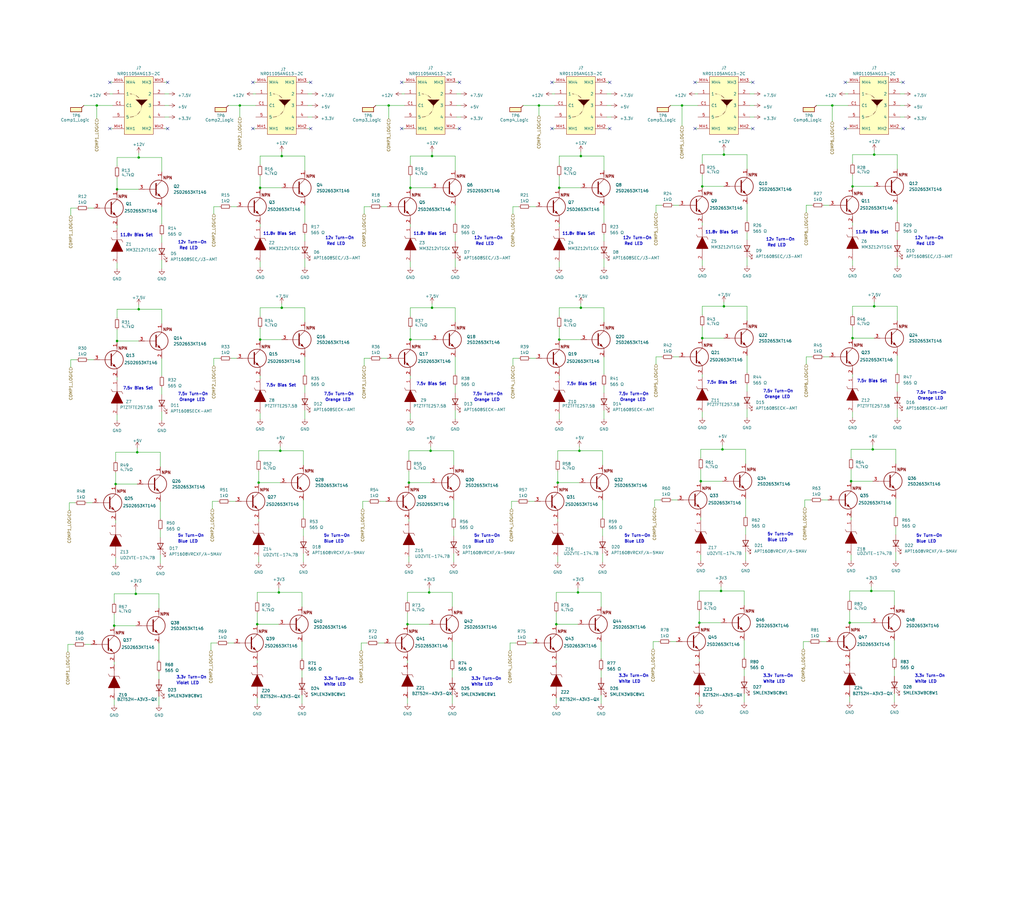
<source format=kicad_sch>
(kicad_sch (version 20230121) (generator eeschema)
  (paper "User" 450.012 399.999)
  (junction (at 307.34 273.685))
  (junction (at 42.545 46.355))
  (junction (at 299.72 46.355))
  (junction (at 244.475 274.32))
  (junction (at 189.865 135.255))
  (junction (at 245.745 149.225))
  (junction (at 373.38 273.685))
  (junction (at 374.65 81.915))
  (junction (at 382.905 259.715))
  (junction (at 308.61 81.915))
  (junction (at 60.96 69.215))
  (junction (at 365.76 46.355))
  (junction (at 180.34 82.55))
  (junction (at 180.34 149.225))
  (junction (at 123.19 198.12))
  (junction (at 254.635 198.12))
  (junction (at 50.165 274.955))
  (junction (at 374.015 211.455))
  (junction (at 318.135 67.945))
  (junction (at 189.865 68.58))
  (junction (at 384.175 134.62))
  (junction (at 113.665 212.09))
  (junction (at 374.65 148.59))
  (junction (at 50.8 212.725))
  (junction (at 114.3 82.55))
  (junction (at 60.325 198.755))
  (junction (at 123.825 135.255))
  (junction (at 255.27 135.255))
  (junction (at 316.865 259.715))
  (junction (at 179.07 274.32))
  (junction (at 51.435 83.185))
  (junction (at 188.595 260.35))
  (junction (at 245.11 212.09))
  (junction (at 51.435 149.86))
  (junction (at 307.975 211.455))
  (junction (at 170.815 46.355))
  (junction (at 189.23 198.12))
  (junction (at 123.825 68.58))
  (junction (at 60.96 135.89))
  (junction (at 113.03 274.32))
  (junction (at 318.135 134.62))
  (junction (at 179.705 212.09))
  (junction (at 255.27 68.58))
  (junction (at 317.5 197.485))
  (junction (at 254 260.35))
  (junction (at 383.54 197.485))
  (junction (at 384.175 67.945))
  (junction (at 122.555 260.35))
  (junction (at 308.61 148.59))
  (junction (at 59.69 260.985))
  (junction (at 236.855 46.355))
  (junction (at 105.41 46.355))
  (junction (at 245.745 82.55))
  (junction (at 114.3 149.225))
  (no_connect (at 48.26 36.195))
  (no_connect (at 371.475 56.515))
  (no_connect (at 201.93 36.195))
  (no_connect (at 201.93 56.515))
  (no_connect (at 136.525 36.195))
  (no_connect (at 176.53 36.195))
  (no_connect (at 330.835 56.515))
  (no_connect (at 73.66 36.195))
  (no_connect (at 305.435 56.515))
  (no_connect (at 242.57 56.515))
  (no_connect (at 136.525 56.515))
  (no_connect (at 48.26 56.515))
  (no_connect (at 176.53 56.515))
  (no_connect (at 111.125 56.515))
  (no_connect (at 242.57 36.195))
  (no_connect (at 396.875 36.195))
  (no_connect (at 371.475 36.195))
  (no_connect (at 396.875 56.515))
  (no_connect (at 330.835 36.195))
  (no_connect (at 73.66 56.515))
  (no_connect (at 267.97 56.515))
  (no_connect (at 111.125 36.195))
  (no_connect (at 305.435 36.195))
  (no_connect (at 267.97 36.195))
  (wire (pts (xy 69.85 290.195) (xy 69.85 282.575)))
  (wire (pts (xy 308.61 99.06) (xy 308.61 97.79)))
  (wire (pts (xy 356.87 90.17) (xy 354.33 90.17)))
  (wire (pts (xy 60.96 133.985) (xy 60.96 135.89)))
  (wire (pts (xy 188.595 260.35) (xy 179.07 260.35)))
  (wire (pts (xy 71.12 114.3) (xy 71.12 118.11)))
  (wire (pts (xy 179.07 274.32) (xy 179.07 274.955)))
  (wire (pts (xy 122.555 260.35) (xy 113.03 260.35)))
  (wire (pts (xy 328.295 163.83) (xy 328.295 156.21)))
  (wire (pts (xy 267.97 56.515) (xy 266.7 56.515)))
  (wire (pts (xy 395.605 51.435) (xy 397.51 51.435)))
  (wire (pts (xy 135.255 51.435) (xy 137.16 51.435)))
  (wire (pts (xy 227.965 157.48) (xy 225.425 157.48)))
  (wire (pts (xy 123.825 68.58) (xy 114.3 68.58)))
  (wire (pts (xy 37.465 283.21) (xy 40.005 283.21)))
  (wire (pts (xy 70.485 233.045) (xy 70.485 236.22)))
  (wire (pts (xy 123.825 66.675) (xy 123.825 68.58)))
  (wire (pts (xy 264.795 243.205) (xy 264.795 247.015)))
  (wire (pts (xy 135.255 41.275) (xy 137.16 41.275)))
  (wire (pts (xy 111.125 56.515) (xy 112.395 56.515)))
  (wire (pts (xy 180.34 181.61) (xy 180.34 184.15)))
  (wire (pts (xy 114.3 144.145) (xy 114.3 149.225)))
  (wire (pts (xy 307.975 243.84) (xy 307.975 246.38)))
  (wire (pts (xy 200.025 180.34) (xy 200.025 184.15)))
  (wire (pts (xy 122.555 260.35) (xy 132.715 260.35)))
  (wire (pts (xy 189.23 212.09) (xy 179.705 212.09)))
  (wire (pts (xy 70.485 227.965) (xy 70.485 220.345)))
  (wire (pts (xy 189.865 149.225) (xy 180.34 149.225)))
  (wire (pts (xy 179.705 229.235) (xy 179.705 227.965)))
  (wire (pts (xy 384.175 134.62) (xy 374.65 134.62)))
  (wire (pts (xy 224.79 220.345) (xy 224.79 223.52)))
  (wire (pts (xy 33.02 220.98) (xy 30.48 220.98)))
  (wire (pts (xy 188.595 258.445) (xy 188.595 260.35)))
  (wire (pts (xy 189.865 82.55) (xy 180.34 82.55)))
  (wire (pts (xy 307.975 197.485) (xy 307.975 201.295)))
  (wire (pts (xy 245.745 99.695) (xy 245.745 98.425)))
  (wire (pts (xy 198.755 260.35) (xy 198.755 266.7)))
  (wire (pts (xy 287.655 219.71) (xy 287.655 222.885)))
  (wire (pts (xy 42.545 52.07) (xy 42.545 46.355)))
  (wire (pts (xy 382.905 273.685) (xy 373.38 273.685)))
  (wire (pts (xy 317.5 197.485) (xy 327.66 197.485)))
  (wire (pts (xy 265.43 180.34) (xy 265.43 184.15)))
  (wire (pts (xy 133.985 164.465) (xy 133.985 156.845)))
  (wire (pts (xy 307.34 273.685) (xy 307.34 274.32)))
  (wire (pts (xy 245.745 166.37) (xy 245.745 165.1)))
  (wire (pts (xy 60.96 135.89) (xy 51.435 135.89)))
  (wire (pts (xy 383.54 197.485) (xy 393.7 197.485)))
  (wire (pts (xy 132.715 289.56) (xy 132.715 281.94)))
  (wire (pts (xy 38.1 220.98) (xy 40.64 220.98)))
  (wire (pts (xy 133.35 232.41) (xy 133.35 235.585)))
  (wire (pts (xy 290.195 219.71) (xy 287.655 219.71)))
  (wire (pts (xy 255.27 66.675) (xy 255.27 68.58)))
  (wire (pts (xy 105.41 51.435) (xy 105.41 46.355)))
  (wire (pts (xy 295.91 156.845) (xy 298.45 156.845)))
  (wire (pts (xy 36.83 46.355) (xy 42.545 46.355)))
  (wire (pts (xy 360.68 281.94) (xy 363.22 281.94)))
  (wire (pts (xy 327.025 259.715) (xy 327.025 266.065)))
  (wire (pts (xy 254 274.32) (xy 244.475 274.32)))
  (wire (pts (xy 123.825 133.35) (xy 123.825 135.255)))
  (wire (pts (xy 114.3 181.61) (xy 114.3 184.15)))
  (wire (pts (xy 189.865 135.255) (xy 200.025 135.255)))
  (wire (pts (xy 374.65 143.51) (xy 374.65 148.59)))
  (wire (pts (xy 329.565 41.275) (xy 331.47 41.275)))
  (wire (pts (xy 245.745 181.61) (xy 245.745 184.15)))
  (wire (pts (xy 327.66 242.57) (xy 327.66 246.38)))
  (wire (pts (xy 394.335 67.945) (xy 394.335 74.295)))
  (wire (pts (xy 113.665 244.475) (xy 113.665 247.015)))
  (wire (pts (xy 50.165 269.875) (xy 50.165 274.955)))
  (wire (pts (xy 236.855 50.8) (xy 236.855 46.355)))
  (wire (pts (xy 308.61 114.3) (xy 308.61 116.84)))
  (wire (pts (xy 233.045 157.48) (xy 235.585 157.48)))
  (wire (pts (xy 383.54 211.455) (xy 374.015 211.455)))
  (wire (pts (xy 50.165 274.955) (xy 50.165 275.59)))
  (wire (pts (xy 51.435 149.86) (xy 51.435 150.495)))
  (wire (pts (xy 245.11 207.01) (xy 245.11 212.09)))
  (wire (pts (xy 394.335 97.155) (xy 394.335 89.535)))
  (wire (pts (xy 33.655 91.44) (xy 31.115 91.44)))
  (wire (pts (xy 111.125 41.275) (xy 112.395 41.275)))
  (wire (pts (xy 133.35 198.12) (xy 133.35 204.47)))
  (wire (pts (xy 330.835 56.515) (xy 329.565 56.515)))
  (wire (pts (xy 382.905 259.715) (xy 393.065 259.715)))
  (wire (pts (xy 167.64 157.48) (xy 170.18 157.48)))
  (wire (pts (xy 317.5 211.455) (xy 307.975 211.455)))
  (wire (pts (xy 266.7 51.435) (xy 268.605 51.435)))
  (wire (pts (xy 264.795 198.12) (xy 264.795 204.47)))
  (wire (pts (xy 100.33 282.575) (xy 102.87 282.575)))
  (wire (pts (xy 299.72 46.355) (xy 306.705 46.355)))
  (wire (pts (xy 353.695 219.71) (xy 353.695 222.885)))
  (wire (pts (xy 318.135 134.62) (xy 308.61 134.62)))
  (wire (pts (xy 31.115 158.115) (xy 31.115 161.29)))
  (wire (pts (xy 200.025 102.87) (xy 200.025 106.045)))
  (wire (pts (xy 71.12 98.425) (xy 71.12 90.805)))
  (wire (pts (xy 308.61 148.59) (xy 308.61 149.225)))
  (wire (pts (xy 29.845 283.21) (xy 29.845 286.385)))
  (wire (pts (xy 371.475 41.275) (xy 372.745 41.275)))
  (wire (pts (xy 394.335 168.91) (xy 394.335 172.085)))
  (wire (pts (xy 395.605 46.355) (xy 397.51 46.355)))
  (wire (pts (xy 264.16 305.435) (xy 264.16 309.245)))
  (wire (pts (xy 114.3 77.47) (xy 114.3 82.55)))
  (wire (pts (xy 113.03 269.24) (xy 113.03 274.32)))
  (wire (pts (xy 227.33 220.345) (xy 224.79 220.345)))
  (wire (pts (xy 308.61 81.915) (xy 308.61 82.55)))
  (wire (pts (xy 176.53 41.275) (xy 177.8 41.275)))
  (wire (pts (xy 374.65 134.62) (xy 374.65 138.43)))
  (wire (pts (xy 122.555 274.32) (xy 113.03 274.32)))
  (wire (pts (xy 307.975 211.455) (xy 307.975 212.09)))
  (wire (pts (xy 179.705 244.475) (xy 179.705 247.015)))
  (wire (pts (xy 373.38 306.07) (xy 373.38 308.61)))
  (wire (pts (xy 356.235 219.71) (xy 353.695 219.71)))
  (wire (pts (xy 48.26 36.195) (xy 49.53 36.195)))
  (wire (pts (xy 123.19 212.09) (xy 113.665 212.09)))
  (wire (pts (xy 290.83 90.17) (xy 288.29 90.17)))
  (wire (pts (xy 198.755 294.64) (xy 198.755 297.815)))
  (wire (pts (xy 254 260.35) (xy 264.16 260.35)))
  (wire (pts (xy 51.435 100.33) (xy 51.435 99.06)))
  (wire (pts (xy 200.025 135.255) (xy 200.025 141.605)))
  (wire (pts (xy 165.1 46.355) (xy 170.815 46.355)))
  (wire (pts (xy 200.025 97.79) (xy 200.025 90.17)))
  (wire (pts (xy 255.27 133.35) (xy 255.27 135.255)))
  (wire (pts (xy 394.335 134.62) (xy 394.335 140.97)))
  (wire (pts (xy 158.75 282.575) (xy 158.75 285.75)))
  (wire (pts (xy 245.11 244.475) (xy 245.11 247.015)))
  (wire (pts (xy 307.34 268.605) (xy 307.34 273.685)))
  (wire (pts (xy 133.35 227.33) (xy 133.35 219.71)))
  (wire (pts (xy 179.07 306.705) (xy 179.07 309.245)))
  (wire (pts (xy 189.865 68.58) (xy 200.025 68.58)))
  (wire (pts (xy 244.475 291.465) (xy 244.475 290.195)))
  (wire (pts (xy 226.695 282.575) (xy 224.155 282.575)))
  (wire (pts (xy 72.39 41.275) (xy 74.295 41.275)))
  (wire (pts (xy 170.815 52.07) (xy 170.815 46.355)))
  (wire (pts (xy 51.435 167.005) (xy 51.435 165.735)))
  (wire (pts (xy 374.015 243.84) (xy 374.015 246.38)))
  (wire (pts (xy 317.5 197.485) (xy 307.975 197.485)))
  (wire (pts (xy 113.03 274.32) (xy 113.03 274.955)))
  (wire (pts (xy 384.175 81.915) (xy 374.65 81.915)))
  (wire (pts (xy 189.23 198.12) (xy 179.705 198.12)))
  (wire (pts (xy 123.825 135.255) (xy 114.3 135.255)))
  (wire (pts (xy 33.655 158.115) (xy 31.115 158.115)))
  (wire (pts (xy 264.795 232.41) (xy 264.795 235.585)))
  (wire (pts (xy 265.43 113.665) (xy 265.43 117.475)))
  (wire (pts (xy 123.19 198.12) (xy 133.35 198.12)))
  (wire (pts (xy 393.065 288.925) (xy 393.065 281.305)))
  (wire (pts (xy 113.665 198.12) (xy 113.665 201.93)))
  (wire (pts (xy 200.025 113.665) (xy 200.025 117.475)))
  (wire (pts (xy 308.61 180.975) (xy 308.61 183.515)))
  (wire (pts (xy 160.02 90.805) (xy 160.02 93.98)))
  (wire (pts (xy 264.16 260.35) (xy 264.16 266.7)))
  (wire (pts (xy 189.865 133.35) (xy 189.865 135.255)))
  (wire (pts (xy 51.435 69.215) (xy 51.435 73.025)))
  (wire (pts (xy 167.005 220.345) (xy 169.545 220.345)))
  (wire (pts (xy 393.7 231.775) (xy 393.7 234.95)))
  (wire (pts (xy 264.16 289.56) (xy 264.16 281.94)))
  (wire (pts (xy 50.8 229.87) (xy 50.8 228.6)))
  (wire (pts (xy 199.39 232.41) (xy 199.39 235.585)))
  (wire (pts (xy 180.34 166.37) (xy 180.34 165.1)))
  (wire (pts (xy 122.555 258.445) (xy 122.555 260.35)))
  (wire (pts (xy 307.975 228.6) (xy 307.975 227.33)))
  (wire (pts (xy 59.69 260.985) (xy 50.165 260.985)))
  (wire (pts (xy 176.53 56.515) (xy 177.8 56.515)))
  (wire (pts (xy 133.985 180.34) (xy 133.985 184.15)))
  (wire (pts (xy 328.295 113.03) (xy 328.295 116.84)))
  (wire (pts (xy 374.015 211.455) (xy 374.015 212.09)))
  (wire (pts (xy 305.435 36.195) (xy 306.705 36.195)))
  (wire (pts (xy 287.02 281.94) (xy 287.02 285.115)))
  (wire (pts (xy 316.865 259.715) (xy 327.025 259.715)))
  (wire (pts (xy 132.715 294.64) (xy 132.715 297.815)))
  (wire (pts (xy 245.11 229.235) (xy 245.11 227.965)))
  (wire (pts (xy 180.34 99.695) (xy 180.34 98.425)))
  (wire (pts (xy 289.56 281.94) (xy 287.02 281.94)))
  (wire (pts (xy 51.435 182.245) (xy 51.435 184.785)))
  (wire (pts (xy 265.43 169.545) (xy 265.43 172.72)))
  (wire (pts (xy 179.705 212.09) (xy 179.705 212.725)))
  (wire (pts (xy 42.545 46.355) (xy 49.53 46.355)))
  (wire (pts (xy 51.435 144.78) (xy 51.435 149.86)))
  (wire (pts (xy 161.925 220.345) (xy 159.385 220.345)))
  (wire (pts (xy 308.61 76.835) (xy 308.61 81.915)))
  (wire (pts (xy 93.98 157.48) (xy 93.98 160.655)))
  (wire (pts (xy 308.61 67.945) (xy 308.61 71.755)))
  (wire (pts (xy 200.025 169.545) (xy 200.025 172.72)))
  (wire (pts (xy 179.07 269.24) (xy 179.07 274.32)))
  (wire (pts (xy 329.565 51.435) (xy 331.47 51.435)))
  (wire (pts (xy 170.815 46.355) (xy 177.8 46.355)))
  (wire (pts (xy 176.53 36.195) (xy 177.8 36.195)))
  (wire (pts (xy 38.735 91.44) (xy 41.275 91.44)))
  (wire (pts (xy 384.175 134.62) (xy 394.335 134.62)))
  (wire (pts (xy 255.27 135.255) (xy 245.745 135.255)))
  (wire (pts (xy 72.39 46.355) (xy 74.295 46.355)))
  (wire (pts (xy 374.015 197.485) (xy 374.015 201.295)))
  (wire (pts (xy 189.865 66.675) (xy 189.865 68.58)))
  (wire (pts (xy 395.605 41.275) (xy 397.51 41.275)))
  (wire (pts (xy 123.825 68.58) (xy 133.985 68.58)))
  (wire (pts (xy 95.885 220.345) (xy 93.345 220.345)))
  (wire (pts (xy 374.65 114.3) (xy 374.65 116.84)))
  (wire (pts (xy 71.12 180.975) (xy 71.12 184.785)))
  (wire (pts (xy 264.795 227.33) (xy 264.795 219.71)))
  (wire (pts (xy 371.475 56.515) (xy 372.745 56.515)))
  (wire (pts (xy 328.295 102.235) (xy 328.295 105.41)))
  (wire (pts (xy 114.3 114.935) (xy 114.3 117.475)))
  (wire (pts (xy 60.96 69.215) (xy 71.12 69.215)))
  (wire (pts (xy 328.295 97.155) (xy 328.295 89.535)))
  (wire (pts (xy 394.335 179.705) (xy 394.335 183.515)))
  (wire (pts (xy 231.775 282.575) (xy 234.315 282.575)))
  (wire (pts (xy 255.27 82.55) (xy 245.745 82.55)))
  (wire (pts (xy 373.38 290.83) (xy 373.38 289.56)))
  (wire (pts (xy 60.325 198.755) (xy 70.485 198.755)))
  (wire (pts (xy 132.715 260.35) (xy 132.715 266.7)))
  (wire (pts (xy 329.565 46.355) (xy 331.47 46.355)))
  (wire (pts (xy 60.96 149.86) (xy 51.435 149.86)))
  (wire (pts (xy 135.255 46.355) (xy 137.16 46.355)))
  (wire (pts (xy 318.135 148.59) (xy 308.61 148.59)))
  (wire (pts (xy 374.65 180.975) (xy 374.65 183.515)))
  (wire (pts (xy 328.295 168.91) (xy 328.295 172.085)))
  (wire (pts (xy 318.135 66.04) (xy 318.135 67.945)))
  (wire (pts (xy 254 258.445) (xy 254 260.35)))
  (wire (pts (xy 318.135 81.915) (xy 308.61 81.915)))
  (wire (pts (xy 189.23 198.12) (xy 199.39 198.12)))
  (wire (pts (xy 288.29 156.845) (xy 288.29 160.02)))
  (wire (pts (xy 305.435 56.515) (xy 306.705 56.515)))
  (wire (pts (xy 382.905 257.81) (xy 382.905 259.715)))
  (wire (pts (xy 318.135 132.715) (xy 318.135 134.62)))
  (wire (pts (xy 71.12 170.18) (xy 71.12 173.355)))
  (wire (pts (xy 254.635 198.12) (xy 264.795 198.12)))
  (wire (pts (xy 133.35 243.205) (xy 133.35 247.015)))
  (wire (pts (xy 179.07 260.35) (xy 179.07 264.16)))
  (wire (pts (xy 166.37 282.575) (xy 168.91 282.575)))
  (wire (pts (xy 180.34 149.225) (xy 180.34 149.86)))
  (wire (pts (xy 180.34 82.55) (xy 180.34 83.185)))
  (wire (pts (xy 136.525 36.195) (xy 135.255 36.195)))
  (wire (pts (xy 354.33 90.17) (xy 354.33 93.345)))
  (wire (pts (xy 290.83 156.845) (xy 288.29 156.845)))
  (wire (pts (xy 160.02 157.48) (xy 160.02 160.655)))
  (wire (pts (xy 123.19 196.215) (xy 123.19 198.12)))
  (wire (pts (xy 189.865 135.255) (xy 180.34 135.255)))
  (wire (pts (xy 394.335 102.235) (xy 394.335 105.41)))
  (wire (pts (xy 265.43 164.465) (xy 265.43 156.845)))
  (wire (pts (xy 383.54 197.485) (xy 374.015 197.485)))
  (wire (pts (xy 394.335 113.03) (xy 394.335 116.84)))
  (wire (pts (xy 132.715 305.435) (xy 132.715 309.245)))
  (wire (pts (xy 105.41 46.355) (xy 112.395 46.355)))
  (wire (pts (xy 113.03 306.705) (xy 113.03 309.245)))
  (wire (pts (xy 307.34 259.715) (xy 307.34 263.525)))
  (wire (pts (xy 180.34 114.935) (xy 180.34 117.475)))
  (wire (pts (xy 328.295 134.62) (xy 328.295 140.97)))
  (wire (pts (xy 180.34 77.47) (xy 180.34 82.55)))
  (wire (pts (xy 69.85 295.275) (xy 69.85 298.45)))
  (wire (pts (xy 133.985 68.58) (xy 133.985 74.93)))
  (wire (pts (xy 245.745 77.47) (xy 245.745 82.55)))
  (wire (pts (xy 71.12 135.89) (xy 71.12 142.24)))
  (wire (pts (xy 113.665 207.01) (xy 113.665 212.09)))
  (wire (pts (xy 374.015 206.375) (xy 374.015 211.455)))
  (wire (pts (xy 254 260.35) (xy 244.475 260.35)))
  (wire (pts (xy 328.295 179.705) (xy 328.295 183.515)))
  (wire (pts (xy 60.325 212.725) (xy 50.8 212.725)))
  (wire (pts (xy 159.385 220.345) (xy 159.385 223.52)))
  (wire (pts (xy 327.66 197.485) (xy 327.66 203.835)))
  (wire (pts (xy 318.135 134.62) (xy 328.295 134.62)))
  (wire (pts (xy 113.665 212.09) (xy 113.665 212.725)))
  (wire (pts (xy 245.11 212.09) (xy 245.11 212.725)))
  (wire (pts (xy 180.34 144.145) (xy 180.34 149.225)))
  (wire (pts (xy 48.26 56.515) (xy 49.53 56.515)))
  (wire (pts (xy 114.3 82.55) (xy 114.3 83.185)))
  (wire (pts (xy 254.635 212.09) (xy 245.11 212.09)))
  (wire (pts (xy 316.865 273.685) (xy 307.34 273.685)))
  (wire (pts (xy 255.27 135.255) (xy 265.43 135.255)))
  (wire (pts (xy 295.91 90.17) (xy 298.45 90.17)))
  (wire (pts (xy 73.66 36.195) (xy 72.39 36.195)))
  (wire (pts (xy 133.985 169.545) (xy 133.985 172.72)))
  (wire (pts (xy 374.65 165.735) (xy 374.65 164.465)))
  (wire (pts (xy 265.43 68.58) (xy 265.43 74.93)))
  (wire (pts (xy 71.12 165.1) (xy 71.12 157.48)))
  (wire (pts (xy 198.755 305.435) (xy 198.755 309.245)))
  (wire (pts (xy 242.57 56.515) (xy 243.84 56.515)))
  (wire (pts (xy 373.38 268.605) (xy 373.38 273.685)))
  (wire (pts (xy 308.61 134.62) (xy 308.61 138.43)))
  (wire (pts (xy 327.025 294.005) (xy 327.025 297.18)))
  (wire (pts (xy 305.435 41.275) (xy 306.705 41.275)))
  (wire (pts (xy 265.43 97.79) (xy 265.43 90.17)))
  (wire (pts (xy 373.38 273.685) (xy 373.38 274.32)))
  (wire (pts (xy 318.135 67.945) (xy 328.295 67.945)))
  (wire (pts (xy 50.8 212.725) (xy 50.8 213.36)))
  (wire (pts (xy 93.98 90.805) (xy 93.98 93.98)))
  (wire (pts (xy 92.71 282.575) (xy 92.71 285.75)))
  (wire (pts (xy 59.69 259.08) (xy 59.69 260.985)))
  (wire (pts (xy 71.12 69.215) (xy 71.12 75.565)))
  (wire (pts (xy 225.425 90.805) (xy 225.425 93.98)))
  (wire (pts (xy 393.7 197.485) (xy 393.7 203.835)))
  (wire (pts (xy 358.775 46.355) (xy 365.76 46.355)))
  (wire (pts (xy 71.12 103.505) (xy 71.12 106.68)))
  (wire (pts (xy 288.29 90.17) (xy 288.29 93.345)))
  (wire (pts (xy 384.175 67.945) (xy 374.65 67.945)))
  (wire (pts (xy 201.93 56.515) (xy 200.66 56.515)))
  (wire (pts (xy 133.985 113.665) (xy 133.985 117.475)))
  (wire (pts (xy 50.165 292.1) (xy 50.165 290.83)))
  (wire (pts (xy 384.175 67.945) (xy 394.335 67.945)))
  (wire (pts (xy 69.85 306.07) (xy 69.85 309.88)))
  (wire (pts (xy 60.96 67.31) (xy 60.96 69.215)))
  (wire (pts (xy 114.3 68.58) (xy 114.3 72.39)))
  (wire (pts (xy 353.06 281.94) (xy 353.06 285.115)))
  (wire (pts (xy 307.34 290.83) (xy 307.34 289.56)))
  (wire (pts (xy 200.025 68.58) (xy 200.025 74.93)))
  (wire (pts (xy 32.385 283.21) (xy 29.845 283.21)))
  (wire (pts (xy 51.435 135.89) (xy 51.435 139.7)))
  (wire (pts (xy 361.95 90.17) (xy 364.49 90.17)))
  (wire (pts (xy 244.475 260.35) (xy 244.475 264.16)))
  (wire (pts (xy 255.27 68.58) (xy 245.745 68.58)))
  (wire (pts (xy 114.3 135.255) (xy 114.3 139.065)))
  (wire (pts (xy 374.65 67.945) (xy 374.65 71.755)))
  (wire (pts (xy 72.39 51.435) (xy 74.295 51.435)))
  (wire (pts (xy 330.835 36.195) (xy 329.565 36.195)))
  (wire (pts (xy 264.16 294.64) (xy 264.16 297.815)))
  (wire (pts (xy 59.69 274.955) (xy 50.165 274.955)))
  (wire (pts (xy 327.66 231.775) (xy 327.66 234.95)))
  (wire (pts (xy 161.29 282.575) (xy 158.75 282.575)))
  (wire (pts (xy 266.7 46.355) (xy 268.605 46.355)))
  (wire (pts (xy 188.595 260.35) (xy 198.755 260.35)))
  (wire (pts (xy 232.41 220.345) (xy 234.95 220.345)))
  (wire (pts (xy 200.66 41.275) (xy 202.565 41.275)))
  (wire (pts (xy 225.425 157.48) (xy 225.425 160.655)))
  (wire (pts (xy 245.745 149.225) (xy 245.745 149.86)))
  (wire (pts (xy 70.485 243.84) (xy 70.485 247.65)))
  (wire (pts (xy 233.045 90.805) (xy 235.585 90.805)))
  (wire (pts (xy 255.27 68.58) (xy 265.43 68.58)))
  (wire (pts (xy 244.475 269.24) (xy 244.475 274.32)))
  (wire (pts (xy 162.56 90.805) (xy 160.02 90.805)))
  (wire (pts (xy 50.8 198.755) (xy 50.8 202.565)))
  (wire (pts (xy 96.52 157.48) (xy 93.98 157.48)))
  (wire (pts (xy 31.115 91.44) (xy 31.115 94.615)))
  (wire (pts (xy 294.64 281.94) (xy 297.18 281.94)))
  (wire (pts (xy 265.43 102.87) (xy 265.43 106.045)))
  (wire (pts (xy 316.865 259.715) (xy 307.34 259.715)))
  (wire (pts (xy 229.87 46.355) (xy 236.855 46.355)))
  (wire (pts (xy 101.6 157.48) (xy 104.14 157.48)))
  (wire (pts (xy 59.69 260.985) (xy 69.85 260.985)))
  (wire (pts (xy 180.34 135.255) (xy 180.34 139.065)))
  (wire (pts (xy 267.97 36.195) (xy 266.7 36.195)))
  (wire (pts (xy 393.7 226.695) (xy 393.7 219.075)))
  (wire (pts (xy 308.61 165.735) (xy 308.61 164.465)))
  (wire (pts (xy 95.25 282.575) (xy 92.71 282.575)))
  (wire (pts (xy 189.23 196.215) (xy 189.23 198.12)))
  (wire (pts (xy 236.855 46.355) (xy 243.84 46.355)))
  (wire (pts (xy 393.065 294.005) (xy 393.065 297.18)))
  (wire (pts (xy 113.03 260.35) (xy 113.03 264.16)))
  (wire (pts (xy 50.165 307.34) (xy 50.165 309.88)))
  (wire (pts (xy 201.93 36.195) (xy 200.66 36.195)))
  (wire (pts (xy 394.335 163.83) (xy 394.335 156.21)))
  (wire (pts (xy 307.975 206.375) (xy 307.975 211.455)))
  (wire (pts (xy 307.34 306.07) (xy 307.34 308.61)))
  (wire (pts (xy 96.52 90.805) (xy 93.98 90.805)))
  (wire (pts (xy 100.33 46.355) (xy 105.41 46.355)))
  (wire (pts (xy 244.475 306.705) (xy 244.475 309.245)))
  (wire (pts (xy 316.865 257.81) (xy 316.865 259.715)))
  (wire (pts (xy 245.745 135.255) (xy 245.745 139.065)))
  (wire (pts (xy 328.295 67.945) (xy 328.295 74.295)))
  (wire (pts (xy 374.65 99.06) (xy 374.65 97.79)))
  (wire (pts (xy 100.965 220.345) (xy 103.505 220.345)))
  (wire (pts (xy 179.07 291.465) (xy 179.07 290.195)))
  (wire (pts (xy 133.985 97.79) (xy 133.985 90.17)))
  (wire (pts (xy 133.985 135.255) (xy 133.985 141.605)))
  (wire (pts (xy 327.025 304.8) (xy 327.025 308.61)))
  (wire (pts (xy 114.3 149.225) (xy 114.3 149.86)))
  (wire (pts (xy 361.315 219.71) (xy 363.855 219.71)))
  (wire (pts (xy 396.875 56.515) (xy 395.605 56.515)))
  (wire (pts (xy 374.65 81.915) (xy 374.65 82.55)))
  (wire (pts (xy 374.65 148.59) (xy 374.65 149.225)))
  (wire (pts (xy 162.56 157.48) (xy 160.02 157.48)))
  (wire (pts (xy 113.665 229.235) (xy 113.665 227.965)))
  (wire (pts (xy 179.705 207.01) (xy 179.705 212.09)))
  (wire (pts (xy 384.175 132.715) (xy 384.175 134.62)))
  (wire (pts (xy 123.825 82.55) (xy 114.3 82.55)))
  (wire (pts (xy 180.34 68.58) (xy 180.34 72.39)))
  (wire (pts (xy 356.87 156.845) (xy 354.33 156.845)))
  (wire (pts (xy 265.43 135.255) (xy 265.43 141.605)))
  (wire (pts (xy 365.76 53.34) (xy 365.76 46.355)))
  (wire (pts (xy 382.905 259.715) (xy 373.38 259.715)))
  (wire (pts (xy 242.57 36.195) (xy 243.84 36.195)))
  (wire (pts (xy 50.165 260.985) (xy 50.165 264.795)))
  (wire (pts (xy 70.485 198.755) (xy 70.485 205.105)))
  (wire (pts (xy 254.635 198.12) (xy 245.11 198.12)))
  (wire (pts (xy 123.825 149.225) (xy 114.3 149.225)))
  (wire (pts (xy 266.7 41.275) (xy 268.605 41.275)))
  (wire (pts (xy 199.39 227.33) (xy 199.39 219.71)))
  (wire (pts (xy 114.3 166.37) (xy 114.3 165.1)))
  (wire (pts (xy 167.64 90.805) (xy 170.18 90.805)))
  (wire (pts (xy 361.95 156.845) (xy 364.49 156.845)))
  (wire (pts (xy 295.275 219.71) (xy 297.815 219.71)))
  (wire (pts (xy 198.755 289.56) (xy 198.755 281.94)))
  (wire (pts (xy 200.66 51.435) (xy 202.565 51.435)))
  (wire (pts (xy 393.065 304.8) (xy 393.065 308.61)))
  (wire (pts (xy 51.435 115.57) (xy 51.435 118.11)))
  (wire (pts (xy 60.96 69.215) (xy 51.435 69.215)))
  (wire (pts (xy 227.965 90.805) (xy 225.425 90.805)))
  (wire (pts (xy 189.865 68.58) (xy 180.34 68.58)))
  (wire (pts (xy 299.72 55.245) (xy 299.72 46.355)))
  (wire (pts (xy 199.39 243.205) (xy 199.39 247.015)))
  (wire (pts (xy 255.27 149.225) (xy 245.745 149.225)))
  (wire (pts (xy 123.825 135.255) (xy 133.985 135.255)))
  (wire (pts (xy 111.125 36.195) (xy 112.395 36.195)))
  (wire (pts (xy 393.7 242.57) (xy 393.7 246.38)))
  (wire (pts (xy 371.475 36.195) (xy 372.745 36.195)))
  (wire (pts (xy 179.705 198.12) (xy 179.705 201.93)))
  (wire (pts (xy 374.015 228.6) (xy 374.015 227.33)))
  (wire (pts (xy 355.6 281.94) (xy 353.06 281.94)))
  (wire (pts (xy 245.745 114.935) (xy 245.745 117.475)))
  (wire (pts (xy 224.155 282.575) (xy 224.155 285.75)))
  (wire (pts (xy 123.19 198.12) (xy 113.665 198.12)))
  (wire (pts (xy 60.325 196.85) (xy 60.325 198.755)))
  (wire (pts (xy 396.875 36.195) (xy 395.605 36.195)))
  (wire (pts (xy 374.65 76.835) (xy 374.65 81.915)))
  (wire (pts (xy 373.38 259.715) (xy 373.38 263.525)))
  (wire (pts (xy 245.745 144.145) (xy 245.745 149.225)))
  (wire (pts (xy 384.175 66.04) (xy 384.175 67.945)))
  (wire (pts (xy 114.3 99.695) (xy 114.3 98.425)))
  (wire (pts (xy 308.61 143.51) (xy 308.61 148.59)))
  (wire (pts (xy 242.57 41.275) (xy 243.84 41.275)))
  (wire (pts (xy 93.345 220.345) (xy 93.345 223.52)))
  (wire (pts (xy 30.48 220.98) (xy 30.48 224.155)))
  (wire (pts (xy 244.475 274.32) (xy 244.475 274.955)))
  (wire (pts (xy 73.66 56.515) (xy 72.39 56.515)))
  (wire (pts (xy 60.325 198.755) (xy 50.8 198.755)))
  (wire (pts (xy 254.635 196.215) (xy 254.635 198.12)))
  (wire (pts (xy 50.8 245.11) (xy 50.8 247.65)))
  (wire (pts (xy 133.985 102.87) (xy 133.985 106.045)))
  (wire (pts (xy 294.64 46.355) (xy 299.72 46.355)))
  (wire (pts (xy 60.96 83.185) (xy 51.435 83.185)))
  (wire (pts (xy 383.54 195.58) (xy 383.54 197.485)))
  (wire (pts (xy 48.26 41.275) (xy 49.53 41.275)))
  (wire (pts (xy 199.39 198.12) (xy 199.39 204.47)))
  (wire (pts (xy 50.8 207.645) (xy 50.8 212.725)))
  (wire (pts (xy 393.065 259.715) (xy 393.065 266.065)))
  (wire (pts (xy 38.735 158.115) (xy 41.275 158.115)))
  (wire (pts (xy 245.11 198.12) (xy 245.11 201.93)))
  (wire (pts (xy 101.6 90.805) (xy 104.14 90.805)))
  (wire (pts (xy 136.525 56.515) (xy 135.255 56.515)))
  (wire (pts (xy 60.96 135.89) (xy 71.12 135.89)))
  (wire (pts (xy 384.175 148.59) (xy 374.65 148.59)))
  (wire (pts (xy 69.85 260.985) (xy 69.85 267.335)))
  (wire (pts (xy 245.745 82.55) (xy 245.745 83.185)))
  (wire (pts (xy 327.66 226.695) (xy 327.66 219.075)))
  (wire (pts (xy 245.745 68.58) (xy 245.745 72.39)))
  (wire (pts (xy 51.435 78.105) (xy 51.435 83.185)))
  (wire (pts (xy 317.5 195.58) (xy 317.5 197.485)))
  (wire (pts (xy 188.595 274.32) (xy 179.07 274.32)))
  (wire (pts (xy 327.025 288.925) (xy 327.025 281.305)))
  (wire (pts (xy 318.135 67.945) (xy 308.61 67.945)))
  (wire (pts (xy 200.66 46.355) (xy 202.565 46.355)))
  (wire (pts (xy 113.03 291.465) (xy 113.03 290.195)))
  (wire (pts (xy 354.33 156.845) (xy 354.33 160.02)))
  (wire (pts (xy 365.76 46.355) (xy 372.745 46.355)))
  (wire (pts (xy 51.435 83.185) (xy 51.435 83.82)))
  (wire (pts (xy 200.025 164.465) (xy 200.025 156.845)))
  (text "3.3v Turn-On\n" (at 271.78 297.815 0) (effects (font (size 1.27 1.27) bold) (justify left bottom)))
  (text "11.8v Bias Set" (at 309.88 102.87 0) (effects (font (size 1.27 1.27) bold) (justify left bottom)))
  (text "Blue LED\n" (at 142.24 238.76 0) (effects (font (size 1.27 1.27) (thickness 0.254) bold) (justify left bottom)))
  (text "12v Turn-On\n" (at 336.55 106.045 0) (effects (font (size 1.27 1.27) bold) (justify left bottom)))
  (text "7.5v Turn-On\n" (at 402.59 173.355 0) (effects (font (size 1.27 1.27) bold) (justify left bottom)))
  (text "7.5v Bias Set" (at 376.555 168.275 0) (effects (font (size 1.27 1.27) bold) (justify left bottom)))
  (text "7.5v Turn-On\n" (at 271.78 173.99 0) (effects (font (size 1.27 1.27) bold) (justify left bottom)))
  (text "12v Turn-On\n" (at 273.685 105.41 0) (effects (font (size 1.27 1.27) bold) (justify left bottom)))
  (text "7.5v Turn-On\n" (at 78.105 173.99 0) (effects (font (size 1.27 1.27) bold) (justify left bottom)))
  (text "Blue LED\n" (at 337.185 238.125 0) (effects (font (size 1.27 1.27) (thickness 0.254) bold) (justify left bottom)))
  (text "12v Turn-On\n" (at 401.955 105.41 0) (effects (font (size 1.27 1.27) bold) (justify left bottom)))
  (text "Orange LED" (at 335.915 175.26 0) (effects (font (size 1.27 1.27) (thickness 0.254) bold) (justify left bottom)))
  (text "Red LED" (at 78.74 109.855 0) (effects (font (size 1.27 1.27) (thickness 0.254) bold) (justify left bottom)))
  (text "11.8v Bias Set" (at 375.92 102.87 0) (effects (font (size 1.27 1.27) bold) (justify left bottom)))
  (text "Orange LED" (at 403.225 175.895 0) (effects (font (size 1.27 1.27) (thickness 0.254) bold) (justify left bottom)))
  (text "White LED\n" (at 207.01 301.625 0) (effects (font (size 1.27 1.27) (thickness 0.254) bold) (justify left bottom)))
  (text "7.5v Bias Set" (at 310.515 168.91 0) (effects (font (size 1.27 1.27) bold) (justify left bottom)))
  (text "11.8v Bias Set" (at 181.61 103.505 0) (effects (font (size 1.27 1.27) bold) (justify left bottom)))
  (text "Orange LED" (at 142.875 176.53 0) (effects (font (size 1.27 1.27) (thickness 0.254) bold) (justify left bottom)))
  (text "Orange LED" (at 272.415 176.53 0) (effects (font (size 1.27 1.27) (thickness 0.254) bold) (justify left bottom)))
  (text "7.5v Bias Set" (at 182.88 169.545 0) (effects (font (size 1.27 1.27) bold) (justify left bottom)))
  (text "Blue LED\n" (at 78.105 238.76 0) (effects (font (size 1.27 1.27) (thickness 0.254) bold) (justify left bottom)))
  (text "5v Turn-On\n" (at 208.28 236.22 0) (effects (font (size 1.27 1.27) bold) (justify left bottom)))
  (text "White LED\n" (at 401.955 300.355 0) (effects (font (size 1.27 1.27) (thickness 0.254) bold) (justify left bottom)))
  (text "5v Turn-On\n" (at 78.105 236.22 0) (effects (font (size 1.27 1.27) bold) (justify left bottom)))
  (text "Orange LED" (at 78.74 176.53 0) (effects (font (size 1.27 1.27) (thickness 0.254) bold) (justify left bottom)))
  (text "7.5v Bias Set" (at 248.92 169.545 0) (effects (font (size 1.27 1.27) bold) (justify left bottom)))
  (text "7.5v Turn-On\n" (at 335.28 172.72 0) (effects (font (size 1.27 1.27) bold) (justify left bottom)))
  (text "5v Turn-On\n" (at 274.32 236.22 0) (effects (font (size 1.27 1.27) bold) (justify left bottom)))
  (text "5v Turn-On\n" (at 402.59 236.22 0) (effects (font (size 1.27 1.27) bold) (justify left bottom)))
  (text "White LED\n" (at 271.78 300.355 0) (effects (font (size 1.27 1.27) (thickness 0.254) bold) (justify left bottom)))
  (text "Blue LED\n" (at 208.28 238.76 0) (effects (font (size 1.27 1.27) (thickness 0.254) bold) (justify left bottom)))
  (text "3.3v Turn-On\n" (at 401.955 297.815 0) (effects (font (size 1.27 1.27) bold) (justify left bottom)))
  (text "7.5v Turn-On\n" (at 142.24 173.99 0) (effects (font (size 1.27 1.27) bold) (justify left bottom)))
  (text "3.3v Turn-On\n" (at 142.24 299.085 0) (effects (font (size 1.27 1.27) bold) (justify left bottom)))
  (text "Blue LED\n" (at 274.32 238.76 0) (effects (font (size 1.27 1.27) (thickness 0.254) bold) (justify left bottom)))
  (text "Red LED" (at 208.915 107.95 0) (effects (font (size 1.27 1.27) (thickness 0.254) bold) (justify left bottom)))
  (text "Orange LED" (at 208.28 176.53 0) (effects (font (size 1.27 1.27) (thickness 0.254) bold) (justify left bottom)))
  (text "Blue LED\n" (at 402.59 238.76 0) (effects (font (size 1.27 1.27) (thickness 0.254) bold) (justify left bottom)))
  (text "7.5v Bias Set" (at 116.84 170.18 0) (effects (font (size 1.27 1.27) bold) (justify left bottom)))
  (text "7.5v Bias Set" (at 53.975 171.45 0) (effects (font (size 1.27 1.27) bold) (justify left bottom)))
  (text "Violet LED\n" (at 77.47 300.99 0) (effects (font (size 1.27 1.27) (thickness 0.254) bold) (justify left bottom)))
  (text "Red LED" (at 143.51 107.95 0) (effects (font (size 1.27 1.27) (thickness 0.254) bold) (justify left bottom)))
  (text "12v Turn-On\n" (at 78.105 107.315 0) (effects (font (size 1.27 1.27) bold) (justify left bottom)))
  (text "3.3v Turn-On\n" (at 335.28 297.815 0) (effects (font (size 1.27 1.27) bold) (justify left bottom)))
  (text "Red LED" (at 337.185 108.585 0) (effects (font (size 1.27 1.27) (thickness 0.254) bold) (justify left bottom)))
  (text "11.8v Bias Set" (at 247.015 103.505 0) (effects (font (size 1.27 1.27) bold) (justify left bottom)))
  (text "Red LED" (at 402.59 107.95 0) (effects (font (size 1.27 1.27) (thickness 0.254) bold) (justify left bottom)))
  (text "5v Turn-On\n" (at 337.185 235.585 0) (effects (font (size 1.27 1.27) bold) (justify left bottom)))
  (text "7.5v Turn-On\n" (at 207.645 173.99 0) (effects (font (size 1.27 1.27) bold) (justify left bottom)))
  (text "5v Turn-On\n" (at 142.24 236.22 0) (effects (font (size 1.27 1.27) bold) (justify left bottom)))
  (text "White LED\n" (at 335.28 300.355 0) (effects (font (size 1.27 1.27) (thickness 0.254) bold) (justify left bottom)))
  (text "White LED\n" (at 142.24 301.625 0) (effects (font (size 1.27 1.27) (thickness 0.254) bold) (justify left bottom)))
  (text "12v Turn-On\n" (at 208.28 105.41 0) (effects (font (size 1.27 1.27) bold) (justify left bottom)))
  (text "11.8v Bias Set" (at 115.57 103.505 0) (effects (font (size 1.27 1.27) bold) (justify left bottom)))
  (text "11.8v Bias Set" (at 52.705 104.14 0) (effects (font (size 1.27 1.27) bold) (justify left bottom)))
  (text "12v Turn-On\n" (at 142.875 105.41 0) (effects (font (size 1.27 1.27) bold) (justify left bottom)))
  (text "3.3v Turn-On\n" (at 207.01 299.085 0) (effects (font (size 1.27 1.27) bold) (justify left bottom)))
  (text "3.3v Turn-On\n" (at 77.47 298.45 0) (effects (font (size 1.27 1.27) bold) (justify left bottom)))
  (text "Red LED" (at 274.32 107.95 0) (effects (font (size 1.27 1.27) (thickness 0.254) bold) (justify left bottom)))
  (hierarchical_label "COMP2_LOGIC" (shape input) (at 105.41 51.435 270) (property "Intersheetrefs" "${INTERSHEET_REFS}" (effects hide)))
  (hierarchical_label "COMP6_LOGIC" (shape input) (at 365.76 53.34 270) (property "Intersheetrefs" "${INTERSHEET_REFS}" (effects hide)))
  (hierarchical_label "COMP4_LOGIC" (shape input) (at 224.155 285.75 270) (property "Intersheetrefs" "${INTERSHEET_REFS}" (effects hide)))
  (hierarchical_label "COMP1_LOGIC" (shape input) (at 30.48 224.155 270) (property "Intersheetrefs" "${INTERSHEET_REFS}" (effects hide)))
  (hierarchical_label "COMP3_LOGIC" (shape input) (at 158.75 285.75 270) (property "Intersheetrefs" "${INTERSHEET_REFS}" (effects hide)))
  (hierarchical_label "COMP4_LOGIC" (shape input) (at 225.425 160.655 270) (property "Intersheetrefs" "${INTERSHEET_REFS}" (effects hide)))
  (hierarchical_label "COMP3_LOGIC" (shape input) (at 160.02 160.655 270) (property "Intersheetrefs" "${INTERSHEET_REFS}" (effects hide)))
  (hierarchical_label "COMP1_LOGIC" (shape input) (at 31.115 161.29 270) (property "Intersheetrefs" "${INTERSHEET_REFS}" (effects hide)))
  (hierarchical_label "COMP2_LOGIC" (shape input) (at 93.98 160.655 270) (property "Intersheetrefs" "${INTERSHEET_REFS}" (effects hide)))
  (hierarchical_label "COMP3_LOGIC" (shape input) (at 170.815 52.07 270) (property "Intersheetrefs" "${INTERSHEET_REFS}" (effects hide)))
  (hierarchical_label "COMP4_LOGIC" (shape input) (at 225.425 93.98 270) (property "Intersheetrefs" "${INTERSHEET_REFS}" (effects hide)))
  (hierarchical_label "COMP2_LOGIC" (shape input) (at 93.98 93.98 270) (property "Intersheetrefs" "${INTERSHEET_REFS}" (effects hide)))
  (hierarchical_label "COMP2_LOGIC" (shape input) (at 93.345 223.52 270) (property "Intersheetrefs" "${INTERSHEET_REFS}" (effects hide)))
  (hierarchical_label "COMP4_LOGIC" (shape input) (at 224.79 223.52 270) (property "Intersheetrefs" "${INTERSHEET_REFS}" (effects hide)))
  (hierarchical_label "COMP3_LOGIC" (shape input) (at 159.385 223.52 270) (property "Intersheetrefs" "${INTERSHEET_REFS}" (effects hide)))
  (hierarchical_label "COMP5_LOGIC" (shape input) (at 288.29 93.345 270) (property "Intersheetrefs" "${INTERSHEET_REFS}" (effects hide)))
  (hierarchical_label "COMP1_LOGIC" (shape input) (at 29.845 286.385 270) (property "Intersheetrefs" "${INTERSHEET_REFS}" (effects hide)))
  (hierarchical_label "COMP6_LOGIC" (shape input) (at 354.33 160.02 270) (property "Intersheetrefs" "${INTERSHEET_REFS}" (effects hide)))
  (hierarchical_label "COMP6_LOGIC" (shape input) (at 353.06 285.115 270) (property "Intersheetrefs" "${INTERSHEET_REFS}" (effects hide)))
  (hierarchical_label "COMP3_LOGIC" (shape input) (at 160.02 93.98 270) (property "Intersheetrefs" "${INTERSHEET_REFS}" (effects hide)))
  (hierarchical_label "COMP5_LOGIC" (shape input) (at 287.02 285.115 270) (property "Intersheetrefs" "${INTERSHEET_REFS}" (effects hide)))
  (hierarchical_label "COMP1_LOGIC" (shape input) (at 31.115 94.615 270) (property "Intersheetrefs" "${INTERSHEET_REFS}" (effects hide)))
  (hierarchical_label "COMP5_LOGIC" (shape input) (at 288.29 160.02 270) (property "Intersheetrefs" "${INTERSHEET_REFS}" (effects hide)))
  (hierarchical_label "COMP5_LOGIC" (shape input) (at 287.655 222.885 270) (property "Intersheetrefs" "${INTERSHEET_REFS}" (effects hide)))
  (hierarchical_label "COMP1_LOGIC" (shape input) (at 42.545 52.07 270) (property "Intersheetrefs" "${INTERSHEET_REFS}" (effects hide)))
  (hierarchical_label "COMP6_LOGIC" (shape input) (at 354.33 93.345 270) (property "Intersheetrefs" "${INTERSHEET_REFS}" (effects hide)))
  (hierarchical_label "COMP6_LOGIC" (shape input) (at 353.695 222.885 270) (property "Intersheetrefs" "${INTERSHEET_REFS}" (effects hide)))
  (hierarchical_label "COMP4_LOGIC" (shape input) (at 236.855 50.8 270) (property "Intersheetrefs" "${INTERSHEET_REFS}" (effects hide)))
  (hierarchical_label "COMP5_LOGIC" (shape input) (at 299.72 55.245 270) (property "Intersheetrefs" "${INTERSHEET_REFS}" (effects hide)))
  (hierarchical_label "COMP2_LOGIC" (shape input) (at 92.71 285.75 270) (property "Intersheetrefs" "${INTERSHEET_REFS}" (effects hide)))
  (symbol (lib_id "Transistor_BJT:2SD2653KT146") (at 41.275 158.115 0) (unit 1)
    (property "Reference" "Q13" (at 55.245 156.21 0) (effects (justify left)))
    (property "Value" "2SD2653KT146" (at 54.61 159.385 0) (effects (justify left)))
    (property "Footprint" "Package_TO_SOT_SMD:SOT85P240X115-3N" (effects hide))
    (property "Datasheet" "https://fscdn.rohm.com/en/products/databook/datasheet/discrete/transistor/bipolar/2sb1707tl-e.pdf" (effects hide))
    (property "Description" "ROHM 2SD2653KT146 NPN Bipolar Transistor, 2 A, 12 V, 3-Pin SC-59" (effects hide))
    (property "Height" "1.15" (effects hide))
    (property "Mouser Part Number" "755-2SD2653KT146" (effects hide))
    (property "Mouser Price/Stock" "https://www.mouser.co.uk/ProductDetail/ROHM-Semiconductor/2SD2653KT146?qs=4kLU8WoGk0t5OHI0NRNKLg%3D%3D" (effects hide))
    (property "Manufacturer_Name" "ROHM Semiconductor" (effects hide))
    (property "Manufacturer_Part_Number" "2SD2653KT146" (effects hide))
  )
  (symbol (lib_id "Device:R_Small") (at 133.985 167.005 0) (unit 1)
    (property "Reference" "R35" (at 136.525 166.37 0) (effects (justify left)))
    (property "Value" "565 Ω" (at 136.525 168.91 0) (effects (justify left)))
    (property "Footprint" "Resistor_SMD:R_0603_1608Metric" (effects hide))
  )
  (symbol (lib_id "Diode:BZT52H-A3V3-QX") (at 179.07 291.465 270) (unit 1)
    (property "Reference" "Z21" (at 182.88 302.26 90) (effects (justify left)))
    (property "Value" "BZT52H-A3V3-QX" (at 180.975 304.8 90) (effects (justify left)))
    (property "Footprint" "Diode_SMD:SODFL3516X120N" (effects hide))
    (property "Datasheet" "https://assets.nexperia.com/documents/data-sheet/BZT52H-Q_SER.pdf" (effects hide))
    (property "Description" "Zener Diodes BZT52H-A3V3-Q/SOD123F/SOD2" (effects hide))
    (property "Height" "1.2" (effects hide))
    (property "Mouser Part Number" "771-BZT52H-A3V3-QX" (effects hide))
    (property "Mouser Price/Stock" "https://www.mouser.co.uk/ProductDetail/Nexperia/BZT52H-A3V3-QX?qs=A6eO%252BMLsxmSzLn%252BZoY0yAg%3D%3D" (effects hide))
    (property "Manufacturer_Name" "Nexperia" (effects hide))
    (property "Manufacturer_Part_Number" "BZT52H-A3V3-QX" (effects hide))
  )
  (symbol (lib_id "Device:LED") (at 70.485 240.03 90) (unit 1)
    (property "Reference" "D17" (at 74.295 240.9825 90) (effects (justify right)))
    (property "Value" "APT1608VRCXF/A-5MAV" (at 74.295 243.5225 90) (effects (justify right)))
    (property "Footprint" "Diode_SMD:D_0603_1608Metric" (effects hide))
  )
  (symbol (lib_id "power:GND") (at 327.025 308.61 0) (unit 1)
    (property "Reference" "#PWR0107" (effects hide))
    (property "Value" "GND" (at 327.025 313.055 0))
  )
  (symbol (lib_id "Diode:UDZVTE-174.7B") (at 179.705 229.235 270) (unit 1)
    (property "Reference" "Z15" (at 182.245 241.935 90) (effects (justify left)))
    (property "Value" "UDZVTE-174.7B" (at 182.245 244.475 90) (effects (justify left)))
    (property "Footprint" "Diode_SMD:UDZVTE1722B" (effects hide))
    (property "Datasheet" "https://datasheet.datasheetarchive.com/originals/distributors/Datasheets_SAMA/fc0fdee245360d70a490ea42679dfa63.pdf" (effects hide))
    (property "Description" "ROHM UDZVTE-174.7B Zener Diode, 4.7V 200 mW SMT 2-Pin SOD-323" (effects hide))
    (property "Height" "0" (effects hide))
    (property "Mouser Part Number" "755-UDZVTE-174.7B" (effects hide))
    (property "Mouser Price/Stock" "https://www.mouser.co.uk/ProductDetail/ROHM-Semiconductor/UDZVTE-174.7B?qs=QcFhgjUTvvq4dv21cmqlIg%3D%3D" (effects hide))
    (property "Manufacturer_Name" "ROHM Semiconductor" (effects hide))
    (property "Manufacturer_Part_Number" "UDZVTE-174.7B" (effects hide))
  )
  (symbol (lib_id "Device:R_Small") (at 99.06 90.805 90) (unit 1)
    (property "Reference" "R15" (at 99.06 85.725 90))
    (property "Value" "1kΩ" (at 99.06 88.265 90))
    (property "Footprint" "Resistor_SMD:R_0603_1608Metric" (effects hide))
  )
  (symbol (lib_id "Device:R_Small") (at 114.3 74.93 0) (unit 1)
    (property "Reference" "R16" (at 116.205 74.295 0) (effects (justify left)))
    (property "Value" "4.7kΩ" (at 116.205 76.2 0) (effects (justify left)))
    (property "Footprint" "Resistor_SMD:R_0603_1608Metric" (effects hide))
  )
  (symbol (lib_id "Diode:UDZVTE-174.7B") (at 245.11 229.235 270) (unit 1)
    (property "Reference" "Z16" (at 248.285 241.3 90) (effects (justify left)))
    (property "Value" "UDZVTE-174.7B" (at 247.65 243.205 90) (effects (justify left)))
    (property "Footprint" "Diode_SMD:UDZVTE1722B" (effects hide))
    (property "Datasheet" "https://datasheet.datasheetarchive.com/originals/distributors/Datasheets_SAMA/fc0fdee245360d70a490ea42679dfa63.pdf" (effects hide))
    (property "Description" "ROHM UDZVTE-174.7B Zener Diode, 4.7V 200 mW SMT 2-Pin SOD-323" (effects hide))
    (property "Height" "0" (effects hide))
    (property "Mouser Part Number" "755-UDZVTE-174.7B" (effects hide))
    (property "Mouser Price/Stock" "https://www.mouser.co.uk/ProductDetail/ROHM-Semiconductor/UDZVTE-174.7B?qs=QcFhgjUTvvq4dv21cmqlIg%3D%3D" (effects hide))
    (property "Manufacturer_Name" "ROHM Semiconductor" (effects hide))
    (property "Manufacturer_Part_Number" "UDZVTE-174.7B" (effects hide))
  )
  (symbol (lib_id "Diode:MM3Z12VT1GX") (at 180.34 99.695 270) (unit 1)
    (property "Reference" "Z3" (at 184.15 106.68 90) (effects (justify left)))
    (property "Value" "MM3Z12VT1GX" (at 184.15 109.22 90) (effects (justify left)))
    (property "Footprint" "Diode_SMD:SOD2512X110N" (effects hide))
    (property "Datasheet" "https://www.mouser.com/datasheet/2/916/MM3Z_SER-2487701.pdf" (effects hide))
    (property "Description" "Zener Diodes MM3Z12VT1G/SOD323/SOD2" (effects hide))
    (property "Height" "1.1" (effects hide))
    (property "Mouser Part Number" "771-MM3Z12VT1GX" (effects hide))
    (property "Mouser Price/Stock" "https://www.mouser.co.uk/ProductDetail/Nexperia/MM3Z12VT1GX?qs=DRkmTr78QAQGsxQiWVNHbQ%3D%3D" (effects hide))
    (property "Manufacturer_Name" "Nexperia" (effects hide))
    (property "Manufacturer_Part_Number" "MM3Z12VT1GX" (effects hide))
  )
  (symbol (lib_id "Device:R_Small") (at 133.35 229.87 0) (unit 1)
    (property "Reference" "R53" (at 135.89 229.235 0) (effects (justify left)))
    (property "Value" "565 Ω" (at 135.89 231.775 0) (effects (justify left)))
    (property "Footprint" "Resistor_SMD:R_0603_1608Metric" (effects hide))
  )
  (symbol (lib_id "Transistor_BJT:2SD2653KT146") (at 384.175 148.59 0) (unit 1)
    (property "Reference" "Q24" (at 399.415 147.32 0) (effects (justify left)))
    (property "Value" "2SD2653KT146" (at 399.415 149.86 0) (effects (justify left)))
    (property "Footprint" "Package_TO_SOT_SMD:SOT85P240X115-3N" (effects hide))
    (property "Datasheet" "https://fscdn.rohm.com/en/products/databook/datasheet/discrete/transistor/bipolar/2sb1707tl-e.pdf" (effects hide))
    (property "Description" "ROHM 2SD2653KT146 NPN Bipolar Transistor, 2 A, 12 V, 3-Pin SC-59" (effects hide))
    (property "Height" "1.15" (effects hide))
    (property "Mouser Part Number" "755-2SD2653KT146" (effects hide))
    (property "Mouser Price/Stock" "https://www.mouser.co.uk/ProductDetail/ROHM-Semiconductor/2SD2653KT146?qs=4kLU8WoGk0t5OHI0NRNKLg%3D%3D" (effects hide))
    (property "Manufacturer_Name" "ROHM Semiconductor" (effects hide))
    (property "Manufacturer_Part_Number" "2SD2653KT146" (effects hide))
  )
  (symbol (lib_id "power:+7.5V") (at 123.825 133.35 0) (unit 1)
    (property "Reference" "#PWR061" (effects hide))
    (property "Value" "+7.5V" (at 123.825 130.175 0))
  )
  (symbol (lib_id "power:+3V3") (at 188.595 258.445 0) (unit 1)
    (property "Reference" "#PWR0100" (effects hide))
    (property "Value" "+3V3" (at 188.595 254.635 0))
  )
  (symbol (lib_id "power:+7.5V") (at 331.47 41.275 270) (unit 1)
    (property "Reference" "#PWR?" (effects hide))
    (property "Value" "+7.5V" (at 335.28 41.91 90) (effects (justify left)))
    (instances (project "UTCB" (path "" (reference "#PWR?") (unit 1)) (path "" (reference "#PWR033") (unit 1))))
  )
  (symbol (lib_id "Device:R_Small") (at 165.1 90.805 90) (unit 1)
    (property "Reference" "R18" (at 165.1 85.725 90))
    (property "Value" "1kΩ" (at 165.1 88.265 90))
    (property "Footprint" "Resistor_SMD:R_0603_1608Metric" (effects hide))
  )
  (symbol (lib_id "Transistor_BJT:2SD2653KT146") (at 122.555 274.32 0) (unit 1)
    (property "Reference" "Q40" (at 137.795 273.05 0) (effects (justify left)))
    (property "Value" "2SD2653KT146" (at 137.795 275.59 0) (effects (justify left)))
    (property "Footprint" "Package_TO_SOT_SMD:SOT85P240X115-3N" (effects hide))
    (property "Datasheet" "https://fscdn.rohm.com/en/products/databook/datasheet/discrete/transistor/bipolar/2sb1707tl-e.pdf" (effects hide))
    (property "Description" "ROHM 2SD2653KT146 NPN Bipolar Transistor, 2 A, 12 V, 3-Pin SC-59" (effects hide))
    (property "Height" "1.15" (effects hide))
    (property "Mouser Part Number" "755-2SD2653KT146" (effects hide))
    (property "Mouser Price/Stock" "https://www.mouser.co.uk/ProductDetail/ROHM-Semiconductor/2SD2653KT146?qs=4kLU8WoGk0t5OHI0NRNKLg%3D%3D" (effects hide))
    (property "Manufacturer_Name" "ROHM Semiconductor" (effects hide))
    (property "Manufacturer_Part_Number" "2SD2653KT146" (effects hide))
  )
  (symbol (lib_id "power:GND") (at 113.03 309.245 0) (unit 1)
    (property "Reference" "#PWR096" (effects hide))
    (property "Value" "GND" (at 113.03 313.69 0))
  )
  (symbol (lib_id "Connector:TestPoint_Flag") (at 36.83 46.355 180) (unit 1)
    (property "Reference" "TP6" (at 31.75 50.8 0) (effects (justify right)))
    (property "Value" "Comp1_Logic" (at 26.67 52.705 0) (effects (justify right)))
    (property "Footprint" "TestPoint:TestPoint_Keystone_5015_Micro-Minature" (effects hide))
    (instances (project "UTCB" (path "" (reference "TP6") (unit 1)) (path "" (reference "TP7") (unit 1))))
  )
  (symbol (lib_id "Device:LED") (at 133.985 176.53 90) (unit 1)
    (property "Reference" "D12" (at 137.795 177.4825 90) (effects (justify right)))
    (property "Value" "APT1608SECK-AMT" (at 137.795 180.0225 90) (effects (justify right)))
    (property "Footprint" "Diode_SMD:D_0603_1608Metric" (effects hide))
  )
  (symbol (lib_id "Device:R_Small") (at 265.43 100.33 0) (unit 1)
    (property "Reference" "R23" (at 267.97 99.695 0) (effects (justify left)))
    (property "Value" "565 Ω" (at 267.97 102.235 0) (effects (justify left)))
    (property "Footprint" "Resistor_SMD:R_0603_1608Metric" (effects hide))
  )
  (symbol (lib_id "Device:R_Small") (at 50.8 205.105 0) (unit 1)
    (property "Reference" "R49" (at 52.705 204.47 0) (effects (justify left)))
    (property "Value" "4.7kΩ" (at 52.705 206.375 0) (effects (justify left)))
    (property "Footprint" "Resistor_SMD:R_0603_1608Metric" (effects hide))
  )
  (symbol (lib_id "Connector:TestPoint_Flag") (at 229.87 46.355 180) (unit 1)
    (property "Reference" "TP6" (at 224.79 50.8 0) (effects (justify right)))
    (property "Value" "Comp4_Logic" (at 219.71 52.705 0) (effects (justify right)))
    (property "Footprint" "TestPoint:TestPoint_Keystone_5015_Micro-Minature" (effects hide))
    (instances (project "UTCB" (path "" (reference "TP6") (unit 1)) (path "" (reference "TP10") (unit 1))))
  )
  (symbol (lib_id "power:GND") (at 393.7 246.38 0) (unit 1)
    (property "Reference" "#PWR092" (effects hide))
    (property "Value" "GND" (at 393.7 250.825 0))
  )
  (symbol (lib_id "Transistor_BJT:2SD2653KT146") (at 103.505 220.345 0) (unit 1)
    (property "Reference" "Q27" (at 117.475 218.44 0) (effects (justify left)))
    (property "Value" "2SD2653KT146" (at 116.84 221.615 0) (effects (justify left)))
    (property "Footprint" "Package_TO_SOT_SMD:SOT85P240X115-3N" (effects hide))
    (property "Datasheet" "https://fscdn.rohm.com/en/products/databook/datasheet/discrete/transistor/bipolar/2sb1707tl-e.pdf" (effects hide))
    (property "Description" "ROHM 2SD2653KT146 NPN Bipolar Transistor, 2 A, 12 V, 3-Pin SC-59" (effects hide))
    (property "Height" "1.15" (effects hide))
    (property "Mouser Part Number" "755-2SD2653KT146" (effects hide))
    (property "Mouser Price/Stock" "https://www.mouser.co.uk/ProductDetail/ROHM-Semiconductor/2SD2653KT146?qs=4kLU8WoGk0t5OHI0NRNKLg%3D%3D" (effects hide))
    (property "Manufacturer_Name" "ROHM Semiconductor" (effects hide))
    (property "Manufacturer_Part_Number" "2SD2653KT146" (effects hide))
  )
  (symbol (lib_id "power:+3V3") (at 254 258.445 0) (unit 1)
    (property "Reference" "#PWR0103" (effects hide))
    (property "Value" "+3V3" (at 254 254.635 0))
  )
  (symbol (lib_id "Device:R_Small") (at 374.65 140.97 0) (unit 1)
    (property "Reference" "R46" (at 376.555 140.335 0) (effects (justify left)))
    (property "Value" "4.7kΩ" (at 376.555 142.24 0) (effects (justify left)))
    (property "Footprint" "Resistor_SMD:R_0603_1608Metric" (effects hide))
  )
  (symbol (lib_id "Transistor_BJT:2SD2653KT146") (at 123.19 212.09 0) (unit 1)
    (property "Reference" "Q28" (at 138.43 210.82 0) (effects (justify left)))
    (property "Value" "2SD2653KT146" (at 138.43 213.36 0) (effects (justify left)))
    (property "Footprint" "Package_TO_SOT_SMD:SOT85P240X115-3N" (effects hide))
    (property "Datasheet" "https://fscdn.rohm.com/en/products/databook/datasheet/discrete/transistor/bipolar/2sb1707tl-e.pdf" (effects hide))
    (property "Description" "ROHM 2SD2653KT146 NPN Bipolar Transistor, 2 A, 12 V, 3-Pin SC-59" (effects hide))
    (property "Height" "1.15" (effects hide))
    (property "Mouser Part Number" "755-2SD2653KT146" (effects hide))
    (property "Mouser Price/Stock" "https://www.mouser.co.uk/ProductDetail/ROHM-Semiconductor/2SD2653KT146?qs=4kLU8WoGk0t5OHI0NRNKLg%3D%3D" (effects hide))
    (property "Manufacturer_Name" "ROHM Semiconductor" (effects hide))
    (property "Manufacturer_Part_Number" "2SD2653KT146" (effects hide))
  )
  (symbol (lib_id "power:+5V") (at 317.5 195.58 0) (unit 1)
    (property "Reference" "#PWR088" (effects hide))
    (property "Value" "+5V" (at 317.5 191.77 0))
  )
  (symbol (lib_id "power:+3V3") (at 122.555 258.445 0) (unit 1)
    (property "Reference" "#PWR097" (effects hide))
    (property "Value" "+3V3" (at 122.555 254.635 0))
  )
  (symbol (lib_id "power:+5V") (at 383.54 195.58 0) (unit 1)
    (property "Reference" "#PWR091" (effects hide))
    (property "Value" "+5V" (at 383.54 191.77 0))
  )
  (symbol (lib_id "Device:LED") (at 199.39 239.395 90) (unit 1)
    (property "Reference" "D19" (at 203.2 240.3475 90) (effects (justify right)))
    (property "Value" "APT1608VRCXF/A-5MAV" (at 203.2 242.8875 90) (effects (justify right)))
    (property "Footprint" "Diode_SMD:D_0603_1608Metric" (effects hide))
  )
  (symbol (lib_id "Device:R_Small") (at 113.665 204.47 0) (unit 1)
    (property "Reference" "R52" (at 115.57 203.835 0) (effects (justify left)))
    (property "Value" "4.7kΩ" (at 115.57 205.74 0) (effects (justify left)))
    (property "Footprint" "Resistor_SMD:R_0603_1608Metric" (effects hide))
  )
  (symbol (lib_id "power:GND") (at 374.65 183.515 0) (unit 1)
    (property "Reference" "#PWR072" (effects hide))
    (property "Value" "GND" (at 374.65 187.96 0))
  )
  (symbol (lib_id "power:+5V") (at 74.295 46.355 270) (unit 1)
    (property "Reference" "#PWR?" (effects hide))
    (property "Value" "+5V" (at 78.105 46.99 90) (effects (justify left)))
    (instances (project "UTCB" (path "" (reference "#PWR?") (unit 1)) (path "" (reference "#PWR019") (unit 1))))
  )
  (symbol (lib_id "Device:R_Small") (at 51.435 75.565 0) (unit 1)
    (property "Reference" "R13" (at 53.34 74.93 0) (effects (justify left)))
    (property "Value" "4.7kΩ" (at 53.34 76.835 0) (effects (justify left)))
    (property "Footprint" "Resistor_SMD:R_0603_1608Metric" (effects hide))
  )
  (symbol (lib_id "power:GND") (at 132.715 309.245 0) (unit 1)
    (property "Reference" "#PWR098" (effects hide))
    (property "Value" "GND" (at 132.715 313.69 0))
  )
  (symbol (lib_id "power:+12V") (at 123.825 66.675 0) (unit 1)
    (property "Reference" "#PWR?" (effects hide))
    (property "Value" "+12V" (at 123.825 62.865 0))
    (instances (project "UTCB" (path "" (reference "#PWR?") (unit 1)) (path "" (reference "#PWR043") (unit 1))))
  )
  (symbol (lib_id "power:GND") (at 374.65 116.84 0) (unit 1)
    (property "Reference" "#PWR054" (effects hide))
    (property "Value" "GND" (at 374.65 121.285 0))
  )
  (symbol (lib_id "Device:R_Small") (at 230.505 157.48 90) (unit 1)
    (property "Reference" "R39" (at 230.505 152.4 90))
    (property "Value" "1kΩ" (at 230.505 154.94 90))
    (property "Footprint" "Resistor_SMD:R_0603_1608Metric" (effects hide))
  )
  (symbol (lib_id "Device:LED") (at 198.755 301.625 90) (unit 1)
    (property "Reference" "D25" (at 202.565 302.5775 90) (effects (justify right)))
    (property "Value" "SMLEN3WBC8W1" (at 202.565 305.1175 90) (effects (justify right)))
    (property "Footprint" "Diode_SMD:D_0603_1608Metric" (effects hide))
  )
  (symbol (lib_id "Transistor_BJT:2SD2653KT146") (at 40.64 220.98 0) (unit 1)
    (property "Reference" "Q25" (at 54.61 219.075 0) (effects (justify left)))
    (property "Value" "2SD2653KT146" (at 53.975 222.25 0) (effects (justify left)))
    (property "Footprint" "Package_TO_SOT_SMD:SOT85P240X115-3N" (effects hide))
    (property "Datasheet" "https://fscdn.rohm.com/en/products/databook/datasheet/discrete/transistor/bipolar/2sb1707tl-e.pdf" (effects hide))
    (property "Description" "ROHM 2SD2653KT146 NPN Bipolar Transistor, 2 A, 12 V, 3-Pin SC-59" (effects hide))
    (property "Height" "1.15" (effects hide))
    (property "Mouser Part Number" "755-2SD2653KT146" (effects hide))
    (property "Mouser Price/Stock" "https://www.mouser.co.uk/ProductDetail/ROHM-Semiconductor/2SD2653KT146?qs=4kLU8WoGk0t5OHI0NRNKLg%3D%3D" (effects hide))
    (property "Manufacturer_Name" "ROHM Semiconductor" (effects hide))
    (property "Manufacturer_Part_Number" "2SD2653KT146" (effects hide))
  )
  (symbol (lib_id "Transistor_BJT:2SD2653KT146") (at 189.865 149.225 0) (unit 1)
    (property "Reference" "Q18" (at 205.105 147.955 0) (effects (justify left)))
    (property "Value" "2SD2653KT146" (at 205.105 150.495 0) (effects (justify left)))
    (property "Footprint" "Package_TO_SOT_SMD:SOT85P240X115-3N" (effects hide))
    (property "Datasheet" "https://fscdn.rohm.com/en/products/databook/datasheet/discrete/transistor/bipolar/2sb1707tl-e.pdf" (effects hide))
    (property "Description" "ROHM 2SD2653KT146 NPN Bipolar Transistor, 2 A, 12 V, 3-Pin SC-59" (effects hide))
    (property "Height" "1.15" (effects hide))
    (property "Mouser Part Number" "755-2SD2653KT146" (effects hide))
    (property "Mouser Price/Stock" "https://www.mouser.co.uk/ProductDetail/ROHM-Semiconductor/2SD2653KT146?qs=4kLU8WoGk0t5OHI0NRNKLg%3D%3D" (effects hide))
    (property "Manufacturer_Name" "ROHM Semiconductor" (effects hide))
    (property "Manufacturer_Part_Number" "2SD2653KT146" (effects hide))
  )
  (symbol (lib_id "Device:R_Small") (at 245.11 204.47 0) (unit 1)
    (property "Reference" "R58" (at 247.015 203.835 0) (effects (justify left)))
    (property "Value" "4.7kΩ" (at 247.015 205.74 0) (effects (justify left)))
    (property "Footprint" "Resistor_SMD:R_0603_1608Metric" (effects hide))
  )
  (symbol (lib_id "power:+5V") (at 60.325 196.85 0) (unit 1)
    (property "Reference" "#PWR076" (effects hide))
    (property "Value" "+5V" (at 60.325 193.675 0))
  )
  (symbol (lib_id "power:+12V") (at 305.435 41.275 90) (unit 1)
    (property "Reference" "#PWR?" (effects hide))
    (property "Value" "+12V" (at 301.625 41.91 90) (effects (justify left)))
    (instances (project "UTCB" (path "" (reference "#PWR?") (unit 1)) (path "" (reference "#PWR028") (unit 1))))
  )
  (symbol (lib_id "Transistor_BJT:2SD2653KT146") (at 382.905 273.685 0) (unit 1)
    (property "Reference" "Q48" (at 398.145 272.415 0) (effects (justify left)))
    (property "Value" "2SD2653KT146" (at 398.145 274.955 0) (effects (justify left)))
    (property "Footprint" "Package_TO_SOT_SMD:SOT85P240X115-3N" (effects hide))
    (property "Datasheet" "https://fscdn.rohm.com/en/products/databook/datasheet/discrete/transistor/bipolar/2sb1707tl-e.pdf" (effects hide))
    (property "Description" "ROHM 2SD2653KT146 NPN Bipolar Transistor, 2 A, 12 V, 3-Pin SC-59" (effects hide))
    (property "Height" "1.15" (effects hide))
    (property "Mouser Part Number" "755-2SD2653KT146" (effects hide))
    (property "Mouser Price/Stock" "https://www.mouser.co.uk/ProductDetail/ROHM-Semiconductor/2SD2653KT146?qs=4kLU8WoGk0t5OHI0NRNKLg%3D%3D" (effects hide))
    (property "Manufacturer_Name" "ROHM Semiconductor" (effects hide))
    (property "Manufacturer_Part_Number" "2SD2653KT146" (effects hide))
  )
  (symbol (lib_id "Device:R_Small") (at 358.14 281.94 90) (unit 1)
    (property "Reference" "R81" (at 358.14 276.86 90))
    (property "Value" "1kΩ" (at 358.14 279.4 90))
    (property "Footprint" "Resistor_SMD:R_0603_1608Metric" (effects hide))
  )
  (symbol (lib_id "Transistor_BJT:2SD2653KT146") (at 40.005 283.21 0) (unit 1)
    (property "Reference" "Q37" (at 53.975 281.305 0) (effects (justify left)))
    (property "Value" "2SD2653KT146" (at 53.34 284.48 0) (effects (justify left)))
    (property "Footprint" "Package_TO_SOT_SMD:SOT85P240X115-3N" (effects hide))
    (property "Datasheet" "https://fscdn.rohm.com/en/products/databook/datasheet/discrete/transistor/bipolar/2sb1707tl-e.pdf" (effects hide))
    (property "Description" "ROHM 2SD2653KT146 NPN Bipolar Transistor, 2 A, 12 V, 3-Pin SC-59" (effects hide))
    (property "Height" "1.15" (effects hide))
    (property "Mouser Part Number" "755-2SD2653KT146" (effects hide))
    (property "Mouser Price/Stock" "https://www.mouser.co.uk/ProductDetail/ROHM-Semiconductor/2SD2653KT146?qs=4kLU8WoGk0t5OHI0NRNKLg%3D%3D" (effects hide))
    (property "Manufacturer_Name" "ROHM Semiconductor" (effects hide))
    (property "Manufacturer_Part_Number" "2SD2653KT146" (effects hide))
  )
  (symbol (lib_id "Diode:MM3Z12VT1GX") (at 114.3 99.695 270) (unit 1)
    (property "Reference" "Z2" (at 118.11 106.68 90) (effects (justify left)))
    (property "Value" "MM3Z12VT1GX" (at 118.11 109.22 90) (effects (justify left)))
    (property "Footprint" "Diode_SMD:SOD2512X110N" (effects hide))
    (property "Datasheet" "https://www.mouser.com/datasheet/2/916/MM3Z_SER-2487701.pdf" (effects hide))
    (property "Description" "Zener Diodes MM3Z12VT1G/SOD323/SOD2" (effects hide))
    (property "Height" "1.1" (effects hide))
    (property "Mouser Part Number" "771-MM3Z12VT1GX" (effects hide))
    (property "Mouser Price/Stock" "https://www.mouser.co.uk/ProductDetail/Nexperia/MM3Z12VT1GX?qs=DRkmTr78QAQGsxQiWVNHbQ%3D%3D" (effects hide))
    (property "Manufacturer_Name" "Nexperia" (effects hide))
    (property "Manufacturer_Part_Number" "MM3Z12VT1GX" (effects hide))
  )
  (symbol (lib_id "Transistor_BJT:2SD2653KT146") (at 318.135 148.59 0) (unit 1)
    (property "Reference" "Q22" (at 333.375 147.32 0) (effects (justify left)))
    (property "Value" "2SD2653KT146" (at 333.375 149.86 0) (effects (justify left)))
    (property "Footprint" "Package_TO_SOT_SMD:SOT85P240X115-3N" (effects hide))
    (property "Datasheet" "https://fscdn.rohm.com/en/products/databook/datasheet/discrete/transistor/bipolar/2sb1707tl-e.pdf" (effects hide))
    (property "Description" "ROHM 2SD2653KT146 NPN Bipolar Transistor, 2 A, 12 V, 3-Pin SC-59" (effects hide))
    (property "Height" "1.15" (effects hide))
    (property "Mouser Part Number" "755-2SD2653KT146" (effects hide))
    (property "Mouser Price/Stock" "https://www.mouser.co.uk/ProductDetail/ROHM-Semiconductor/2SD2653KT146?qs=4kLU8WoGk0t5OHI0NRNKLg%3D%3D" (effects hide))
    (property "Manufacturer_Name" "ROHM Semiconductor" (effects hide))
    (property "Manufacturer_Part_Number" "2SD2653KT146" (effects hide))
  )
  (symbol (lib_id "Device:LED") (at 133.985 109.855 90) (unit 1)
    (property "Reference" "D6" (at 137.795 110.8075 90) (effects (justify right)))
    (property "Value" "APT1608SEC/J3-AMT" (at 137.795 113.3475 90) (effects (justify right)))
    (property "Footprint" "Diode_SMD:D_0603_1608Metric" (effects hide))
  )
  (symbol (lib_id "power:GND") (at 264.795 247.015 0) (unit 1)
    (property "Reference" "#PWR086" (effects hide))
    (property "Value" "GND" (at 264.795 251.46 0))
  )
  (symbol (lib_id "Switch:NR01105ANG13-2C") (at 187.96 43.815 0) (unit 1)
    (property "Reference" "J?" (at 189.23 29.845 0))
    (property "Value" "NR01105ANG13-2C" (at 189.23 32.385 0))
    (property "Footprint" "Button_Switch_THT:NR01105ANG132C" (effects hide))
    (property "Datasheet" "https://componentsearchengine.com/Datasheets/1/NR01105ANG13-2C.pdf" (effects hide))
    (property "Description" "NKK SWITCHES - NR01105ANG13-2C - ROTARY SWITCH, SP5T, 0.4VA, 28VAC/DC, TH" (effects hide))
    (property "Height" "17.2" (effects hide))
    (property "Mouser Part Number" "633-NR01105ANG13-2C" (effects hide))
    (property "Mouser Price/Stock" "https://www.mouser.co.uk/ProductDetail/NKK-Switches/NR01105ANG13-2C?qs=EU6FO9ffTwe1KMswS2eoPA%3D%3D" (effects hide))
    (property "Manufacturer_Name" "NKK Switches" (effects hide))
    (property "Manufacturer_Part_Number" "NR01105ANG13-2C" (effects hide))
    (instances (project "UTCB" (path "" (reference "J?") (unit 1)) (path "" (reference "J3") (unit 1))))
  )
  (symbol (lib_id "Device:R_Small") (at 328.295 99.695 0) (unit 1)
    (property "Reference" "R26" (at 330.835 99.06 0) (effects (justify left)))
    (property "Value" "565 Ω" (at 330.835 101.6 0) (effects (justify left)))
    (property "Footprint" "Resistor_SMD:R_0603_1608Metric" (effects hide))
  )
  (symbol (lib_id "Diode:PTZTFTE257.5B") (at 51.435 167.005 270) (unit 1)
    (property "Reference" "Z7" (at 55.245 176.53 90) (effects (justify left)))
    (property "Value" "PTZTFTE257.5B" (at 52.705 179.07 90) (effects (justify left)))
    (property "Footprint" "Diode_SMD:PTZTFTE2575B" (effects hide))
    (property "Datasheet" "https://fscdn.rohm.com/en/products/databook/datasheet/discrete/diode/zener/ptztfte257.5b-e.pdf" (effects hide))
    (property "Description" "1W 7.5V, DO-214AC, High Power Zener Diode for Automotive" (effects hide))
    (property "Height" "2.2" (effects hide))
    (property "Manufacturer_Name" "ROHM Semiconductor" (effects hide))
    (property "Manufacturer_Part_Number" "PTZTFTE257.5B" (effects hide))
  )
  (symbol (lib_id "power:GND") (at 245.745 184.15 0) (unit 1)
    (property "Reference" "#PWR066" (effects hide))
    (property "Value" "GND" (at 245.745 188.595 0))
  )
  (symbol (lib_id "Device:LED") (at 69.85 302.26 90) (unit 1)
    (property "Reference" "D23" (at 73.66 303.2125 90) (effects (justify right)))
    (property "Value" "SMLEN3WBC8W1" (at 73.66 305.7525 90) (effects (justify right)))
    (property "Footprint" "Diode_SMD:D_0603_1608Metric" (effects hide))
  )
  (symbol (lib_id "Device:R_Small") (at 99.06 157.48 90) (unit 1)
    (property "Reference" "R33" (at 99.06 152.4 90))
    (property "Value" "1kΩ" (at 99.06 154.94 90))
    (property "Footprint" "Resistor_SMD:R_0603_1608Metric" (effects hide))
  )
  (symbol (lib_id "power:+3.3V") (at 202.565 51.435 270) (unit 1)
    (property "Reference" "#PWR?" (effects hide))
    (property "Value" "+3.3V" (at 206.375 52.07 90) (effects (justify left)))
    (instances (project "UTCB" (path "" (reference "#PWR?") (unit 1)) (path "" (reference "#PWR026") (unit 1))))
  )
  (symbol (lib_id "power:+5V") (at 202.565 46.355 270) (unit 1)
    (property "Reference" "#PWR?" (effects hide))
    (property "Value" "+5V" (at 206.375 46.99 90) (effects (justify left)))
    (instances (project "UTCB" (path "" (reference "#PWR?") (unit 1)) (path "" (reference "#PWR025") (unit 1))))
  )
  (symbol (lib_id "Transistor_BJT:2SD2653KT146") (at 60.96 83.185 0) (unit 1)
    (property "Reference" "Q2" (at 76.2 81.915 0) (effects (justify left)))
    (property "Value" "2SD2653KT146" (at 76.2 84.455 0) (effects (justify left)))
    (property "Footprint" "Package_TO_SOT_SMD:SOT85P240X115-3N" (effects hide))
    (property "Datasheet" "https://fscdn.rohm.com/en/products/databook/datasheet/discrete/transistor/bipolar/2sb1707tl-e.pdf" (effects hide))
    (property "Description" "ROHM 2SD2653KT146 NPN Bipolar Transistor, 2 A, 12 V, 3-Pin SC-59" (effects hide))
    (property "Height" "1.15" (effects hide))
    (property "Mouser Part Number" "755-2SD2653KT146" (effects hide))
    (property "Mouser Price/Stock" "https://www.mouser.co.uk/ProductDetail/ROHM-Semiconductor/2SD2653KT146?qs=4kLU8WoGk0t5OHI0NRNKLg%3D%3D" (effects hide))
    (property "Manufacturer_Name" "ROHM Semiconductor" (effects hide))
    (property "Manufacturer_Part_Number" "2SD2653KT146" (effects hide))
  )
  (symbol (lib_id "Diode:PTZTFTE257.5B") (at 245.745 166.37 270) (unit 1)
    (property "Reference" "Z10" (at 249.555 176.53 90) (effects (justify left)))
    (property "Value" "PTZTFTE257.5B" (at 247.015 178.435 90) (effects (justify left)))
    (property "Footprint" "Diode_SMD:PTZTFTE2575B" (effects hide))
    (property "Datasheet" "https://fscdn.rohm.com/en/products/databook/datasheet/discrete/diode/zener/ptztfte257.5b-e.pdf" (effects hide))
    (property "Description" "1W 7.5V, DO-214AC, High Power Zener Diode for Automotive" (effects hide))
    (property "Height" "2.2" (effects hide))
    (property "Manufacturer_Name" "ROHM Semiconductor" (effects hide))
    (property "Manufacturer_Part_Number" "PTZTFTE257.5B" (effects hide))
  )
  (symbol (lib_id "power:GND") (at 51.435 184.785 0) (unit 1)
    (property "Reference" "#PWR057" (effects hide))
    (property "Value" "GND" (at 51.435 189.23 0))
  )
  (symbol (lib_id "Device:R_Small") (at 114.3 141.605 0) (unit 1)
    (property "Reference" "R34" (at 116.205 140.97 0) (effects (justify left)))
    (property "Value" "4.7kΩ" (at 116.205 142.875 0) (effects (justify left)))
    (property "Footprint" "Resistor_SMD:R_0603_1608Metric" (effects hide))
  )
  (symbol (lib_id "Device:R_Small") (at 327.66 229.235 0) (unit 1)
    (property "Reference" "R62" (at 330.2 228.6 0) (effects (justify left)))
    (property "Value" "565 Ω" (at 330.2 231.14 0) (effects (justify left)))
    (property "Footprint" "Resistor_SMD:R_0603_1608Metric" (effects hide))
  )
  (symbol (lib_id "Diode:MM3Z12VT1GX") (at 308.61 99.06 270) (unit 1)
    (property "Reference" "Z5" (at 312.42 106.045 90) (effects (justify left)))
    (property "Value" "MM3Z12VT1GX" (at 312.42 108.585 90) (effects (justify left)))
    (property "Footprint" "Diode_SMD:SOD2512X110N" (effects hide))
    (property "Datasheet" "https://www.mouser.com/datasheet/2/916/MM3Z_SER-2487701.pdf" (effects hide))
    (property "Description" "Zener Diodes MM3Z12VT1G/SOD323/SOD2" (effects hide))
    (property "Height" "1.1" (effects hide))
    (property "Mouser Part Number" "771-MM3Z12VT1GX" (effects hide))
    (property "Mouser Price/Stock" "https://www.mouser.co.uk/ProductDetail/Nexperia/MM3Z12VT1GX?qs=DRkmTr78QAQGsxQiWVNHbQ%3D%3D" (effects hide))
    (property "Manufacturer_Name" "Nexperia" (effects hide))
    (property "Manufacturer_Part_Number" "MM3Z12VT1GX" (effects hide))
  )
  (symbol (lib_id "power:GND") (at 307.34 308.61 0) (unit 1)
    (property "Reference" "#PWR0105" (effects hide))
    (property "Value" "GND" (at 307.34 313.055 0))
  )
  (symbol (lib_id "Device:R_Small") (at 393.7 229.235 0) (unit 1)
    (property "Reference" "R65" (at 396.24 228.6 0) (effects (justify left)))
    (property "Value" "565 Ω" (at 396.24 231.14 0) (effects (justify left)))
    (property "Footprint" "Resistor_SMD:R_0603_1608Metric" (effects hide))
  )
  (symbol (lib_id "power:+12V") (at 189.865 66.675 0) (unit 1)
    (property "Reference" "#PWR?" (effects hide))
    (property "Value" "+12V" (at 189.865 62.865 0))
    (instances (project "UTCB" (path "" (reference "#PWR?") (unit 1)) (path "" (reference "#PWR046") (unit 1))))
  )
  (symbol (lib_id "Device:R_Small") (at 374.65 74.295 0) (unit 1)
    (property "Reference" "R28" (at 376.555 73.66 0) (effects (justify left)))
    (property "Value" "4.7kΩ" (at 376.555 75.565 0) (effects (justify left)))
    (property "Footprint" "Resistor_SMD:R_0603_1608Metric" (effects hide))
  )
  (symbol (lib_id "Device:LED") (at 71.12 110.49 90) (unit 1)
    (property "Reference" "D5" (at 74.93 111.4425 90) (effects (justify right)))
    (property "Value" "APT1608SEC/J3-AMT" (at 74.93 113.9825 90) (effects (justify right)))
    (property "Footprint" "Diode_SMD:D_0603_1608Metric" (effects hide))
  )
  (symbol (lib_id "power:GND") (at 308.61 116.84 0) (unit 1)
    (property "Reference" "#PWR051" (effects hide))
    (property "Value" "GND" (at 308.61 121.285 0))
  )
  (symbol (lib_id "Device:R_Small") (at 70.485 230.505 0) (unit 1)
    (property "Reference" "R50" (at 73.025 229.87 0) (effects (justify left)))
    (property "Value" "565 Ω" (at 73.025 232.41 0) (effects (justify left)))
    (property "Footprint" "Resistor_SMD:R_0603_1608Metric" (effects hide))
  )
  (symbol (lib_id "Device:R_Small") (at 179.705 204.47 0) (unit 1)
    (property "Reference" "R55" (at 181.61 203.835 0) (effects (justify left)))
    (property "Value" "4.7kΩ" (at 181.61 205.74 0) (effects (justify left)))
    (property "Footprint" "Resistor_SMD:R_0603_1608Metric" (effects hide))
  )
  (symbol (lib_id "Device:R_Small") (at 180.34 141.605 0) (unit 1)
    (property "Reference" "R37" (at 182.245 140.97 0) (effects (justify left)))
    (property "Value" "4.7kΩ" (at 182.245 142.875 0) (effects (justify left)))
    (property "Footprint" "Resistor_SMD:R_0603_1608Metric" (effects hide))
  )
  (symbol (lib_id "Device:R_Small") (at 229.87 220.345 90) (unit 1)
    (property "Reference" "R57" (at 229.87 215.265 90))
    (property "Value" "1kΩ" (at 229.87 217.805 90))
    (property "Footprint" "Resistor_SMD:R_0603_1608Metric" (effects hide))
  )
  (symbol (lib_id "Diode:BZT52H-A3V3-QX") (at 307.34 290.83 270) (unit 1)
    (property "Reference" "Z23" (at 309.245 302.895 90) (effects (justify left)))
    (property "Value" "BZT52H-A3V3-QX" (at 308.61 305.435 90) (effects (justify left)))
    (property "Footprint" "Diode_SMD:SODFL3516X120N" (effects hide))
    (property "Datasheet" "https://assets.nexperia.com/documents/data-sheet/BZT52H-Q_SER.pdf" (effects hide))
    (property "Description" "Zener Diodes BZT52H-A3V3-Q/SOD123F/SOD2" (effects hide))
    (property "Height" "1.2" (effects hide))
    (property "Mouser Part Number" "771-BZT52H-A3V3-QX" (effects hide))
    (property "Mouser Price/Stock" "https://www.mouser.co.uk/ProductDetail/Nexperia/BZT52H-A3V3-QX?qs=A6eO%252BMLsxmSzLn%252BZoY0yAg%3D%3D" (effects hide))
    (property "Manufacturer_Name" "Nexperia" (effects hide))
    (property "Manufacturer_Part_Number" "BZT52H-A3V3-QX" (effects hide))
  )
  (symbol (lib_id "Transistor_BJT:2SD2653KT146") (at 317.5 211.455 0) (unit 1)
    (property "Reference" "Q34" (at 332.74 210.185 0) (effects (justify left)))
    (property "Value" "2SD2653KT146" (at 332.74 212.725 0) (effects (justify left)))
    (property "Footprint" "Package_TO_SOT_SMD:SOT85P240X115-3N" (effects hide))
    (property "Datasheet" "https://fscdn.rohm.com/en/products/databook/datasheet/discrete/transistor/bipolar/2sb1707tl-e.pdf" (effects hide))
    (property "Description" "ROHM 2SD2653KT146 NPN Bipolar Transistor, 2 A, 12 V, 3-Pin SC-59" (effects hide))
    (property "Height" "1.15" (effects hide))
    (property "Mouser Part Number" "755-2SD2653KT146" (effects hide))
    (property "Mouser Price/Stock" "https://www.mouser.co.uk/ProductDetail/ROHM-Semiconductor/2SD2653KT146?qs=4kLU8WoGk0t5OHI0NRNKLg%3D%3D" (effects hide))
    (property "Manufacturer_Name" "ROHM Semiconductor" (effects hide))
    (property "Manufacturer_Part_Number" "2SD2653KT146" (effects hide))
  )
  (symbol (lib_id "power:GND") (at 50.8 247.65 0) (unit 1)
    (property "Reference" "#PWR075" (effects hide))
    (property "Value" "GND" (at 50.8 252.095 0))
  )
  (symbol (lib_id "power:GND") (at 200.025 117.475 0) (unit 1)
    (property "Reference" "#PWR047" (effects hide))
    (property "Value" "GND" (at 200.025 121.92 0))
  )
  (symbol (lib_id "Device:LED") (at 132.715 301.625 90) (unit 1)
    (property "Reference" "D24" (at 136.525 302.5775 90) (effects (justify right)))
    (property "Value" "SMLEN3WBC8W1" (at 136.525 305.1175 90) (effects (justify right)))
    (property "Footprint" "Diode_SMD:D_0603_1608Metric" (effects hide))
  )
  (symbol (lib_id "power:+12V") (at 48.26 41.275 90) (unit 1)
    (property "Reference" "#PWR?" (effects hide))
    (property "Value" "+12V" (at 44.45 41.91 90) (effects (justify left)))
    (instances (project "UTCB" (path "" (reference "#PWR?") (unit 1)) (path "" (reference "#PWR01") (unit 1))))
  )
  (symbol (lib_id "power:GND") (at 244.475 309.245 0) (unit 1)
    (property "Reference" "#PWR0102" (effects hide))
    (property "Value" "GND" (at 244.475 313.69 0))
  )
  (symbol (lib_id "Device:R_Small") (at 113.03 266.7 0) (unit 1)
    (property "Reference" "R70" (at 114.935 266.065 0) (effects (justify left)))
    (property "Value" "4.7kΩ" (at 114.935 267.97 0) (effects (justify left)))
    (property "Footprint" "Resistor_SMD:R_0603_1608Metric" (effects hide))
  )
  (symbol (lib_id "Diode:UDZVTE-174.7B") (at 50.8 229.87 270) (unit 1)
    (property "Reference" "Z13" (at 52.705 242.57 90) (effects (justify left)))
    (property "Value" "UDZVTE-174.7B" (at 52.705 245.11 90) (effects (justify left)))
    (property "Footprint" "Diode_SMD:UDZVTE1722B" (effects hide))
    (property "Datasheet" "https://datasheet.datasheetarchive.com/originals/distributors/Datasheets_SAMA/fc0fdee245360d70a490ea42679dfa63.pdf" (effects hide))
    (property "Description" "ROHM UDZVTE-174.7B Zener Diode, 4.7V 200 mW SMT 2-Pin SOD-323" (effects hide))
    (property "Height" "0" (effects hide))
    (property "Mouser Part Number" "755-UDZVTE-174.7B" (effects hide))
    (property "Mouser Price/Stock" "https://www.mouser.co.uk/ProductDetail/ROHM-Semiconductor/UDZVTE-174.7B?qs=QcFhgjUTvvq4dv21cmqlIg%3D%3D" (effects hide))
    (property "Manufacturer_Name" "ROHM Semiconductor" (effects hide))
    (property "Manufacturer_Part_Number" "UDZVTE-174.7B" (effects hide))
  )
  (symbol (lib_id "Device:R_Small") (at 244.475 266.7 0) (unit 1)
    (property "Reference" "R76" (at 246.38 266.065 0) (effects (justify left)))
    (property "Value" "4.7kΩ" (at 246.38 267.97 0) (effects (justify left)))
    (property "Footprint" "Resistor_SMD:R_0603_1608Metric" (effects hide))
  )
  (symbol (lib_id "power:+3.3V") (at 268.605 51.435 270) (unit 1)
    (property "Reference" "#PWR?" (effects hide))
    (property "Value" "+3.3V" (at 272.415 52.07 90) (effects (justify left)))
    (instances (project "UTCB" (path "" (reference "#PWR?") (unit 1)) (path "" (reference "#PWR032") (unit 1))))
  )
  (symbol (lib_id "Device:R_Small") (at 245.745 74.93 0) (unit 1)
    (property "Reference" "R22" (at 247.65 74.295 0) (effects (justify left)))
    (property "Value" "4.7kΩ" (at 247.65 76.2 0) (effects (justify left)))
    (property "Footprint" "Resistor_SMD:R_0603_1608Metric" (effects hide))
  )
  (symbol (lib_id "Switch:NR01105ANG13-2C") (at 59.69 43.815 0) (unit 1)
    (property "Reference" "J?" (at 60.96 29.845 0))
    (property "Value" "NR01105ANG13-2C" (at 60.96 32.385 0))
    (property "Footprint" "Button_Switch_THT:NR01105ANG132C" (effects hide))
    (property "Datasheet" "https://componentsearchengine.com/Datasheets/1/NR01105ANG13-2C.pdf" (effects hide))
    (property "Description" "NKK SWITCHES - NR01105ANG13-2C - ROTARY SWITCH, SP5T, 0.4VA, 28VAC/DC, TH" (effects hide))
    (property "Height" "17.2" (effects hide))
    (property "Mouser Part Number" "633-NR01105ANG13-2C" (effects hide))
    (property "Mouser Price/Stock" "https://www.mouser.co.uk/ProductDetail/NKK-Switches/NR01105ANG13-2C?qs=EU6FO9ffTwe1KMswS2eoPA%3D%3D" (effects hide))
    (property "Manufacturer_Name" "NKK Switches" (effects hide))
    (property "Manufacturer_Part_Number" "NR01105ANG13-2C" (effects hide))
    (instances (project "UTCB" (path "" (reference "J?") (unit 1)) (path "" (reference "J1") (unit 1))))
  )
  (symbol (lib_id "power:GND") (at 180.34 117.475 0) (unit 1)
    (property "Reference" "#PWR045" (effects hide))
    (property "Value" "GND" (at 180.34 121.92 0))
  )
  (symbol (lib_id "power:GND") (at 265.43 184.15 0) (unit 1)
    (property "Reference" "#PWR068" (effects hide))
    (property "Value" "GND" (at 265.43 188.595 0))
  )
  (symbol (lib_id "power:+3.3V") (at 397.51 51.435 270) (unit 1)
    (property "Reference" "#PWR?" (effects hide))
    (property "Value" "+3.3V" (at 401.32 52.07 90) (effects (justify left)))
    (instances (project "UTCB" (path "" (reference "#PWR?") (unit 1)) (path "" (reference "#PWR038") (unit 1))))
  )
  (symbol (lib_id "Transistor_BJT:2SD2653KT146") (at 235.585 157.48 0) (unit 1)
    (property "Reference" "Q19" (at 249.555 155.575 0) (effects (justify left)))
    (property "Value" "2SD2653KT146" (at 248.92 158.75 0) (effects (justify left)))
    (property "Footprint" "Package_TO_SOT_SMD:SOT85P240X115-3N" (effects hide))
    (property "Datasheet" "https://fscdn.rohm.com/en/products/databook/datasheet/discrete/transistor/bipolar/2sb1707tl-e.pdf" (effects hide))
    (property "Description" "ROHM 2SD2653KT146 NPN Bipolar Transistor, 2 A, 12 V, 3-Pin SC-59" (effects hide))
    (property "Height" "1.15" (effects hide))
    (property "Mouser Part Number" "755-2SD2653KT146" (effects hide))
    (property "Mouser Price/Stock" "https://www.mouser.co.uk/ProductDetail/ROHM-Semiconductor/2SD2653KT146?qs=4kLU8WoGk0t5OHI0NRNKLg%3D%3D" (effects hide))
    (property "Manufacturer_Name" "ROHM Semiconductor" (effects hide))
    (property "Manufacturer_Part_Number" "2SD2653KT146" (effects hide))
  )
  (symbol (lib_id "Device:R_Small") (at 394.335 166.37 0) (unit 1)
    (property "Reference" "R47" (at 396.875 165.735 0) (effects (justify left)))
    (property "Value" "565 Ω" (at 396.875 168.275 0) (effects (justify left)))
    (property "Footprint" "Resistor_SMD:R_0603_1608Metric" (effects hide))
  )
  (symbol (lib_id "Device:R_Small") (at 71.12 167.64 0) (unit 1)
    (property "Reference" "R32" (at 73.66 167.005 0) (effects (justify left)))
    (property "Value" "565 Ω" (at 73.66 169.545 0) (effects (justify left)))
    (property "Footprint" "Resistor_SMD:R_0603_1608Metric" (effects hide))
  )
  (symbol (lib_id "Device:R_Small") (at 179.07 266.7 0) (unit 1)
    (property "Reference" "R73" (at 180.975 266.065 0) (effects (justify left)))
    (property "Value" "4.7kΩ" (at 180.975 267.97 0) (effects (justify left)))
    (property "Footprint" "Resistor_SMD:R_0603_1608Metric" (effects hide))
  )
  (symbol (lib_id "Device:R_Small") (at 327.025 291.465 0) (unit 1)
    (property "Reference" "R80" (at 329.565 290.83 0) (effects (justify left)))
    (property "Value" "565 Ω" (at 329.565 293.37 0) (effects (justify left)))
    (property "Footprint" "Resistor_SMD:R_0603_1608Metric" (effects hide))
  )
  (symbol (lib_id "power:+5V") (at 254.635 196.215 0) (unit 1)
    (property "Reference" "#PWR085" (effects hide))
    (property "Value" "+5V" (at 254.635 192.405 0))
  )
  (symbol (lib_id "power:GND") (at 245.11 247.015 0) (unit 1)
    (property "Reference" "#PWR084" (effects hide))
    (property "Value" "GND" (at 245.11 251.46 0))
  )
  (symbol (lib_id "power:GND") (at 133.985 184.15 0) (unit 1)
    (property "Reference" "#PWR062" (effects hide))
    (property "Value" "GND" (at 133.985 188.595 0))
  )
  (symbol (lib_id "power:+12V") (at 318.135 66.04 0) (unit 1)
    (property "Reference" "#PWR?" (effects hide))
    (property "Value" "+12V" (at 318.135 62.23 0))
    (instances (project "UTCB" (path "" (reference "#PWR?") (unit 1)) (path "" (reference "#PWR052") (unit 1))))
  )
  (symbol (lib_id "Connector:TestPoint_Flag") (at 165.1 46.355 180) (unit 1)
    (property "Reference" "TP6" (at 160.02 50.8 0) (effects (justify right)))
    (property "Value" "Comp3_Logic" (at 154.94 52.705 0) (effects (justify right)))
    (property "Footprint" "TestPoint:TestPoint_Keystone_5015_Micro-Minature" (effects hide))
    (instances (project "UTCB" (path "" (reference "TP6") (unit 1)) (path "" (reference "TP9") (unit 1))))
  )
  (symbol (lib_id "Diode:PTZTFTE257.5B") (at 374.65 165.735 270) (unit 1)
    (property "Reference" "Z12" (at 378.46 175.895 90) (effects (justify left)))
    (property "Value" "PTZTFTE257.5B" (at 376.555 178.435 90) (effects (justify left)))
    (property "Footprint" "Diode_SMD:PTZTFTE2575B" (effects hide))
    (property "Datasheet" "https://fscdn.rohm.com/en/products/databook/datasheet/discrete/diode/zener/ptztfte257.5b-e.pdf" (effects hide))
    (property "Description" "1W 7.5V, DO-214AC, High Power Zener Diode for Automotive" (effects hide))
    (property "Height" "2.2" (effects hide))
    (property "Manufacturer_Name" "ROHM Semiconductor" (effects hide))
    (property "Manufacturer_Part_Number" "PTZTFTE257.5B" (effects hide))
  )
  (symbol (lib_id "Device:LED") (at 327.66 238.76 90) (unit 1)
    (property "Reference" "D21" (at 331.47 239.7125 90) (effects (justify right)))
    (property "Value" "APT1608VRCXF/A-5MAV" (at 331.47 242.2525 90) (effects (justify right)))
    (property "Footprint" "Diode_SMD:D_0603_1608Metric" (effects hide))
  )
  (symbol (lib_id "Transistor_BJT:2SD2653KT146") (at 168.91 282.575 0) (unit 1)
    (property "Reference" "Q41" (at 182.88 280.67 0) (effects (justify left)))
    (property "Value" "2SD2653KT146" (at 182.245 283.845 0) (effects (justify left)))
    (property "Footprint" "Package_TO_SOT_SMD:SOT85P240X115-3N" (effects hide))
    (property "Datasheet" "https://fscdn.rohm.com/en/products/databook/datasheet/discrete/transistor/bipolar/2sb1707tl-e.pdf" (effects hide))
    (property "Description" "ROHM 2SD2653KT146 NPN Bipolar Transistor, 2 A, 12 V, 3-Pin SC-59" (effects hide))
    (property "Height" "1.15" (effects hide))
    (property "Mouser Part Number" "755-2SD2653KT146" (effects hide))
    (property "Mouser Price/Stock" "https://www.mouser.co.uk/ProductDetail/ROHM-Semiconductor/2SD2653KT146?qs=4kLU8WoGk0t5OHI0NRNKLg%3D%3D" (effects hide))
    (property "Manufacturer_Name" "ROHM Semiconductor" (effects hide))
    (property "Manufacturer_Part_Number" "2SD2653KT146" (effects hide))
  )
  (symbol (lib_id "power:+12V") (at 111.125 41.275 90) (unit 1)
    (property "Reference" "#PWR?" (effects hide))
    (property "Value" "+12V" (at 107.315 41.91 90) (effects (justify left)))
    (instances (project "UTCB" (path "" (reference "#PWR?") (unit 1)) (path "" (reference "#PWR016") (unit 1))))
  )
  (symbol (lib_id "power:+3.3V") (at 331.47 51.435 270) (unit 1)
    (property "Reference" "#PWR?" (effects hide))
    (property "Value" "+3.3V" (at 335.28 52.07 90) (effects (justify left)))
    (instances (project "UTCB" (path "" (reference "#PWR?") (unit 1)) (path "" (reference "#PWR035") (unit 1))))
  )
  (symbol (lib_id "Device:R_Small") (at 307.975 203.835 0) (unit 1)
    (property "Reference" "R61" (at 309.88 203.2 0) (effects (justify left)))
    (property "Value" "4.7kΩ" (at 309.88 205.105 0) (effects (justify left)))
    (property "Footprint" "Resistor_SMD:R_0603_1608Metric" (effects hide))
  )
  (symbol (lib_id "Transistor_BJT:2SD2653KT146") (at 297.18 281.94 0) (unit 1)
    (property "Reference" "Q45" (at 311.15 280.035 0) (effects (justify left)))
    (property "Value" "2SD2653KT146" (at 310.515 283.21 0) (effects (justify left)))
    (property "Footprint" "Package_TO_SOT_SMD:SOT85P240X115-3N" (effects hide))
    (property "Datasheet" "https://fscdn.rohm.com/en/products/databook/datasheet/discrete/transistor/bipolar/2sb1707tl-e.pdf" (effects hide))
    (property "Description" "ROHM 2SD2653KT146 NPN Bipolar Transistor, 2 A, 12 V, 3-Pin SC-59" (effects hide))
    (property "Height" "1.15" (effects hide))
    (property "Mouser Part Number" "755-2SD2653KT146" (effects hide))
    (property "Mouser Price/Stock" "https://www.mouser.co.uk/ProductDetail/ROHM-Semiconductor/2SD2653KT146?qs=4kLU8WoGk0t5OHI0NRNKLg%3D%3D" (effects hide))
    (property "Manufacturer_Name" "ROHM Semiconductor" (effects hide))
    (property "Manufacturer_Part_Number" "2SD2653KT146" (effects hide))
  )
  (symbol (lib_id "Diode:PTZTFTE257.5B") (at 180.34 166.37 270) (unit 1)
    (property "Reference" "Z9" (at 184.785 175.895 90) (effects (justify left)))
    (property "Value" "PTZTFTE257.5B" (at 181.61 178.435 90) (effects (justify left)))
    (property "Footprint" "Diode_SMD:PTZTFTE2575B" (effects hide))
    (property "Datasheet" "https://fscdn.rohm.com/en/products/databook/datasheet/discrete/diode/zener/ptztfte257.5b-e.pdf" (effects hide))
    (property "Description" "1W 7.5V, DO-214AC, High Power Zener Diode for Automotive" (effects hide))
    (property "Height" "2.2" (effects hide))
    (property "Manufacturer_Name" "ROHM Semiconductor" (effects hide))
    (property "Manufacturer_Part_Number" "PTZTFTE257.5B" (effects hide))
  )
  (symbol (lib_id "Device:R_Small") (at 293.37 90.17 90) (unit 1)
    (property "Reference" "R24" (at 293.37 85.09 90))
    (property "Value" "1kΩ" (at 293.37 87.63 90))
    (property "Footprint" "Resistor_SMD:R_0603_1608Metric" (effects hide))
  )
  (symbol (lib_id "Connector:TestPoint_Flag") (at 100.33 46.355 180) (unit 1)
    (property "Reference" "TP6" (at 95.25 50.8 0) (effects (justify right)))
    (property "Value" "Comp2_Logic" (at 90.17 52.705 0) (effects (justify right)))
    (property "Footprint" "TestPoint:TestPoint_Keystone_5015_Micro-Minature" (effects hide))
    (instances (project "UTCB" (path "" (reference "TP6") (unit 1)) (path "" (reference "TP8") (unit 1))))
  )
  (symbol (lib_id "power:+3.3V") (at 74.295 51.435 270) (unit 1)
    (property "Reference" "#PWR?" (effects hide))
    (property "Value" "+3.3V" (at 78.105 52.07 90) (effects (justify left)))
    (instances (project "UTCB" (path "" (reference "#PWR?") (unit 1)) (path "" (reference "#PWR020") (unit 1))))
  )
  (symbol (lib_id "power:GND") (at 113.665 247.015 0) (unit 1)
    (property "Reference" "#PWR078" (effects hide))
    (property "Value" "GND" (at 113.665 251.46 0))
  )
  (symbol (lib_id "Transistor_BJT:2SD2653KT146") (at 169.545 220.345 0) (unit 1)
    (property "Reference" "Q29" (at 183.515 218.44 0) (effects (justify left)))
    (property "Value" "2SD2653KT146" (at 182.88 221.615 0) (effects (justify left)))
    (property "Footprint" "Package_TO_SOT_SMD:SOT85P240X115-3N" (effects hide))
    (property "Datasheet" "https://fscdn.rohm.com/en/products/databook/datasheet/discrete/transistor/bipolar/2sb1707tl-e.pdf" (effects hide))
    (property "Description" "ROHM 2SD2653KT146 NPN Bipolar Transistor, 2 A, 12 V, 3-Pin SC-59" (effects hide))
    (property "Height" "1.15" (effects hide))
    (property "Mouser Part Number" "755-2SD2653KT146" (effects hide))
    (property "Mouser Price/Stock" "https://www.mouser.co.uk/ProductDetail/ROHM-Semiconductor/2SD2653KT146?qs=4kLU8WoGk0t5OHI0NRNKLg%3D%3D" (effects hide))
    (property "Manufacturer_Name" "ROHM Semiconductor" (effects hide))
    (property "Manufacturer_Part_Number" "2SD2653KT146" (effects hide))
  )
  (symbol (lib_id "Device:LED") (at 264.795 239.395 90) (unit 1)
    (property "Reference" "D20" (at 268.605 240.3475 90) (effects (justify right)))
    (property "Value" "APT1608VRCXF/A-5MAV" (at 268.605 242.8875 90) (effects (justify right)))
    (property "Footprint" "Diode_SMD:D_0603_1608Metric" (effects hide))
  )
  (symbol (lib_id "Device:R_Small") (at 180.34 74.93 0) (unit 1)
    (property "Reference" "R19" (at 182.245 74.295 0) (effects (justify left)))
    (property "Value" "4.7kΩ" (at 182.245 76.2 0) (effects (justify left)))
    (property "Footprint" "Resistor_SMD:R_0603_1608Metric" (effects hide))
  )
  (symbol (lib_id "Diode:UDZVTE-174.7B") (at 374.015 228.6 270) (unit 1)
    (property "Reference" "Z18" (at 376.555 241.3 90) (effects (justify left)))
    (property "Value" "UDZVTE-174.7B" (at 376.555 243.205 90) (effects (justify left)))
    (property "Footprint" "Diode_SMD:UDZVTE1722B" (effects hide))
    (property "Datasheet" "https://datasheet.datasheetarchive.com/originals/distributors/Datasheets_SAMA/fc0fdee245360d70a490ea42679dfa63.pdf" (effects hide))
    (property "Description" "ROHM UDZVTE-174.7B Zener Diode, 4.7V 200 mW SMT 2-Pin SOD-323" (effects hide))
    (property "Height" "0" (effects hide))
    (property "Mouser Part Number" "755-UDZVTE-174.7B" (effects hide))
    (property "Mouser Price/Stock" "https://www.mouser.co.uk/ProductDetail/ROHM-Semiconductor/UDZVTE-174.7B?qs=QcFhgjUTvvq4dv21cmqlIg%3D%3D" (effects hide))
    (property "Manufacturer_Name" "ROHM Semiconductor" (effects hide))
    (property "Manufacturer_Part_Number" "UDZVTE-174.7B" (effects hide))
  )
  (symbol (lib_id "Device:R_Small") (at 36.195 91.44 90) (unit 1)
    (property "Reference" "R12" (at 36.195 86.36 90))
    (property "Value" "1kΩ" (at 36.195 88.9 90))
    (property "Footprint" "Resistor_SMD:R_0603_1608Metric" (effects hide))
  )
  (symbol (lib_id "power:+3.3V") (at 137.16 51.435 270) (unit 1)
    (property "Reference" "#PWR?" (effects hide))
    (property "Value" "+3.3V" (at 140.97 52.07 90) (effects (justify left)))
    (instances (project "UTCB" (path "" (reference "#PWR?") (unit 1)) (path "" (reference "#PWR023") (unit 1))))
  )
  (symbol (lib_id "Device:R_Small") (at 264.795 229.87 0) (unit 1)
    (property "Reference" "R59" (at 267.335 229.235 0) (effects (justify left)))
    (property "Value" "565 Ω" (at 267.335 231.775 0) (effects (justify left)))
    (property "Footprint" "Resistor_SMD:R_0603_1608Metric" (effects hide))
  )
  (symbol (lib_id "power:GND") (at 245.745 117.475 0) (unit 1)
    (property "Reference" "#PWR048" (effects hide))
    (property "Value" "GND" (at 245.745 121.92 0))
  )
  (symbol (lib_id "Device:R_Small") (at 51.435 142.24 0) (unit 1)
    (property "Reference" "R31" (at 53.34 141.605 0) (effects (justify left)))
    (property "Value" "4.7kΩ" (at 53.34 143.51 0) (effects (justify left)))
    (property "Footprint" "Resistor_SMD:R_0603_1608Metric" (effects hide))
  )
  (symbol (lib_id "Switch:NR01105ANG13-2C") (at 316.865 43.815 0) (unit 1)
    (property "Reference" "J?" (at 318.135 29.845 0))
    (property "Value" "NR01105ANG13-2C" (at 318.135 32.385 0))
    (property "Footprint" "Button_Switch_THT:NR01105ANG132C" (effects hide))
    (property "Datasheet" "https://componentsearchengine.com/Datasheets/1/NR01105ANG13-2C.pdf" (effects hide))
    (property "Description" "NKK SWITCHES - NR01105ANG13-2C - ROTARY SWITCH, SP5T, 0.4VA, 28VAC/DC, TH" (effects hide))
    (property "Height" "17.2" (effects hide))
    (property "Mouser Part Number" "633-NR01105ANG13-2C" (effects hide))
    (property "Mouser Price/Stock" "https://www.mouser.co.uk/ProductDetail/NKK-Switches/NR01105ANG13-2C?qs=EU6FO9ffTwe1KMswS2eoPA%3D%3D" (effects hide))
    (property "Manufacturer_Name" "NKK Switches" (effects hide))
    (property "Manufacturer_Part_Number" "NR01105ANG13-2C" (effects hide))
    (instances (project "UTCB" (path "" (reference "J?") (unit 1)) (path "" (reference "J5") (unit 1))))
  )
  (symbol (lib_id "Device:LED") (at 394.335 109.22 90) (unit 1)
    (property "Reference" "D10" (at 398.145 110.1725 90) (effects (justify right)))
    (property "Value" "APT1608SEC/J3-AMT" (at 398.145 112.7125 90) (effects (justify right)))
    (property "Footprint" "Diode_SMD:D_0603_1608Metric" (effects hide))
  )
  (symbol (lib_id "power:GND") (at 394.335 116.84 0) (unit 1)
    (property "Reference" "#PWR056" (effects hide))
    (property "Value" "GND" (at 394.335 121.285 0))
  )
  (symbol (lib_id "Diode:PTZTFTE257.5B") (at 114.3 166.37 270) (unit 1)
    (property "Reference" "Z8" (at 118.11 175.895 90) (effects (justify left)))
    (property "Value" "PTZTFTE257.5B" (at 116.205 178.435 90) (effects (justify left)))
    (property "Footprint" "Diode_SMD:PTZTFTE2575B" (effects hide))
    (property "Datasheet" "https://fscdn.rohm.com/en/products/databook/datasheet/discrete/diode/zener/ptztfte257.5b-e.pdf" (effects hide))
    (property "Description" "1W 7.5V, DO-214AC, High Power Zener Diode for Automotive" (effects hide))
    (property "Height" "2.2" (effects hide))
    (property "Manufacturer_Name" "ROHM Semiconductor" (effects hide))
    (property "Manufacturer_Part_Number" "PTZTFTE257.5B" (effects hide))
  )
  (symbol (lib_id "Diode:MM3Z12VT1GX") (at 374.65 99.06 270) (unit 1)
    (property "Reference" "Z6" (at 378.46 106.045 90) (effects (justify left)))
    (property "Value" "MM3Z12VT1GX" (at 378.46 108.585 90) (effects (justify left)))
    (property "Footprint" "Diode_SMD:SOD2512X110N" (effects hide))
    (property "Datasheet" "https://www.mouser.com/datasheet/2/916/MM3Z_SER-2487701.pdf" (effects hide))
    (property "Description" "Zener Diodes MM3Z12VT1G/SOD323/SOD2" (effects hide))
    (property "Height" "1.1" (effects hide))
    (property "Mouser Part Number" "771-MM3Z12VT1GX" (effects hide))
    (property "Mouser Price/Stock" "https://www.mouser.co.uk/ProductDetail/Nexperia/MM3Z12VT1GX?qs=DRkmTr78QAQGsxQiWVNHbQ%3D%3D" (effects hide))
    (property "Manufacturer_Name" "Nexperia" (effects hide))
    (property "Manufacturer_Part_Number" "MM3Z12VT1GX" (effects hide))
  )
  (symbol (lib_id "Transistor_BJT:2SD2653KT146") (at 234.95 220.345 0) (unit 1)
    (property "Reference" "Q31" (at 248.92 218.44 0) (effects (justify left)))
    (property "Value" "2SD2653KT146" (at 248.285 221.615 0) (effects (justify left)))
    (property "Footprint" "Package_TO_SOT_SMD:SOT85P240X115-3N" (effects hide))
    (property "Datasheet" "https://fscdn.rohm.com/en/products/databook/datasheet/discrete/transistor/bipolar/2sb1707tl-e.pdf" (effects hide))
    (property "Description" "ROHM 2SD2653KT146 NPN Bipolar Transistor, 2 A, 12 V, 3-Pin SC-59" (effects hide))
    (property "Height" "1.15" (effects hide))
    (property "Mouser Part Number" "755-2SD2653KT146" (effects hide))
    (property "Mouser Price/Stock" "https://www.mouser.co.uk/ProductDetail/ROHM-Semiconductor/2SD2653KT146?qs=4kLU8WoGk0t5OHI0NRNKLg%3D%3D" (effects hide))
    (property "Manufacturer_Name" "ROHM Semiconductor" (effects hide))
    (property "Manufacturer_Part_Number" "2SD2653KT146" (effects hide))
  )
  (symbol (lib_id "Diode:UDZVTE-174.7B") (at 113.665 229.235 270) (unit 1)
    (property "Reference" "Z14" (at 115.57 241.3 90) (effects (justify left)))
    (property "Value" "UDZVTE-174.7B" (at 115.57 243.84 90) (effects (justify left)))
    (property "Footprint" "Diode_SMD:UDZVTE1722B" (effects hide))
    (property "Datasheet" "https://datasheet.datasheetarchive.com/originals/distributors/Datasheets_SAMA/fc0fdee245360d70a490ea42679dfa63.pdf" (effects hide))
    (property "Description" "ROHM UDZVTE-174.7B Zener Diode, 4.7V 200 mW SMT 2-Pin SOD-323" (effects hide))
    (property "Height" "0" (effects hide))
    (property "Mouser Part Number" "755-UDZVTE-174.7B" (effects hide))
    (property "Mouser Price/Stock" "https://www.mouser.co.uk/ProductDetail/ROHM-Semiconductor/UDZVTE-174.7B?qs=QcFhgjUTvvq4dv21cmqlIg%3D%3D" (effects hide))
    (property "Manufacturer_Name" "ROHM Semiconductor" (effects hide))
    (property "Manufacturer_Part_Number" "UDZVTE-174.7B" (effects hide))
  )
  (symbol (lib_id "power:GND") (at 198.755 309.245 0) (unit 1)
    (property "Reference" "#PWR0101" (effects hide))
    (property "Value" "GND" (at 198.755 313.69 0))
  )
  (symbol (lib_id "Diode:UDZVTE-174.7B") (at 307.975 228.6 270) (unit 1)
    (property "Reference" "Z17" (at 311.15 240.665 90) (effects (justify left)))
    (property "Value" "UDZVTE-174.7B" (at 310.515 243.205 90) (effects (justify left)))
    (property "Footprint" "Diode_SMD:UDZVTE1722B" (effects hide))
    (property "Datasheet" "https://datasheet.datasheetarchive.com/originals/distributors/Datasheets_SAMA/fc0fdee245360d70a490ea42679dfa63.pdf" (effects hide))
    (property "Description" "ROHM UDZVTE-174.7B Zener Diode, 4.7V 200 mW SMT 2-Pin SOD-323" (effects hide))
    (property "Height" "0" (effects hide))
    (property "Mouser Part Number" "755-UDZVTE-174.7B" (effects hide))
    (property "Mouser Price/Stock" "https://www.mouser.co.uk/ProductDetail/ROHM-Semiconductor/UDZVTE-174.7B?qs=QcFhgjUTvvq4dv21cmqlIg%3D%3D" (effects hide))
    (property "Manufacturer_Name" "ROHM Semiconductor" (effects hide))
    (property "Manufacturer_Part_Number" "UDZVTE-174.7B" (effects hide))
  )
  (symbol (lib_id "Device:R_Small") (at 245.745 141.605 0) (unit 1)
    (property "Reference" "R40" (at 247.65 140.97 0) (effects (justify left)))
    (property "Value" "4.7kΩ" (at 247.65 142.875 0) (effects (justify left)))
    (property "Footprint" "Resistor_SMD:R_0603_1608Metric" (effects hide))
  )
  (symbol (lib_id "power:+7.5V") (at 268.605 41.275 270) (unit 1)
    (property "Reference" "#PWR?" (effects hide))
    (property "Value" "+7.5V" (at 272.415 41.91 90) (effects (justify left)))
    (instances (project "UTCB" (path "" (reference "#PWR?") (unit 1)) (path "" (reference "#PWR030") (unit 1))))
  )
  (symbol (lib_id "Diode:MM3Z12VT1GX") (at 51.435 100.33 270) (unit 1)
    (property "Reference" "Z1" (at 55.245 107.315 90) (effects (justify left)))
    (property "Value" "MM3Z12VT1GX" (at 55.245 109.855 90) (effects (justify left)))
    (property "Footprint" "Diode_SMD:SOD2512X110N" (effects hide))
    (property "Datasheet" "https://www.mouser.com/datasheet/2/916/MM3Z_SER-2487701.pdf" (effects hide))
    (property "Description" "Zener Diodes MM3Z12VT1G/SOD323/SOD2" (effects hide))
    (property "Height" "1.1" (effects hide))
    (property "Mouser Part Number" "771-MM3Z12VT1GX" (effects hide))
    (property "Mouser Price/Stock" "https://www.mouser.co.uk/ProductDetail/Nexperia/MM3Z12VT1GX?qs=DRkmTr78QAQGsxQiWVNHbQ%3D%3D" (effects hide))
    (property "Manufacturer_Name" "Nexperia" (effects hide))
    (property "Manufacturer_Part_Number" "MM3Z12VT1GX" (effects hide))
  )
  (symbol (lib_id "power:+7.5V") (at 255.27 133.35 0) (unit 1)
    (property "Reference" "#PWR067" (effects hide))
    (property "Value" "+7.5V" (at 255.27 130.175 0))
  )
  (symbol (lib_id "Switch:NR01105ANG13-2C") (at 254 43.815 0) (unit 1)
    (property "Reference" "J?" (at 255.27 29.845 0))
    (property "Value" "NR01105ANG13-2C" (at 255.27 32.385 0))
    (property "Footprint" "Button_Switch_THT:NR01105ANG132C" (effects hide))
    (property "Datasheet" "https://componentsearchengine.com/Datasheets/1/NR01105ANG13-2C.pdf" (effects hide))
    (property "Description" "NKK SWITCHES - NR01105ANG13-2C - ROTARY SWITCH, SP5T, 0.4VA, 28VAC/DC, TH" (effects hide))
    (property "Height" "17.2" (effects hide))
    (property "Mouser Part Number" "633-NR01105ANG13-2C" (effects hide))
    (property "Mouser Price/Stock" "https://www.mouser.co.uk/ProductDetail/NKK-Switches/NR01105ANG13-2C?qs=EU6FO9ffTwe1KMswS2eoPA%3D%3D" (effects hide))
    (property "Manufacturer_Name" "NKK Switches" (effects hide))
    (property "Manufacturer_Part_Number" "NR01105ANG13-2C" (effects hide))
    (instances (project "UTCB" (path "" (reference "J?") (unit 1)) (path "" (reference "J4") (unit 1))))
  )
  (symbol (lib_id "Diode:PTZTFTE257.5B") (at 308.61 165.735 270) (unit 1)
    (property "Reference" "Z11" (at 312.42 175.895 90) (effects (justify left)))
    (property "Value" "PTZTFTE257.5B" (at 310.515 177.8 90) (effects (justify left)))
    (property "Footprint" "Diode_SMD:PTZTFTE2575B" (effects hide))
    (property "Datasheet" "https://fscdn.rohm.com/en/products/databook/datasheet/discrete/diode/zener/ptztfte257.5b-e.pdf" (effects hide))
    (property "Description" "1W 7.5V, DO-214AC, High Power Zener Diode for Automotive" (effects hide))
    (property "Height" "2.2" (effects hide))
    (property "Manufacturer_Name" "ROHM Semiconductor" (effects hide))
    (property "Manufacturer_Part_Number" "PTZTFTE257.5B" (effects hide))
  )
  (symbol (lib_id "Transistor_BJT:2SD2653KT146") (at 363.855 219.71 0) (unit 1)
    (property "Reference" "Q35" (at 377.825 217.805 0) (effects (justify left)))
    (property "Value" "2SD2653KT146" (at 377.19 220.98 0) (effects (justify left)))
    (property "Footprint" "Package_TO_SOT_SMD:SOT85P240X115-3N" (effects hide))
    (property "Datasheet" "https://fscdn.rohm.com/en/products/databook/datasheet/discrete/transistor/bipolar/2sb1707tl-e.pdf" (effects hide))
    (property "Description" "ROHM 2SD2653KT146 NPN Bipolar Transistor, 2 A, 12 V, 3-Pin SC-59" (effects hide))
    (property "Height" "1.15" (effects hide))
    (property "Mouser Part Number" "755-2SD2653KT146" (effects hide))
    (property "Mouser Price/Stock" "https://www.mouser.co.uk/ProductDetail/ROHM-Semiconductor/2SD2653KT146?qs=4kLU8WoGk0t5OHI0NRNKLg%3D%3D" (effects hide))
    (property "Manufacturer_Name" "ROHM Semiconductor" (effects hide))
    (property "Manufacturer_Part_Number" "2SD2653KT146" (effects hide))
  )
  (symbol (lib_id "Switch:NR01105ANG13-2C") (at 382.905 43.815 0) (unit 1)
    (property "Reference" "J?" (at 384.175 29.845 0))
    (property "Value" "NR01105ANG13-2C" (at 384.175 32.385 0))
    (property "Footprint" "Button_Switch_THT:NR01105ANG132C" (effects hide))
    (property "Datasheet" "https://componentsearchengine.com/Datasheets/1/NR01105ANG13-2C.pdf" (effects hide))
    (property "Description" "NKK SWITCHES - NR01105ANG13-2C - ROTARY SWITCH, SP5T, 0.4VA, 28VAC/DC, TH" (effects hide))
    (property "Height" "17.2" (effects hide))
    (property "Mouser Part Number" "633-NR01105ANG13-2C" (effects hide))
    (property "Mouser Price/Stock" "https://www.mouser.co.uk/ProductDetail/NKK-Switches/NR01105ANG13-2C?qs=EU6FO9ffTwe1KMswS2eoPA%3D%3D" (effects hide))
    (property "Manufacturer_Name" "NKK Switches" (effects hide))
    (property "Manufacturer_Part_Number" "NR01105ANG13-2C" (effects hide))
    (instances (project "UTCB" (path "" (reference "J?") (unit 1)) (path "" (reference "J6") (unit 1))))
  )
  (symbol (lib_id "Transistor_BJT:2SD2653KT146") (at 364.49 90.17 0) (unit 1)
    (property "Reference" "Q11" (at 378.46 88.265 0) (effects (justify left)))
    (property "Value" "2SD2653KT146" (at 377.825 91.44 0) (effects (justify left)))
    (property "Footprint" "Package_TO_SOT_SMD:SOT85P240X115-3N" (effects hide))
    (property "Datasheet" "https://fscdn.rohm.com/en/products/databook/datasheet/discrete/transistor/bipolar/2sb1707tl-e.pdf" (effects hide))
    (property "Description" "ROHM 2SD2653KT146 NPN Bipolar Transistor, 2 A, 12 V, 3-Pin SC-59" (effects hide))
    (property "Height" "1.15" (effects hide))
    (property "Mouser Part Number" "755-2SD2653KT146" (effects hide))
    (property "Mouser Price/Stock" "https://www.mouser.co.uk/ProductDetail/ROHM-Semiconductor/2SD2653KT146?qs=4kLU8WoGk0t5OHI0NRNKLg%3D%3D" (effects hide))
    (property "Manufacturer_Name" "ROHM Semiconductor" (effects hide))
    (property "Manufacturer_Part_Number" "2SD2653KT146" (effects hide))
  )
  (symbol (lib_id "Diode:BZT52H-A3V3-QX") (at 113.03 291.465 270) (unit 1)
    (property "Reference" "Z20" (at 114.935 303.53 90) (effects (justify left)))
    (property "Value" "BZT52H-A3V3-QX" (at 114.3 306.07 90) (effects (justify left)))
    (property "Footprint" "Diode_SMD:SODFL3516X120N" (effects hide))
    (property "Datasheet" "https://assets.nexperia.com/documents/data-sheet/BZT52H-Q_SER.pdf" (effects hide))
    (property "Description" "Zener Diodes BZT52H-A3V3-Q/SOD123F/SOD2" (effects hide))
    (property "Height" "1.2" (effects hide))
    (property "Mouser Part Number" "771-BZT52H-A3V3-QX" (effects hide))
    (property "Mouser Price/Stock" "https://www.mouser.co.uk/ProductDetail/Nexperia/BZT52H-A3V3-QX?qs=A6eO%252BMLsxmSzLn%252BZoY0yAg%3D%3D" (effects hide))
    (property "Manufacturer_Name" "Nexperia" (effects hide))
    (property "Manufacturer_Part_Number" "BZT52H-A3V3-QX" (effects hide))
  )
  (symbol (lib_id "Device:LED") (at 264.16 301.625 90) (unit 1)
    (property "Reference" "D26" (at 267.97 302.5775 90) (effects (justify right)))
    (property "Value" "SMLEN3WBC8W1" (at 267.97 305.1175 90) (effects (justify right)))
    (property "Footprint" "Diode_SMD:D_0603_1608Metric" (effects hide))
  )
  (symbol (lib_id "Transistor_BJT:2SD2653KT146") (at 255.27 149.225 0) (unit 1)
    (property "Reference" "Q20" (at 270.51 147.955 0) (effects (justify left)))
    (property "Value" "2SD2653KT146" (at 270.51 150.495 0) (effects (justify left)))
    (property "Footprint" "Package_TO_SOT_SMD:SOT85P240X115-3N" (effects hide))
    (property "Datasheet" "https://fscdn.rohm.com/en/products/databook/datasheet/discrete/transistor/bipolar/2sb1707tl-e.pdf" (effects hide))
    (property "Description" "ROHM 2SD2653KT146 NPN Bipolar Transistor, 2 A, 12 V, 3-Pin SC-59" (effects hide))
    (property "Height" "1.15" (effects hide))
    (property "Mouser Part Number" "755-2SD2653KT146" (effects hide))
    (property "Mouser Price/Stock" "https://www.mouser.co.uk/ProductDetail/ROHM-Semiconductor/2SD2653KT146?qs=4kLU8WoGk0t5OHI0NRNKLg%3D%3D" (effects hide))
    (property "Manufacturer_Name" "ROHM Semiconductor" (effects hide))
    (property "Manufacturer_Part_Number" "2SD2653KT146" (effects hide))
  )
  (symbol (lib_id "Transistor_BJT:2SD2653KT146") (at 384.175 81.915 0) (unit 1)
    (property "Reference" "Q12" (at 399.415 80.645 0) (effects (justify left)))
    (property "Value" "2SD2653KT146" (at 399.415 83.185 0) (effects (justify left)))
    (property "Footprint" "Package_TO_SOT_SMD:SOT85P240X115-3N" (effects hide))
    (property "Datasheet" "https://fscdn.rohm.com/en/products/databook/datasheet/discrete/transistor/bipolar/2sb1707tl-e.pdf" (effects hide))
    (property "Description" "ROHM 2SD2653KT146 NPN Bipolar Transistor, 2 A, 12 V, 3-Pin SC-59" (effects hide))
    (property "Height" "1.15" (effects hide))
    (property "Mouser Part Number" "755-2SD2653KT146" (effects hide))
    (property "Mouser Price/Stock" "https://www.mouser.co.uk/ProductDetail/ROHM-Semiconductor/2SD2653KT146?qs=4kLU8WoGk0t5OHI0NRNKLg%3D%3D" (effects hide))
    (property "Manufacturer_Name" "ROHM Semiconductor" (effects hide))
    (property "Manufacturer_Part_Number" "2SD2653KT146" (effects hide))
  )
  (symbol (lib_id "Transistor_BJT:2SD2653KT146") (at 254 274.32 0) (unit 1)
    (property "Reference" "Q44" (at 269.24 273.05 0) (effects (justify left)))
    (property "Value" "2SD2653KT146" (at 269.24 275.59 0) (effects (justify left)))
    (property "Footprint" "Package_TO_SOT_SMD:SOT85P240X115-3N" (effects hide))
    (property "Datasheet" "https://fscdn.rohm.com/en/products/databook/datasheet/discrete/transistor/bipolar/2sb1707tl-e.pdf" (effects hide))
    (property "Description" "ROHM 2SD2653KT146 NPN Bipolar Transistor, 2 A, 12 V, 3-Pin SC-59" (effects hide))
    (property "Height" "1.15" (effects hide))
    (property "Mouser Part Number" "755-2SD2653KT146" (effects hide))
    (property "Mouser Price/Stock" "https://www.mouser.co.uk/ProductDetail/ROHM-Semiconductor/2SD2653KT146?qs=4kLU8WoGk0t5OHI0NRNKLg%3D%3D" (effects hide))
    (property "Manufacturer_Name" "ROHM Semiconductor" (effects hide))
    (property "Manufacturer_Part_Number" "2SD2653KT146" (effects hide))
  )
  (symbol (lib_id "power:GND") (at 374.015 246.38 0) (unit 1)
    (property "Reference" "#PWR090" (effects hide))
    (property "Value" "GND" (at 374.015 250.825 0))
  )
  (symbol (lib_id "power:GND") (at 180.34 184.15 0) (unit 1)
    (property "Reference" "#PWR063" (effects hide))
    (property "Value" "GND" (at 180.34 188.595 0))
  )
  (symbol (lib_id "Transistor_BJT:2SD2653KT146") (at 363.22 281.94 0) (unit 1)
    (property "Reference" "Q47" (at 377.19 280.035 0) (effects (justify left)))
    (property "Value" "2SD2653KT146" (at 376.555 283.21 0) (effects (justify left)))
    (property "Footprint" "Package_TO_SOT_SMD:SOT85P240X115-3N" (effects hide))
    (property "Datasheet" "https://fscdn.rohm.com/en/products/databook/datasheet/discrete/transistor/bipolar/2sb1707tl-e.pdf" (effects hide))
    (property "Description" "ROHM 2SD2653KT146 NPN Bipolar Transistor, 2 A, 12 V, 3-Pin SC-59" (effects hide))
    (property "Height" "1.15" (effects hide))
    (property "Mouser Part Number" "755-2SD2653KT146" (effects hide))
    (property "Mouser Price/Stock" "https://www.mouser.co.uk/ProductDetail/ROHM-Semiconductor/2SD2653KT146?qs=4kLU8WoGk0t5OHI0NRNKLg%3D%3D" (effects hide))
    (property "Manufacturer_Name" "ROHM Semiconductor" (effects hide))
    (property "Manufacturer_Part_Number" "2SD2653KT146" (effects hide))
  )
  (symbol (lib_id "Device:R_Small") (at 133.985 100.33 0) (unit 1)
    (property "Reference" "R17" (at 136.525 99.695 0) (effects (justify left)))
    (property "Value" "565 Ω" (at 136.525 102.235 0) (effects (justify left)))
    (property "Footprint" "Resistor_SMD:R_0603_1608Metric" (effects hide))
  )
  (symbol (lib_id "Transistor_BJT:2SD2653KT146") (at 188.595 274.32 0) (unit 1)
    (property "Reference" "Q42" (at 203.835 273.05 0) (effects (justify left)))
    (property "Value" "2SD2653KT146" (at 203.835 275.59 0) (effects (justify left)))
    (property "Footprint" "Package_TO_SOT_SMD:SOT85P240X115-3N" (effects hide))
    (property "Datasheet" "https://fscdn.rohm.com/en/products/databook/datasheet/discrete/transistor/bipolar/2sb1707tl-e.pdf" (effects hide))
    (property "Description" "ROHM 2SD2653KT146 NPN Bipolar Transistor, 2 A, 12 V, 3-Pin SC-59" (effects hide))
    (property "Height" "1.15" (effects hide))
    (property "Mouser Part Number" "755-2SD2653KT146" (effects hide))
    (property "Mouser Price/Stock" "https://www.mouser.co.uk/ProductDetail/ROHM-Semiconductor/2SD2653KT146?qs=4kLU8WoGk0t5OHI0NRNKLg%3D%3D" (effects hide))
    (property "Manufacturer_Name" "ROHM Semiconductor" (effects hide))
    (property "Manufacturer_Part_Number" "2SD2653KT146" (effects hide))
  )
  (symbol (lib_id "Device:R_Small") (at 265.43 167.005 0) (unit 1)
    (property "Reference" "R41" (at 267.97 166.37 0) (effects (justify left)))
    (property "Value" "565 Ω" (at 267.97 168.91 0) (effects (justify left)))
    (property "Footprint" "Resistor_SMD:R_0603_1608Metric" (effects hide))
  )
  (symbol (lib_id "Diode:BZT52H-A3V3-QX") (at 50.165 292.1 270) (unit 1)
    (property "Reference" "Z19" (at 52.07 305.435 90) (effects (justify left)))
    (property "Value" "BZT52H-A3V3-QX" (at 51.435 307.34 90) (effects (justify left)))
    (property "Footprint" "Diode_SMD:SODFL3516X120N" (effects hide))
    (property "Datasheet" "https://assets.nexperia.com/documents/data-sheet/BZT52H-Q_SER.pdf" (effects hide))
    (property "Description" "Zener Diodes BZT52H-A3V3-Q/SOD123F/SOD2" (effects hide))
    (property "Height" "1.2" (effects hide))
    (property "Mouser Part Number" "771-BZT52H-A3V3-QX" (effects hide))
    (property "Mouser Price/Stock" "https://www.mouser.co.uk/ProductDetail/Nexperia/BZT52H-A3V3-QX?qs=A6eO%252BMLsxmSzLn%252BZoY0yAg%3D%3D" (effects hide))
    (property "Manufacturer_Name" "Nexperia" (effects hide))
    (property "Manufacturer_Part_Number" "BZT52H-A3V3-QX" (effects hide))
  )
  (symbol (lib_id "power:GND") (at 114.3 117.475 0) (unit 1)
    (property "Reference" "#PWR042" (effects hide))
    (property "Value" "GND" (at 114.3 121.92 0))
  )
  (symbol (lib_id "Transistor_BJT:2SD2653KT146") (at 123.825 149.225 0) (unit 1)
    (property "Reference" "Q16" (at 139.065 147.955 0) (effects (justify left)))
    (property "Value" "2SD2653KT146" (at 139.065 150.495 0) (effects (justify left)))
    (property "Footprint" "Package_TO_SOT_SMD:SOT85P240X115-3N" (effects hide))
    (property "Datasheet" "https://fscdn.rohm.com/en/products/databook/datasheet/discrete/transistor/bipolar/2sb1707tl-e.pdf" (effects hide))
    (property "Description" "ROHM 2SD2653KT146 NPN Bipolar Transistor, 2 A, 12 V, 3-Pin SC-59" (effects hide))
    (property "Height" "1.15" (effects hide))
    (property "Mouser Part Number" "755-2SD2653KT146" (effects hide))
    (property "Mouser Price/Stock" "https://www.mouser.co.uk/ProductDetail/ROHM-Semiconductor/2SD2653KT146?qs=4kLU8WoGk0t5OHI0NRNKLg%3D%3D" (effects hide))
    (property "Manufacturer_Name" "ROHM Semiconductor" (effects hide))
    (property "Manufacturer_Part_Number" "2SD2653KT146" (effects hide))
  )
  (symbol (lib_id "Device:R_Small") (at 36.195 158.115 90) (unit 1)
    (property "Reference" "R30" (at 36.195 153.035 90))
    (property "Value" "1kΩ" (at 36.195 155.575 90))
    (property "Footprint" "Resistor_SMD:R_0603_1608Metric" (effects hide))
  )
  (symbol (lib_id "power:+5V") (at 137.16 46.355 270) (unit 1)
    (property "Reference" "#PWR?" (effects hide))
    (property "Value" "+5V" (at 140.97 46.99 90) (effects (justify left)))
    (instances (project "UTCB" (path "" (reference "#PWR?") (unit 1)) (path "" (reference "#PWR022") (unit 1))))
  )
  (symbol (lib_id "power:+12V") (at 384.175 66.04 0) (unit 1)
    (property "Reference" "#PWR?" (effects hide))
    (property "Value" "+12V" (at 384.175 62.23 0))
    (instances (project "UTCB" (path "" (reference "#PWR?") (unit 1)) (path "" (reference "#PWR055") (unit 1))))
  )
  (symbol (lib_id "Device:R_Small") (at 164.465 220.345 90) (unit 1)
    (property "Reference" "R54" (at 164.465 215.265 90))
    (property "Value" "1kΩ" (at 164.465 217.805 90))
    (property "Footprint" "Resistor_SMD:R_0603_1608Metric" (effects hide))
  )
  (symbol (lib_id "power:GND") (at 394.335 183.515 0) (unit 1)
    (property "Reference" "#PWR074" (effects hide))
    (property "Value" "GND" (at 394.335 187.96 0))
  )
  (symbol (lib_id "power:+12V") (at 242.57 41.275 90) (unit 1)
    (property "Reference" "#PWR?" (effects hide))
    (property "Value" "+12V" (at 238.76 41.91 90) (effects (justify left)))
    (instances (project "UTCB" (path "" (reference "#PWR?") (unit 1)) (path "" (reference "#PWR027") (unit 1))))
  )
  (symbol (lib_id "Transistor_BJT:2SD2653KT146") (at 104.14 90.805 0) (unit 1)
    (property "Reference" "Q3" (at 118.11 88.9 0) (effects (justify left)))
    (property "Value" "2SD2653KT146" (at 117.475 92.075 0) (effects (justify left)))
    (property "Footprint" "Package_TO_SOT_SMD:SOT85P240X115-3N" (effects hide))
    (property "Datasheet" "https://fscdn.rohm.com/en/products/databook/datasheet/discrete/transistor/bipolar/2sb1707tl-e.pdf" (effects hide))
    (property "Description" "ROHM 2SD2653KT146 NPN Bipolar Transistor, 2 A, 12 V, 3-Pin SC-59" (effects hide))
    (property "Height" "1.15" (effects hide))
    (property "Mouser Part Number" "755-2SD2653KT146" (effects hide))
    (property "Mouser Price/Stock" "https://www.mouser.co.uk/ProductDetail/ROHM-Semiconductor/2SD2653KT146?qs=4kLU8WoGk0t5OHI0NRNKLg%3D%3D" (effects hide))
    (property "Manufacturer_Name" "ROHM Semiconductor" (effects hide))
    (property "Manufacturer_Part_Number" "2SD2653KT146" (effects hide))
  )
  (symbol (lib_id "Transistor_BJT:2SD2653KT146") (at 60.325 212.725 0) (unit 1)
    (property "Reference" "Q26" (at 75.565 211.455 0) (effects (justify left)))
    (property "Value" "2SD2653KT146" (at 75.565 213.995 0) (effects (justify left)))
    (property "Footprint" "Package_TO_SOT_SMD:SOT85P240X115-3N" (effects hide))
    (property "Datasheet" "https://fscdn.rohm.com/en/products/databook/datasheet/discrete/transistor/bipolar/2sb1707tl-e.pdf" (effects hide))
    (property "Description" "ROHM 2SD2653KT146 NPN Bipolar Transistor, 2 A, 12 V, 3-Pin SC-59" (effects hide))
    (property "Height" "1.15" (effects hide))
    (property "Mouser Part Number" "755-2SD2653KT146" (effects hide))
    (property "Mouser Price/Stock" "https://www.mouser.co.uk/ProductDetail/ROHM-Semiconductor/2SD2653KT146?qs=4kLU8WoGk0t5OHI0NRNKLg%3D%3D" (effects hide))
    (property "Manufacturer_Name" "ROHM Semiconductor" (effects hide))
    (property "Manufacturer_Part_Number" "2SD2653KT146" (effects hide))
  )
  (symbol (lib_id "Connector:TestPoint_Flag") (at 294.64 46.355 180) (unit 1)
    (property "Reference" "TP6" (at 289.56 50.8 0) (effects (justify right)))
    (property "Value" "Comp5_Logic" (at 284.48 52.705 0) (effects (justify right)))
    (property "Footprint" "TestPoint:TestPoint_Keystone_5015_Micro-Minature" (effects hide))
    (instances (project "UTCB" (path "" (reference "TP6") (unit 1)) (path "" (reference "TP11") (unit 1))))
  )
  (symbol (lib_id "power:+7.5V") (at 202.565 41.275 270) (unit 1)
    (property "Reference" "#PWR?" (effects hide))
    (property "Value" "+7.5V" (at 206.375 41.91 90) (effects (justify left)))
    (instances (project "UTCB" (path "" (reference "#PWR?") (unit 1)) (path "" (reference "#PWR024") (unit 1))))
  )
  (symbol (lib_id "power:GND") (at 199.39 247.015 0) (unit 1)
    (property "Reference" "#PWR083" (effects hide))
    (property "Value" "GND" (at 199.39 251.46 0))
  )
  (symbol (lib_id "power:GND") (at 200.025 184.15 0) (unit 1)
    (property "Reference" "#PWR065" (effects hide))
    (property "Value" "GND" (at 200.025 188.595 0))
  )
  (symbol (lib_id "Device:R_Small") (at 165.1 157.48 90) (unit 1)
    (property "Reference" "R36" (at 165.1 152.4 90))
    (property "Value" "1kΩ" (at 165.1 154.94 90))
    (property "Footprint" "Resistor_SMD:R_0603_1608Metric" (effects hide))
  )
  (symbol (lib_id "power:GND") (at 51.435 118.11 0) (unit 1)
    (property "Reference" "#PWR040" (effects hide))
    (property "Value" "GND" (at 51.435 122.555 0))
  )
  (symbol (lib_id "power:+5V") (at 268.605 46.355 270) (unit 1)
    (property "Reference" "#PWR?" (effects hide))
    (property "Value" "+5V" (at 272.415 46.99 90) (effects (justify left)))
    (instances (project "UTCB" (path "" (reference "#PWR?") (unit 1)) (path "" (reference "#PWR031") (unit 1))))
  )
  (symbol (lib_id "power:+3V3") (at 59.69 259.08 0) (unit 1)
    (property "Reference" "#PWR094" (effects hide))
    (property "Value" "+3V3" (at 59.69 255.27 0))
  )
  (symbol (lib_id "power:GND") (at 265.43 117.475 0) (unit 1)
    (property "Reference" "#PWR050" (effects hide))
    (property "Value" "GND" (at 265.43 121.92 0))
  )
  (symbol (lib_id "Device:R_Small") (at 359.41 90.17 90) (unit 1)
    (property "Reference" "R27" (at 359.41 85.09 90))
    (property "Value" "1kΩ" (at 359.41 87.63 90))
    (property "Footprint" "Resistor_SMD:R_0603_1608Metric" (effects hide))
  )
  (symbol (lib_id "power:+5V") (at 397.51 46.355 270) (unit 1)
    (property "Reference" "#PWR?" (effects hide))
    (property "Value" "+5V" (at 401.32 46.99 90) (effects (justify left)))
    (instances (project "UTCB" (path "" (reference "#PWR?") (unit 1)) (path "" (reference "#PWR037") (unit 1))))
  )
  (symbol (lib_id "power:GND") (at 327.66 246.38 0) (unit 1)
    (property "Reference" "#PWR089" (effects hide))
    (property "Value" "GND" (at 327.66 250.825 0))
  )
  (symbol (lib_id "power:+7.5V") (at 318.135 132.715 0) (unit 1)
    (property "Reference" "#PWR070" (effects hide))
    (property "Value" "+7.5V" (at 318.135 129.54 0))
  )
  (symbol (lib_id "power:+5V") (at 331.47 46.355 270) (unit 1)
    (property "Reference" "#PWR?" (effects hide))
    (property "Value" "+5V" (at 335.28 46.99 90) (effects (justify left)))
    (instances (project "UTCB" (path "" (reference "#PWR?") (unit 1)) (path "" (reference "#PWR034") (unit 1))))
  )
  (symbol (lib_id "Device:R_Small") (at 374.015 203.835 0) (unit 1)
    (property "Reference" "R64" (at 375.92 203.2 0) (effects (justify left)))
    (property "Value" "4.7kΩ" (at 375.92 205.105 0) (effects (justify left)))
    (property "Footprint" "Resistor_SMD:R_0603_1608Metric" (effects hide))
  )
  (symbol (lib_id "Device:R_Small") (at 35.56 220.98 90) (unit 1)
    (property "Reference" "R48" (at 35.56 215.9 90))
    (property "Value" "1kΩ" (at 35.56 218.44 90))
    (property "Footprint" "Resistor_SMD:R_0603_1608Metric" (effects hide))
  )
  (symbol (lib_id "Transistor_BJT:2SD2653KT146") (at 102.87 282.575 0) (unit 1)
    (property "Reference" "Q39" (at 116.84 280.67 0) (effects (justify left)))
    (property "Value" "2SD2653KT146" (at 116.205 283.845 0) (effects (justify left)))
    (property "Footprint" "Package_TO_SOT_SMD:SOT85P240X115-3N" (effects hide))
    (property "Datasheet" "https://fscdn.rohm.com/en/products/databook/datasheet/discrete/transistor/bipolar/2sb1707tl-e.pdf" (effects hide))
    (property "Description" "ROHM 2SD2653KT146 NPN Bipolar Transistor, 2 A, 12 V, 3-Pin SC-59" (effects hide))
    (property "Height" "1.15" (effects hide))
    (property "Mouser Part Number" "755-2SD2653KT146" (effects hide))
    (property "Mouser Price/Stock" "https://www.mouser.co.uk/ProductDetail/ROHM-Semiconductor/2SD2653KT146?qs=4kLU8WoGk0t5OHI0NRNKLg%3D%3D" (effects hide))
    (property "Manufacturer_Name" "ROHM Semiconductor" (effects hide))
    (property "Manufacturer_Part_Number" "2SD2653KT146" (effects hide))
  )
  (symbol (lib_id "Device:R_Small") (at 199.39 229.87 0) (unit 1)
    (property "Reference" "R56" (at 201.93 229.235 0) (effects (justify left)))
    (property "Value" "565 Ω" (at 201.93 231.775 0) (effects (justify left)))
    (property "Footprint" "Resistor_SMD:R_0603_1608Metric" (effects hide))
  )
  (symbol (lib_id "Device:R_Small") (at 308.61 140.97 0) (unit 1)
    (property "Reference" "R43" (at 310.515 140.335 0) (effects (justify left)))
    (property "Value" "4.7kΩ" (at 310.515 142.24 0) (effects (justify left)))
    (property "Footprint" "Resistor_SMD:R_0603_1608Metric" (effects hide))
  )
  (symbol (lib_id "Device:R_Small") (at 98.425 220.345 90) (unit 1)
    (property "Reference" "R51" (at 98.425 215.265 90))
    (property "Value" "1kΩ" (at 98.425 217.805 90))
    (property "Footprint" "Resistor_SMD:R_0603_1608Metric" (effects hide))
  )
  (symbol (lib_id "power:GND") (at 69.85 309.88 0) (unit 1)
    (property "Reference" "#PWR095" (effects hide))
    (property "Value" "GND" (at 69.85 314.325 0))
  )
  (symbol (lib_id "power:+5V") (at 123.19 196.215 0) (unit 1)
    (property "Reference" "#PWR079" (effects hide))
    (property "Value" "+5V" (at 123.19 192.405 0))
  )
  (symbol (lib_id "power:+5V") (at 189.23 196.215 0) (unit 1)
    (property "Reference" "#PWR082" (effects hide))
    (property "Value" "+5V" (at 189.23 192.405 0))
  )
  (symbol (lib_id "Device:R_Small") (at 34.925 283.21 90) (unit 1)
    (property "Reference" "R66" (at 34.925 278.13 90))
    (property "Value" "1kΩ" (at 34.925 280.67 90))
    (property "Footprint" "Resistor_SMD:R_0603_1608Metric" (effects hide))
  )
  (symbol (lib_id "Transistor_BJT:2SD2653KT146") (at 318.135 81.915 0) (unit 1)
    (property "Reference" "Q10" (at 333.375 80.645 0) (effects (justify left)))
    (property "Value" "2SD2653KT146" (at 333.375 83.185 0) (effects (justify left)))
    (property "Footprint" "Package_TO_SOT_SMD:SOT85P240X115-3N" (effects hide))
    (property "Datasheet" "https://fscdn.rohm.com/en/products/databook/datasheet/discrete/transistor/bipolar/2sb1707tl-e.pdf" (effects hide))
    (property "Description" "ROHM 2SD2653KT146 NPN Bipolar Transistor, 2 A, 12 V, 3-Pin SC-59" (effects hide))
    (property "Height" "1.15" (effects hide))
    (property "Mouser Part Number" "755-2SD2653KT146" (effects hide))
    (property "Mouser Price/Stock" "https://www.mouser.co.uk/ProductDetail/ROHM-Semiconductor/2SD2653KT146?qs=4kLU8WoGk0t5OHI0NRNKLg%3D%3D" (effects hide))
    (property "Manufacturer_Name" "ROHM Semiconductor" (effects hide))
    (property "Manufacturer_Part_Number" "2SD2653KT146" (effects hide))
  )
  (symbol (lib_id "power:+3V3") (at 382.905 257.81 0) (unit 1)
    (property "Reference" "#PWR0109" (effects hide))
    (property "Value" "+3V3" (at 382.905 254 0))
  )
  (symbol (lib_id "Device:R_Small") (at 358.775 219.71 90) (unit 1)
    (property "Reference" "R63" (at 358.775 214.63 90))
    (property "Value" "1kΩ" (at 358.775 217.17 90))
    (property "Footprint" "Resistor_SMD:R_0603_1608Metric" (effects hide))
  )
  (symbol (lib_id "Transistor_BJT:2SD2653KT146") (at 170.18 157.48 0) (unit 1)
    (property "Reference" "Q17" (at 184.15 155.575 0) (effects (justify left)))
    (property "Value" "2SD2653KT146" (at 183.515 158.75 0) (effects (justify left)))
    (property "Footprint" "Package_TO_SOT_SMD:SOT85P240X115-3N" (effects hide))
    (property "Datasheet" "https://fscdn.rohm.com/en/products/databook/datasheet/discrete/transistor/bipolar/2sb1707tl-e.pdf" (effects hide))
    (property "Description" "ROHM 2SD2653KT146 NPN Bipolar Transistor, 2 A, 12 V, 3-Pin SC-59" (effects hide))
    (property "Height" "1.15" (effects hide))
    (property "Mouser Part Number" "755-2SD2653KT146" (effects hide))
    (property "Mouser Price/Stock" "https://www.mouser.co.uk/ProductDetail/ROHM-Semiconductor/2SD2653KT146?qs=4kLU8WoGk0t5OHI0NRNKLg%3D%3D" (effects hide))
    (property "Manufacturer_Name" "ROHM Semiconductor" (effects hide))
    (property "Manufacturer_Part_Number" "2SD2653KT146" (effects hide))
  )
  (symbol (lib_id "Device:R_Small") (at 97.79 282.575 90) (unit 1)
    (property "Reference" "R69" (at 97.79 277.495 90))
    (property "Value" "1kΩ" (at 97.79 280.035 90))
    (property "Footprint" "Resistor_SMD:R_0603_1608Metric" (effects hide))
  )
  (symbol (lib_id "Transistor_BJT:2SD2653KT146") (at 364.49 156.845 0) (unit 1)
    (property "Reference" "Q23" (at 378.46 154.94 0) (effects (justify left)))
    (property "Value" "2SD2653KT146" (at 377.825 158.115 0) (effects (justify left)))
    (property "Footprint" "Package_TO_SOT_SMD:SOT85P240X115-3N" (effects hide))
    (property "Datasheet" "https://fscdn.rohm.com/en/products/databook/datasheet/discrete/transistor/bipolar/2sb1707tl-e.pdf" (effects hide))
    (property "Description" "ROHM 2SD2653KT146 NPN Bipolar Transistor, 2 A, 12 V, 3-Pin SC-59" (effects hide))
    (property "Height" "1.15" (effects hide))
    (property "Mouser Part Number" "755-2SD2653KT146" (effects hide))
    (property "Mouser Price/Stock" "https://www.mouser.co.uk/ProductDetail/ROHM-Semiconductor/2SD2653KT146?qs=4kLU8WoGk0t5OHI0NRNKLg%3D%3D" (effects hide))
    (property "Manufacturer_Name" "ROHM Semiconductor" (effects hide))
    (property "Manufacturer_Part_Number" "2SD2653KT146" (effects hide))
  )
  (symbol (lib_id "Device:R_Small") (at 200.025 100.33 0) (unit 1)
    (property "Reference" "R20" (at 202.565 99.695 0) (effects (justify left)))
    (property "Value" "565 Ω" (at 202.565 102.235 0) (effects (justify left)))
    (property "Footprint" "Resistor_SMD:R_0603_1608Metric" (effects hide))
  )
  (symbol (lib_id "Device:LED") (at 265.43 176.53 90) (unit 1)
    (property "Reference" "D14" (at 269.24 177.4825 90) (effects (justify right)))
    (property "Value" "APT1608SECK-AMT" (at 269.24 180.0225 90) (effects (justify right)))
    (property "Footprint" "Diode_SMD:D_0603_1608Metric" (effects hide))
  )
  (symbol (lib_id "Transistor_BJT:2SD2653KT146") (at 189.23 212.09 0) (unit 1)
    (property "Reference" "Q30" (at 204.47 210.82 0) (effects (justify left)))
    (property "Value" "2SD2653KT146" (at 204.47 213.36 0) (effects (justify left)))
    (property "Footprint" "Package_TO_SOT_SMD:SOT85P240X115-3N" (effects hide))
    (property "Datasheet" "https://fscdn.rohm.com/en/products/databook/datasheet/discrete/transistor/bipolar/2sb1707tl-e.pdf" (effects hide))
    (property "Description" "ROHM 2SD2653KT146 NPN Bipolar Transistor, 2 A, 12 V, 3-Pin SC-59" (effects hide))
    (property "Height" "1.15" (effects hide))
    (property "Mouser Part Number" "755-2SD2653KT146" (effects hide))
    (property "Mouser Price/Stock" "https://www.mouser.co.uk/ProductDetail/ROHM-Semiconductor/2SD2653KT146?qs=4kLU8WoGk0t5OHI0NRNKLg%3D%3D" (effects hide))
    (property "Manufacturer_Name" "ROHM Semiconductor" (effects hide))
    (property "Manufacturer_Part_Number" "2SD2653KT146" (effects hide))
  )
  (symbol (lib_id "power:GND") (at 114.3 184.15 0) (unit 1)
    (property "Reference" "#PWR060" (effects hide))
    (property "Value" "GND" (at 114.3 188.595 0))
  )
  (symbol (lib_id "Transistor_BJT:2SD2653KT146") (at 316.865 273.685 0) (unit 1)
    (property "Reference" "Q46" (at 332.105 272.415 0) (effects (justify left)))
    (property "Value" "2SD2653KT146" (at 332.105 274.955 0) (effects (justify left)))
    (property "Footprint" "Package_TO_SOT_SMD:SOT85P240X115-3N" (effects hide))
    (property "Datasheet" "https://fscdn.rohm.com/en/products/databook/datasheet/discrete/transistor/bipolar/2sb1707tl-e.pdf" (effects hide))
    (property "Description" "ROHM 2SD2653KT146 NPN Bipolar Transistor, 2 A, 12 V, 3-Pin SC-59" (effects hide))
    (property "Height" "1.15" (effects hide))
    (property "Mouser Part Number" "755-2SD2653KT146" (effects hide))
    (property "Mouser Price/Stock" "https://www.mouser.co.uk/ProductDetail/ROHM-Semiconductor/2SD2653KT146?qs=4kLU8WoGk0t5OHI0NRNKLg%3D%3D" (effects hide))
    (property "Manufacturer_Name" "ROHM Semiconductor" (effects hide))
    (property "Manufacturer_Part_Number" "2SD2653KT146" (effects hide))
  )
  (symbol (lib_id "Device:LED") (at 393.7 238.76 90) (unit 1)
    (property "Reference" "D22" (at 397.51 239.7125 90) (effects (justify right)))
    (property "Value" "APT1608VRCXF/A-5MAV" (at 397.51 242.2525 90) (effects (justify right)))
    (property "Footprint" "Diode_SMD:D_0603_1608Metric" (effects hide))
  )
  (symbol (lib_id "Device:LED") (at 393.065 300.99 90) (unit 1)
    (property "Reference" "D28" (at 396.875 301.9425 90) (effects (justify right)))
    (property "Value" "SMLEN3WBC8W1" (at 396.875 304.4825 90) (effects (justify right)))
    (property "Footprint" "Diode_SMD:D_0603_1608Metric" (effects hide))
  )
  (symbol (lib_id "Device:R_Small") (at 163.83 282.575 90) (unit 1)
    (property "Reference" "R72" (at 163.83 277.495 90))
    (property "Value" "1kΩ" (at 163.83 280.035 90))
    (property "Footprint" "Resistor_SMD:R_0603_1608Metric" (effects hide))
  )
  (symbol (lib_id "Device:R_Small") (at 359.41 156.845 90) (unit 1)
    (property "Reference" "R45" (at 359.41 151.765 90))
    (property "Value" "1kΩ" (at 359.41 154.305 90))
    (property "Footprint" "Resistor_SMD:R_0603_1608Metric" (effects hide))
  )
  (symbol (lib_id "power:GND") (at 307.975 246.38 0) (unit 1)
    (property "Reference" "#PWR087" (effects hide))
    (property "Value" "GND" (at 307.975 250.825 0))
  )
  (symbol (lib_id "power:GND") (at 373.38 308.61 0) (unit 1)
    (property "Reference" "#PWR0108" (effects hide))
    (property "Value" "GND" (at 373.38 313.055 0))
  )
  (symbol (lib_id "power:GND") (at 133.985 117.475 0) (unit 1)
    (property "Reference" "#PWR044" (effects hide))
    (property "Value" "GND" (at 133.985 121.92 0))
  )
  (symbol (lib_id "power:GND") (at 328.295 183.515 0) (unit 1)
    (property "Reference" "#PWR071" (effects hide))
    (property "Value" "GND" (at 328.295 187.96 0))
  )
  (symbol (lib_id "Device:R_Small") (at 229.235 282.575 90) (unit 1)
    (property "Reference" "R75" (at 229.235 277.495 90))
    (property "Value" "1kΩ" (at 229.235 280.035 90))
    (property "Footprint" "Resistor_SMD:R_0603_1608Metric" (effects hide))
  )
  (symbol (lib_id "Transistor_BJT:2SD2653KT146") (at 123.825 82.55 0) (unit 1)
    (property "Reference" "Q4" (at 139.065 81.28 0) (effects (justify left)))
    (property "Value" "2SD2653KT146" (at 139.065 83.82 0) (effects (justify left)))
    (property "Footprint" "Package_TO_SOT_SMD:SOT85P240X115-3N" (effects hide))
    (property "Datasheet" "https://fscdn.rohm.com/en/products/databook/datasheet/discrete/transistor/bipolar/2sb1707tl-e.pdf" (effects hide))
    (property "Description" "ROHM 2SD2653KT146 NPN Bipolar Transistor, 2 A, 12 V, 3-Pin SC-59" (effects hide))
    (property "Height" "1.15" (effects hide))
    (property "Mouser Part Number" "755-2SD2653KT146" (effects hide))
    (property "Mouser Price/Stock" "https://www.mouser.co.uk/ProductDetail/ROHM-Semiconductor/2SD2653KT146?qs=4kLU8WoGk0t5OHI0NRNKLg%3D%3D" (effects hide))
    (property "Manufacturer_Name" "ROHM Semiconductor" (effects hide))
    (property "Manufacturer_Part_Number" "2SD2653KT146" (effects hide))
  )
  (symbol (lib_id "power:+3V3") (at 316.865 257.81 0) (unit 1)
    (property "Reference" "#PWR0106" (effects hide))
    (property "Value" "+3V3" (at 316.865 254 0))
  )
  (symbol (lib_id "Device:LED") (at 394.335 175.895 90) (unit 1)
    (property "Reference" "D16" (at 398.145 176.8475 90) (effects (justify right)))
    (property "Value" "APT1608SECK-AMT" (at 398.145 179.3875 90) (effects (justify right)))
    (property "Footprint" "Diode_SMD:D_0603_1608Metric" (effects hide))
  )
  (symbol (lib_id "power:+7.5V") (at 137.16 41.275 270) (unit 1)
    (property "Reference" "#PWR?" (effects hide))
    (property "Value" "+7.5V" (at 140.97 41.91 90) (effects (justify left)))
    (instances (project "UTCB" (path "" (reference "#PWR?") (unit 1)) (path "" (reference "#PWR021") (unit 1))))
  )
  (symbol (lib_id "power:GND") (at 328.295 116.84 0) (unit 1)
    (property "Reference" "#PWR053" (effects hide))
    (property "Value" "GND" (at 328.295 121.285 0))
  )
  (symbol (lib_id "power:+7.5V") (at 384.175 132.715 0) (unit 1)
    (property "Reference" "#PWR073" (effects hide))
    (property "Value" "+7.5V" (at 384.175 129.54 0))
  )
  (symbol (lib_id "power:GND") (at 179.705 247.015 0) (unit 1)
    (property "Reference" "#PWR081" (effects hide))
    (property "Value" "GND" (at 179.705 251.46 0))
  )
  (symbol (lib_id "Diode:MM3Z12VT1GX") (at 245.745 99.695 270) (unit 1)
    (property "Reference" "Z4" (at 249.555 106.68 90) (effects (justify left)))
    (property "Value" "MM3Z12VT1GX" (at 249.555 109.22 90) (effects (justify left)))
    (property "Footprint" "Diode_SMD:SOD2512X110N" (effects hide))
    (property "Datasheet" "https://www.mouser.com/datasheet/2/916/MM3Z_SER-2487701.pdf" (effects hide))
    (property "Description" "Zener Diodes MM3Z12VT1G/SOD323/SOD2" (effects hide))
    (property "Height" "1.1" (effects hide))
    (property "Mouser Part Number" "771-MM3Z12VT1GX" (effects hide))
    (property "Mouser Price/Stock" "https://www.mouser.co.uk/ProductDetail/Nexperia/MM3Z12VT1GX?qs=DRkmTr78QAQGsxQiWVNHbQ%3D%3D" (effects hide))
    (property "Manufacturer_Name" "Nexperia" (effects hide))
    (property "Manufacturer_Part_Number" "MM3Z12VT1GX" (effects hide))
  )
  (symbol (lib_id "power:+12V") (at 371.475 41.275 90) (unit 1)
    (property "Reference" "#PWR?" (effects hide))
    (property "Value" "+12V" (at 367.665 41.91 90) (effects (justify left)))
    (instances (project "UTCB" (path "" (reference "#PWR?") (unit 1)) (path "" (reference "#PWR029") (unit 1))))
  )
  (symbol (lib_id "Device:R_Small") (at 373.38 266.065 0) (unit 1)
    (property "Reference" "R82" (at 375.285 265.43 0) (effects (justify left)))
    (property "Value" "4.7kΩ" (at 375.285 267.335 0) (effects (justify left)))
    (property "Footprint" "Resistor_SMD:R_0603_1608Metric" (effects hide))
  )
  (symbol (lib_id "Device:R_Small") (at 292.735 219.71 90) (unit 1)
    (property "Reference" "R60" (at 292.735 214.63 90))
    (property "Value" "1kΩ" (at 292.735 217.17 90))
    (property "Footprint" "Resistor_SMD:R_0603_1608Metric" (effects hide))
  )
  (symbol (lib_id "Device:R_Small") (at 307.34 266.065 0) (unit 1)
    (property "Reference" "R79" (at 309.245 265.43 0) (effects (justify left)))
    (property "Value" "4.7kΩ" (at 309.245 267.335 0) (effects (justify left)))
    (property "Footprint" "Resistor_SMD:R_0603_1608Metric" (effects hide))
  )
  (symbol (lib_id "power:+7.5V") (at 60.96 133.985 0) (unit 1)
    (property "Reference" "#PWR058" (effects hide))
    (property "Value" "+7.5V" (at 60.96 130.81 0))
  )
  (symbol (lib_id "power:GND") (at 179.07 309.245 0) (unit 1)
    (property "Reference" "#PWR099" (effects hide))
    (property "Value" "GND" (at 179.07 313.69 0))
  )
  (symbol (lib_id "Device:R_Small") (at 293.37 156.845 90) (unit 1)
    (property "Reference" "R42" (at 293.37 151.765 90))
    (property "Value" "1kΩ" (at 293.37 154.305 90))
    (property "Footprint" "Resistor_SMD:R_0603_1608Metric" (effects hide))
  )
  (symbol (lib_id "Transistor_BJT:2SD2653KT146") (at 298.45 90.17 0) (unit 1)
    (property "Reference" "Q9" (at 312.42 88.265 0) (effects (justify left)))
    (property "Value" "2SD2653KT146" (at 311.785 91.44 0) (effects (justify left)))
    (property "Footprint" "Package_TO_SOT_SMD:SOT85P240X115-3N" (effects hide))
    (property "Datasheet" "https://fscdn.rohm.com/en/products/databook/datasheet/discrete/transistor/bipolar/2sb1707tl-e.pdf" (effects hide))
    (property "Description" "ROHM 2SD2653KT146 NPN Bipolar Transistor, 2 A, 12 V, 3-Pin SC-59" (effects hide))
    (property "Height" "1.15" (effects hide))
    (property "Mouser Part Number" "755-2SD2653KT146" (effects hide))
    (property "Mouser Price/Stock" "https://www.mouser.co.uk/ProductDetail/ROHM-Semiconductor/2SD2653KT146?qs=4kLU8WoGk0t5OHI0NRNKLg%3D%3D" (effects hide))
    (property "Manufacturer_Name" "ROHM Semiconductor" (effects hide))
    (property "Manufacturer_Part_Number" "2SD2653KT146" (effects hide))
  )
  (symbol (lib_id "Device:R_Small") (at 132.715 292.1 0) (unit 1)
    (property "Reference" "R71" (at 135.255 291.465 0) (effects (justify left)))
    (property "Value" "565 Ω" (at 135.255 294.005 0) (effects (justify left)))
    (property "Footprint" "Resistor_SMD:R_0603_1608Metric" (effects hide))
  )
  (symbol (lib_id "Device:R_Small") (at 71.12 100.965 0) (unit 1)
    (property "Reference" "R14" (at 73.66 100.33 0) (effects (justify left)))
    (property "Value" "565 Ω" (at 73.66 102.87 0) (effects (justify left)))
    (property "Footprint" "Resistor_SMD:R_0603_1608Metric" (effects hide))
  )
  (symbol (lib_id "power:GND") (at 50.165 309.88 0) (unit 1)
    (property "Reference" "#PWR093" (effects hide))
    (property "Value" "GND" (at 50.165 314.325 0))
  )
  (symbol (lib_id "power:GND") (at 264.16 309.245 0) (unit 1)
    (property "Reference" "#PWR0104" (effects hide))
    (property "Value" "GND" (at 264.16 313.69 0))
  )
  (symbol (lib_id "Device:R_Small") (at 198.755 292.1 0) (unit 1)
    (property "Reference" "R74" (at 201.295 291.465 0) (effects (justify left)))
    (property "Value" "565 Ω" (at 201.295 294.005 0) (effects (justify left)))
    (property "Footprint" "Resistor_SMD:R_0603_1608Metric" (effects hide))
  )
  (symbol (lib_id "Transistor_BJT:2SD2653KT146") (at 234.315 282.575 0) (unit 1)
    (property "Reference" "Q43" (at 248.285 280.67 0) (effects (justify left)))
    (property "Value" "2SD2653KT146" (at 247.65 283.845 0) (effects (justify left)))
    (property "Footprint" "Package_TO_SOT_SMD:SOT85P240X115-3N" (effects hide))
    (property "Datasheet" "https://fscdn.rohm.com/en/products/databook/datasheet/discrete/transistor/bipolar/2sb1707tl-e.pdf" (effects hide))
    (property "Description" "ROHM 2SD2653KT146 NPN Bipolar Transistor, 2 A, 12 V, 3-Pin SC-59" (effects hide))
    (property "Height" "1.15" (effects hide))
    (property "Mouser Part Number" "755-2SD2653KT146" (effects hide))
    (property "Mouser Price/Stock" "https://www.mouser.co.uk/ProductDetail/ROHM-Semiconductor/2SD2653KT146?qs=4kLU8WoGk0t5OHI0NRNKLg%3D%3D" (effects hide))
    (property "Manufacturer_Name" "ROHM Semiconductor" (effects hide))
    (property "Manufacturer_Part_Number" "2SD2653KT146" (effects hide))
  )
  (symbol (lib_id "Device:LED") (at 200.025 176.53 90) (unit 1)
    (property "Reference" "D13" (at 203.835 177.4825 90) (effects (justify right)))
    (property "Value" "APT1608SECK-AMT" (at 203.835 180.0225 90) (effects (justify right)))
    (property "Footprint" "Diode_SMD:D_0603_1608Metric" (effects hide))
  )
  (symbol (lib_id "Device:R_Small") (at 308.61 74.295 0) (unit 1)
    (property "Reference" "R25" (at 310.515 73.66 0) (effects (justify left)))
    (property "Value" "4.7kΩ" (at 310.515 75.565 0) (effects (justify left)))
    (property "Footprint" "Resistor_SMD:R_0603_1608Metric" (effects hide))
  )
  (symbol (lib_id "Transistor_BJT:2SD2653KT146") (at 189.865 82.55 0) (unit 1)
    (property "Reference" "Q6" (at 205.105 81.28 0) (effects (justify left)))
    (property "Value" "2SD2653KT146" (at 205.105 83.82 0) (effects (justify left)))
    (property "Footprint" "Package_TO_SOT_SMD:SOT85P240X115-3N" (effects hide))
    (property "Datasheet" "https://fscdn.rohm.com/en/products/databook/datasheet/discrete/transistor/bipolar/2sb1707tl-e.pdf" (effects hide))
    (property "Description" "ROHM 2SD2653KT146 NPN Bipolar Transistor, 2 A, 12 V, 3-Pin SC-59" (effects hide))
    (property "Height" "1.15" (effects hide))
    (property "Mouser Part Number" "755-2SD2653KT146" (effects hide))
    (property "Mouser Price/Stock" "https://www.mouser.co.uk/ProductDetail/ROHM-Semiconductor/2SD2653KT146?qs=4kLU8WoGk0t5OHI0NRNKLg%3D%3D" (effects hide))
    (property "Manufacturer_Name" "ROHM Semiconductor" (effects hide))
    (property "Manufacturer_Part_Number" "2SD2653KT146" (effects hide))
  )
  (symbol (lib_id "power:+7.5V") (at 74.295 41.275 270) (unit 1)
    (property "Reference" "#PWR?" (effects hide))
    (property "Value" "+7.5V" (at 78.105 41.91 90) (effects (justify left)))
    (instances (project "UTCB" (path "" (reference "#PWR?") (unit 1)) (path "" (reference "#PWR018") (unit 1))))
  )
  (symbol (lib_id "Transistor_BJT:2SD2653KT146") (at 298.45 156.845 0) (unit 1)
    (property "Reference" "Q21" (at 312.42 154.94 0) (effects (justify left)))
    (property "Value" "2SD2653KT146" (at 311.785 158.115 0) (effects (justify left)))
    (property "Footprint" "Package_TO_SOT_SMD:SOT85P240X115-3N" (effects hide))
    (property "Datasheet" "https://fscdn.rohm.com/en/products/databook/datasheet/discrete/transistor/bipolar/2sb1707tl-e.pdf" (effects hide))
    (property "Description" "ROHM 2SD2653KT146 NPN Bipolar Transistor, 2 A, 12 V, 3-Pin SC-59" (effects hide))
    (property "Height" "1.15" (effects hide))
    (property "Mouser Part Number" "755-2SD2653KT146" (effects hide))
    (property "Mouser Price/Stock" "https://www.mouser.co.uk/ProductDetail/ROHM-Semiconductor/2SD2653KT146?qs=4kLU8WoGk0t5OHI0NRNKLg%3D%3D" (effects hide))
    (property "Manufacturer_Name" "ROHM Semiconductor" (effects hide))
    (property "Manufacturer_Part_Number" "2SD2653KT146" (effects hide))
  )
  (symbol (lib_id "Device:LED") (at 328.295 109.22 90) (unit 1)
    (property "Reference" "D9" (at 332.105 110.1725 90) (effects (justify right)))
    (property "Value" "APT1608SEC/J3-AMT" (at 332.105 112.7125 90) (effects (justify right)))
    (property "Footprint" "Diode_SMD:D_0603_1608Metric" (effects hide))
  )
  (symbol (lib_id "Connector:TestPoint_Flag") (at 358.775 46.355 180) (unit 1)
    (property "Reference" "TP6" (at 353.695 50.8 0) (effects (justify right)))
    (property "Value" "Comp6_Logic" (at 348.615 52.705 0) (effects (justify right)))
    (property "Footprint" "TestPoint:TestPoint_Keystone_5015_Micro-Minature" (effects hide))
    (instances (project "UTCB" (path "" (reference "TP6") (unit 1)) (path "" (reference "TP12") (unit 1))))
  )
  (symbol (lib_id "Device:R_Small") (at 328.295 166.37 0) (unit 1)
    (property "Reference" "R44" (at 330.835 165.735 0) (effects (justify left)))
    (property "Value" "565 Ω" (at 330.835 168.275 0) (effects (justify left)))
    (property "Footprint" "Resistor_SMD:R_0603_1608Metric" (effects hide))
  )
  (symbol (lib_id "Diode:BZT52H-A3V3-QX") (at 244.475 291.465 270) (unit 1)
    (property "Reference" "Z22" (at 246.38 304.165 90) (effects (justify left)))
    (property "Value" "BZT52H-A3V3-QX" (at 245.745 307.34 90) (effects (justify left)))
    (property "Footprint" "Diode_SMD:SODFL3516X120N" (effects hide))
    (property "Datasheet" "https://assets.nexperia.com/documents/data-sheet/BZT52H-Q_SER.pdf" (effects hide))
    (property "Description" "Zener Diodes BZT52H-A3V3-Q/SOD123F/SOD2" (effects hide))
    (property "Height" "1.2" (effects hide))
    (property "Mouser Part Number" "771-BZT52H-A3V3-QX" (effects hide))
    (property "Mouser Price/Stock" "https://www.mouser.co.uk/ProductDetail/Nexperia/BZT52H-A3V3-QX?qs=A6eO%252BMLsxmSzLn%252BZoY0yAg%3D%3D" (effects hide))
    (property "Manufacturer_Name" "Nexperia" (effects hide))
    (property "Manufacturer_Part_Number" "BZT52H-A3V3-QX" (effects hide))
  )
  (symbol (lib_id "power:GND") (at 393.065 308.61 0) (unit 1)
    (property "Reference" "#PWR0110" (effects hide))
    (property "Value" "GND" (at 393.065 313.055 0))
  )
  (symbol (lib_id "power:GND") (at 70.485 247.65 0) (unit 1)
    (property "Reference" "#PWR077" (effects hide))
    (property "Value" "GND" (at 70.485 252.095 0))
  )
  (symbol (lib_id "power:GND") (at 71.12 118.11 0) (unit 1)
    (property "Reference" "#PWR041" (effects hide))
    (property "Value" "GND" (at 71.12 122.555 0))
  )
  (symbol (lib_id "Device:R_Small") (at 200.025 167.005 0) (unit 1)
    (property "Reference" "R38" (at 202.565 166.37 0) (effects (justify left)))
    (property "Value" "565 Ω" (at 202.565 168.91 0) (effects (justify left)))
    (property "Footprint" "Resistor_SMD:R_0603_1608Metric" (effects hide))
  )
  (symbol (lib_id "Transistor_BJT:2SD2653KT146") (at 297.815 219.71 0) (unit 1)
    (property "Reference" "Q33" (at 311.785 217.805 0) (effects (justify left)))
    (property "Value" "2SD2653KT146" (at 311.15 220.98 0) (effects (justify left)))
    (property "Footprint" "Package_TO_SOT_SMD:SOT85P240X115-3N" (effects hide))
    (property "Datasheet" "https://fscdn.rohm.com/en/products/databook/datasheet/discrete/transistor/bipolar/2sb1707tl-e.pdf" (effects hide))
    (property "Description" "ROHM 2SD2653KT146 NPN Bipolar Transistor, 2 A, 12 V, 3-Pin SC-59" (effects hide))
    (property "Height" "1.15" (effects hide))
    (property "Mouser Part Number" "755-2SD2653KT146" (effects hide))
    (property "Mouser Price/Stock" "https://www.mouser.co.uk/ProductDetail/ROHM-Semiconductor/2SD2653KT146?qs=4kLU8WoGk0t5OHI0NRNKLg%3D%3D" (effects hide))
    (property "Manufacturer_Name" "ROHM Semiconductor" (effects hide))
    (property "Manufacturer_Part_Number" "2SD2653KT146" (effects hide))
  )
  (symbol (lib_id "Device:R_Small") (at 69.85 292.735 0) (unit 1)
    (property "Reference" "R68" (at 72.39 292.1 0) (effects (justify left)))
    (property "Value" "565 Ω" (at 72.39 294.64 0) (effects (justify left)))
    (property "Footprint" "Resistor_SMD:R_0603_1608Metric" (effects hide))
  )
  (symbol (lib_id "power:GND") (at 133.35 247.015 0) (unit 1)
    (property "Reference" "#PWR080" (effects hide))
    (property "Value" "GND" (at 133.35 251.46 0))
  )
  (symbol (lib_id "power:GND") (at 71.12 184.785 0) (unit 1)
    (property "Reference" "#PWR059" (effects hide))
    (property "Value" "GND" (at 71.12 189.23 0))
  )
  (symbol (lib_id "Transistor_BJT:2SD2653KT146") (at 254.635 212.09 0) (unit 1)
    (property "Reference" "Q32" (at 269.875 210.82 0) (effects (justify left)))
    (property "Value" "2SD2653KT146" (at 269.875 213.36 0) (effects (justify left)))
    (property "Footprint" "Package_TO_SOT_SMD:SOT85P240X115-3N" (effects hide))
    (property "Datasheet" "https://fscdn.rohm.com/en/products/databook/datasheet/discrete/transistor/bipolar/2sb1707tl-e.pdf" (effects hide))
    (property "Description" "ROHM 2SD2653KT146 NPN Bipolar Transistor, 2 A, 12 V, 3-Pin SC-59" (effects hide))
    (property "Height" "1.15" (effects hide))
    (property "Mouser Part Number" "755-2SD2653KT146" (effects hide))
    (property "Mouser Price/Stock" "https://www.mouser.co.uk/ProductDetail/ROHM-Semiconductor/2SD2653KT146?qs=4kLU8WoGk0t5OHI0NRNKLg%3D%3D" (effects hide))
    (property "Manufacturer_Name" "ROHM Semiconductor" (effects hide))
    (property "Manufacturer_Part_Number" "2SD2653KT146" (effects hide))
  )
  (symbol (lib_id "Device:LED") (at 327.025 300.99 90) (unit 1)
    (property "Reference" "D27" (at 330.835 301.9425 90) (effects (justify right)))
    (property "Value" "SMLEN3WBC8W1" (at 330.835 304.4825 90) (effects (justify right)))
    (property "Footprint" "Diode_SMD:D_0603_1608Metric" (effects hide))
  )
  (symbol (lib_id "Device:LED") (at 328.295 175.895 90) (unit 1)
    (property "Reference" "D15" (at 332.105 176.8475 90) (effects (justify right)))
    (property "Value" "APT1608SECK-AMT" (at 332.105 179.3875 90) (effects (justify right)))
    (property "Footprint" "Diode_SMD:D_0603_1608Metric" (effects hide))
  )
  (symbol (lib_id "power:+12V") (at 176.53 41.275 90) (unit 1)
    (property "Reference" "#PWR?" (effects hide))
    (property "Value" "+12V" (at 172.72 41.91 90) (effects (justify left)))
    (instances (project "UTCB" (path "" (reference "#PWR?") (unit 1)) (path "" (reference "#PWR017") (unit 1))))
  )
  (symbol (lib_id "Transistor_BJT:2SD2653KT146") (at 235.585 90.805 0) (unit 1)
    (property "Reference" "Q7" (at 249.555 88.9 0) (effects (justify left)))
    (property "Value" "2SD2653KT146" (at 248.92 92.075 0) (effects (justify left)))
    (property "Footprint" "Package_TO_SOT_SMD:SOT85P240X115-3N" (effects hide))
    (property "Datasheet" "https://fscdn.rohm.com/en/products/databook/datasheet/discrete/transistor/bipolar/2sb1707tl-e.pdf" (effects hide))
    (property "Description" "ROHM 2SD2653KT146 NPN Bipolar Transistor, 2 A, 12 V, 3-Pin SC-59" (effects hide))
    (property "Height" "1.15" (effects hide))
    (property "Mouser Part Number" "755-2SD2653KT146" (effects hide))
    (property "Mouser Price/Stock" "https://www.mouser.co.uk/ProductDetail/ROHM-Semiconductor/2SD2653KT146?qs=4kLU8WoGk0t5OHI0NRNKLg%3D%3D" (effects hide))
    (property "Manufacturer_Name" "ROHM Semiconductor" (effects hide))
    (property "Manufacturer_Part_Number" "2SD2653KT146" (effects hide))
  )
  (symbol (lib_id "Transistor_BJT:2SD2653KT146") (at 59.69 274.955 0) (unit 1)
    (property "Reference" "Q38" (at 74.93 273.685 0) (effects (justify left)))
    (property "Value" "2SD2653KT146" (at 74.93 276.225 0) (effects (justify left)))
    (property "Footprint" "Package_TO_SOT_SMD:SOT85P240X115-3N" (effects hide))
    (property "Datasheet" "https://fscdn.rohm.com/en/products/databook/datasheet/discrete/transistor/bipolar/2sb1707tl-e.pdf" (effects hide))
    (property "Description" "ROHM 2SD2653KT146 NPN Bipolar Transistor, 2 A, 12 V, 3-Pin SC-59" (effects hide))
    (property "Height" "1.15" (effects hide))
    (property "Mouser Part Number" "755-2SD2653KT146" (effects hide))
    (property "Mouser Price/Stock" "https://www.mouser.co.uk/ProductDetail/ROHM-Semiconductor/2SD2653KT146?qs=4kLU8WoGk0t5OHI0NRNKLg%3D%3D" (effects hide))
    (property "Manufacturer_Name" "ROHM Semiconductor" (effects hide))
    (property "Manufacturer_Part_Number" "2SD2653KT146" (effects hide))
  )
  (symbol (lib_id "Transistor_BJT:2SD2653KT146") (at 170.18 90.805 0) (unit 1)
    (property "Reference" "Q5" (at 184.15 88.9 0) (effects (justify left)))
    (property "Value" "2SD2653KT146" (at 183.515 92.075 0) (effects (justify left)))
    (property "Footprint" "Package_TO_SOT_SMD:SOT85P240X115-3N" (effects hide))
    (property "Datasheet" "https://fscdn.rohm.com/en/products/databook/datasheet/discrete/transistor/bipolar/2sb1707tl-e.pdf" (effects hide))
    (property "Description" "ROHM 2SD2653KT146 NPN Bipolar Transistor, 2 A, 12 V, 3-Pin SC-59" (effects hide))
    (property "Height" "1.15" (effects hide))
    (property "Mouser Part Number" "755-2SD2653KT146" (effects hide))
    (property "Mouser Price/Stock" "https://www.mouser.co.uk/ProductDetail/ROHM-Semiconductor/2SD2653KT146?qs=4kLU8WoGk0t5OHI0NRNKLg%3D%3D" (effects hide))
    (property "Manufacturer_Name" "ROHM Semiconductor" (effects hide))
    (property "Manufacturer_Part_Number" "2SD2653KT146" (effects hide))
  )
  (symbol (lib_id "Device:R_Small") (at 230.505 90.805 90) (unit 1)
    (property "Reference" "R21" (at 230.505 85.725 90))
    (property "Value" "1kΩ" (at 230.505 88.265 90))
    (property "Footprint" "Resistor_SMD:R_0603_1608Metric" (effects hide))
  )
  (symbol (lib_id "power:GND") (at 308.61 183.515 0) (unit 1)
    (property "Reference" "#PWR069" (effects hide))
    (property "Value" "GND" (at 308.61 187.96 0))
  )
  (symbol (lib_id "Diode:BZT52H-A3V3-QX") (at 373.38 290.83 270) (unit 1)
    (property "Reference" "Z24" (at 375.285 302.26 90) (effects (justify left)))
    (property "Value" "BZT52H-A3V3-QX" (at 374.65 304.8 90) (effects (justify left)))
    (property "Footprint" "Diode_SMD:SODFL3516X120N" (effects hide))
    (property "Datasheet" "https://assets.nexperia.com/documents/data-sheet/BZT52H-Q_SER.pdf" (effects hide))
    (property "Description" "Zener Diodes BZT52H-A3V3-Q/SOD123F/SOD2" (effects hide))
    (property "Height" "1.2" (effects hide))
    (property "Mouser Part Number" "771-BZT52H-A3V3-QX" (effects hide))
    (property "Mouser Price/Stock" "https://www.mouser.co.uk/ProductDetail/Nexperia/BZT52H-A3V3-QX?qs=A6eO%252BMLsxmSzLn%252BZoY0yAg%3D%3D" (effects hide))
    (property "Manufacturer_Name" "Nexperia" (effects hide))
    (property "Manufacturer_Part_Number" "BZT52H-A3V3-QX" (effects hide))
  )
  (symbol (lib_id "Transistor_BJT:2SD2653KT146") (at 255.27 82.55 0) (unit 1)
    (property "Reference" "Q8" (at 270.51 81.28 0) (effects (justify left)))
    (property "Value" "2SD2653KT146" (at 270.51 83.82 0) (effects (justify left)))
    (property "Footprint" "Package_TO_SOT_SMD:SOT85P240X115-3N" (effects hide))
    (property "Datasheet" "https://fscdn.rohm.com/en/products/databook/datasheet/discrete/transistor/bipolar/2sb1707tl-e.pdf" (effects hide))
    (property "Description" "ROHM 2SD2653KT146 NPN Bipolar Transistor, 2 A, 12 V, 3-Pin SC-59" (effects hide))
    (property "Height" "1.15" (effects hide))
    (property "Mouser Part Number" "755-2SD2653KT146" (effects hide))
    (property "Mouser Price/Stock" "https://www.mouser.co.uk/ProductDetail/ROHM-Semiconductor/2SD2653KT146?qs=4kLU8WoGk0t5OHI0NRNKLg%3D%3D" (effects hide))
    (property "Manufacturer_Name" "ROHM Semiconductor" (effects hide))
    (property "Manufacturer_Part_Number" "2SD2653KT146" (effects hide))
  )
  (symbol (lib_id "Device:R_Small") (at 50.165 267.335 0) (unit 1)
    (property "Reference" "R67" (at 52.07 266.7 0) (effects (justify left)))
    (property "Value" "4.7kΩ" (at 52.07 268.605 0) (effects (justify left)))
    (property "Footprint" "Resistor_SMD:R_0603_1608Metric" (effects hide))
  )
  (symbol (lib_id "Device:LED") (at 133.35 239.395 90) (unit 1)
    (property "Reference" "D18" (at 137.16 240.3475 90) (effects (justify right)))
    (property "Value" "APT1608VRCXF/A-5MAV" (at 137.16 242.8875 90) (effects (justify right)))
    (property "Footprint" "Diode_SMD:D_0603_1608Metric" (effects hide))
  )
  (symbol (lib_id "Device:LED") (at 265.43 109.855 90) (unit 1)
    (property "Reference" "D8" (at 269.24 110.8075 90) (effects (justify right)))
    (property "Value" "APT1608SEC/J3-AMT" (at 269.24 113.3475 90) (effects (justify right)))
    (property "Footprint" "Diode_SMD:D_0603_1608Metric" (effects hide))
  )
  (symbol (lib_id "Transistor_BJT:2SD2653KT146") (at 60.96 149.86 0) (unit 1)
    (property "Reference" "Q14" (at 76.2 148.59 0) (effects (justify left)))
    (property "Value" "2SD2653KT146" (at 76.2 151.13 0) (effects (justify left)))
    (property "Footprint" "Package_TO_SOT_SMD:SOT85P240X115-3N" (effects hide))
    (property "Datasheet" "https://fscdn.rohm.com/en/products/databook/datasheet/discrete/transistor/bipolar/2sb1707tl-e.pdf" (effects hide))
    (property "Description" "ROHM 2SD2653KT146 NPN Bipolar Transistor, 2 A, 12 V, 3-Pin SC-59" (effects hide))
    (property "Height" "1.15" (effects hide))
    (property "Mouser Part Number" "755-2SD2653KT146" (effects hide))
    (property "Mouser Price/Stock" "https://www.mouser.co.uk/ProductDetail/ROHM-Semiconductor/2SD2653KT146?qs=4kLU8WoGk0t5OHI0NRNKLg%3D%3D" (effects hide))
    (property "Manufacturer_Name" "ROHM Semiconductor" (effects hide))
    (property "Manufacturer_Part_Number" "2SD2653KT146" (effects hide))
  )
  (symbol (lib_id "power:+7.5V") (at 397.51 41.275 270) (unit 1)
    (property "Reference" "#PWR?" (effects hide))
    (property "Value" "+7.5V" (at 401.32 41.91 90) (effects (justify left)))
    (instances (project "UTCB" (path "" (reference "#PWR?") (unit 1)) (path "" (reference "#PWR036") (unit 1))))
  )
  (symbol (lib_id "Device:R_Small") (at 394.335 99.695 0) (unit 1)
    (property "Reference" "R29" (at 396.875 99.06 0) (effects (justify left)))
    (property "Value" "565 Ω" (at 396.875 101.6 0) (effects (justify left)))
    (property "Footprint" "Resistor_SMD:R_0603_1608Metric" (effects hide))
  )
  (symbol (lib_id "Device:R_Small") (at 264.16 292.1 0) (unit 1)
    (property "Reference" "R77" (at 266.7 291.465 0) (effects (justify left)))
    (property "Value" "565 Ω" (at 266.7 294.005 0) (effects (justify left)))
    (property "Footprint" "Resistor_SMD:R_0603_1608Metric" (effects hide))
  )
  (symbol (lib_id "power:+12V") (at 255.27 66.675 0) (unit 1)
    (property "Reference" "#PWR?" (effects hide))
    (property "Value" "+12V" (at 255.27 62.865 0))
    (instances (project "UTCB" (path "" (reference "#PWR?") (unit 1)) (path "" (reference "#PWR049") (unit 1))))
  )
  (symbol (lib_id "Transistor_BJT:2SD2653KT146") (at 104.14 157.48 0) (unit 1)
    (property "Reference" "Q15" (at 118.11 155.575 0) (effects (justify left)))
    (property "Value" "2SD2653KT146" (at 117.475 158.75 0) (effects (justify left)))
    (property "Footprint" "Package_TO_SOT_SMD:SOT85P240X115-3N" (effects hide))
    (property "Datasheet" "https://fscdn.rohm.com/en/products/databook/datasheet/discrete/transistor/bipolar/2sb1707tl-e.pdf" (effects hide))
    (property "Description" "ROHM 2SD2653KT146 NPN Bipolar Transistor, 2 A, 12 V, 3-Pin SC-59" (effects hide))
    (property "Height" "1.15" (effects hide))
    (property "Mouser Part Number" "755-2SD2653KT146" (effects hide))
    (property "Mouser Price/Stock" "https://www.mouser.co.uk/ProductDetail/ROHM-Semiconductor/2SD2653KT146?qs=4kLU8WoGk0t5OHI0NRNKLg%3D%3D" (effects hide))
    (property "Manufacturer_Name" "ROHM Semiconductor" (effects hide))
    (property "Manufacturer_Part_Number" "2SD2653KT146" (effects hide))
  )
  (symbol (lib_id "power:+7.5V") (at 189.865 133.35 0) (unit 1)
    (property "Reference" "#PWR064" (effects hide))
    (property "Value" "+7.5V" (at 189.865 130.175 0))
  )
  (symbol (lib_id "Device:LED") (at 71.12 177.165 90) (unit 1)
    (property "Reference" "D11" (at 74.93 178.1175 90) (effects (justify right)))
    (property "Value" "APT1608SECK-AMT" (at 74.93 180.6575 90) (effects (justify right)))
    (property "Footprint" "Diode_SMD:D_0603_1608Metric" (effects hide))
  )
  (symbol (lib_id "Transistor_BJT:2SD2653KT146") (at 41.275 91.44 0) (unit 1)
    (property "Reference" "Q1" (at 55.245 89.535 0) (effects (justify left)))
    (property "Value" "2SD2653KT146" (at 54.61 92.71 0) (effects (justify left)))
    (property "Footprint" "Package_TO_SOT_SMD:SOT85P240X115-3N" (effects hide))
    (property "Datasheet" "https://fscdn.rohm.com/en/products/databook/datasheet/discrete/transistor/bipolar/2sb1707tl-e.pdf" (effects hide))
    (property "Description" "ROHM 2SD2653KT146 NPN Bipolar Transistor, 2 A, 12 V, 3-Pin SC-59" (effects hide))
    (property "Height" "1.15" (effects hide))
    (property "Mouser Part Number" "755-2SD2653KT146" (effects hide))
    (property "Mouser Price/Stock" "https://www.mouser.co.uk/ProductDetail/ROHM-Semiconductor/2SD2653KT146?qs=4kLU8WoGk0t5OHI0NRNKLg%3D%3D" (effects hide))
    (property "Manufacturer_Name" "ROHM Semiconductor" (effects hide))
    (property "Manufacturer_Part_Number" "2SD2653KT146" (effects hide))
  )
  (symbol (lib_id "Switch:NR01105ANG13-2C") (at 122.555 43.815 0) (unit 1)
    (property "Reference" "J?" (at 124.46 30.48 0))
    (property "Value" "NR01105ANG13-2C" (at 123.825 32.385 0))
    (property "Footprint" "Button_Switch_THT:NR01105ANG132C" (effects hide))
    (property "Datasheet" "https://componentsearchengine.com/Datasheets/1/NR01105ANG13-2C.pdf" (effects hide))
    (property "Description" "NKK SWITCHES - NR01105ANG13-2C - ROTARY SWITCH, SP5T, 0.4VA, 28VAC/DC, TH" (effects hide))
    (property "Height" "17.2" (effects hide))
    (property "Mouser Part Number" "633-NR01105ANG13-2C" (effects hide))
    (property "Mouser Price/Stock" "https://www.mouser.co.uk/ProductDetail/NKK-Switches/NR01105ANG13-2C?qs=EU6FO9ffTwe1KMswS2eoPA%3D%3D" (effects hide))
    (property "Manufacturer_Name" "NKK Switches" (effects hide))
    (property "Manufacturer_Part_Number" "NR01105ANG13-2C" (effects hide))
    (instances (project "UTCB" (path "" (reference "J?") (unit 1)) (path "" (reference "J2") (unit 1))))
  )
  (symbol (lib_id "Device:R_Small") (at 292.1 281.94 90) (unit 1)
    (property "Reference" "R78" (at 292.1 276.86 90))
    (property "Value" "1kΩ" (at 292.1 279.4 90))
    (property "Footprint" "Resistor_SMD:R_0603_1608Metric" (effects hide))
  )
  (symbol (lib_id "power:+12V") (at 60.96 67.31 0) (unit 1)
    (property "Reference" "#PWR?" (effects hide))
    (property "Value" "+12V" (at 60.96 63.5 0))
    (instances (project "UTCB" (path "" (reference "#PWR?") (unit 1)) (path "" (reference "#PWR039") (unit 1))))
  )
  (symbol (lib_id "Device:LED") (at 200.025 109.855 90) (unit 1)
    (property "Reference" "D7" (at 203.835 110.8075 90) (effects (justify right)))
    (property "Value" "APT1608SEC/J3-AMT" (at 203.835 113.3475 90) (effects (justify right)))
    (property "Footprint" "Diode_SMD:D_0603_1608Metric" (effects hide))
  )
  (symbol (lib_id "Transistor_BJT:2SD2653KT146") (at 383.54 211.455 0) (unit 1)
    (property "Reference" "Q36" (at 398.78 210.185 0) (effects (justify left)))
    (property "Value" "2SD2653KT146" (at 398.78 212.725 0) (effects (justify left)))
    (property "Footprint" "Package_TO_SOT_SMD:SOT85P240X115-3N" (effects hide))
    (property "Datasheet" "https://fscdn.rohm.com/en/products/databook/datasheet/discrete/transistor/bipolar/2sb1707tl-e.pdf" (effects hide))
    (property "Description" "ROHM 2SD2653KT146 NPN Bipolar Transistor, 2 A, 12 V, 3-Pin SC-59" (effects hide))
    (property "Height" "1.15" (effects hide))
    (property "Mouser Part Number" "755-2SD2653KT146" (effects hide))
    (property "Mouser Price/Stock" "https://www.mouser.co.uk/ProductDetail/ROHM-Semiconductor/2SD2653KT146?qs=4kLU8WoGk0t5OHI0NRNKLg%3D%3D" (effects hide))
    (property "Manufacturer_Name" "ROHM Semiconductor" (effects hide))
    (property "Manufacturer_Part_Number" "2SD2653KT146" (effects hide))
  )
  (symbol (lib_id "Device:R_Small") (at 393.065 291.465 0) (unit 1)
    (property "Reference" "R83" (at 395.605 290.83 0) (effects (justify left)))
    (property "Value" "565 Ω" (at 395.605 293.37 0) (effects (justify left)))
    (property "Footprint" "Resistor_SMD:R_0603_1608Metric" (effects hide))
  )
)
</source>
